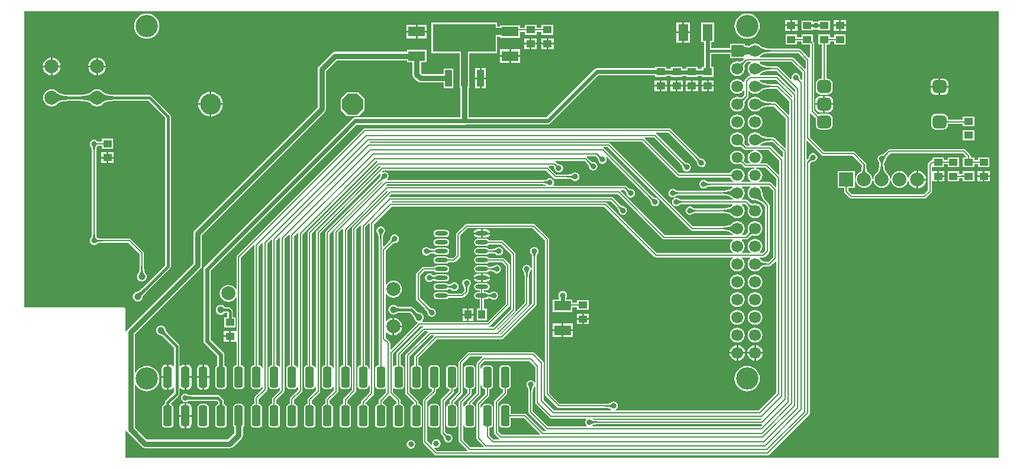
<source format=gbl>
G04*
G04 #@! TF.GenerationSoftware,Altium Limited,Altium Designer,21.0.8 (223)*
G04*
G04 Layer_Physical_Order=2*
G04 Layer_Color=1930808*
%FSLAX44Y44*%
%MOMM*%
G71*
G04*
G04 #@! TF.SameCoordinates,CF40DC4F-38BD-4AEA-854D-D5A68E69FAB1*
G04*
G04*
G04 #@! TF.FilePolarity,Positive*
G04*
G01*
G75*
%ADD11C,0.2000*%
%ADD28R,1.2500X1.0000*%
%ADD29R,1.0000X1.2500*%
%ADD31C,0.4000*%
%ADD32C,0.6000*%
%ADD33C,2.0000*%
%ADD34R,2.0000X2.0000*%
%ADD35P,3.2472X8X202.5*%
%ADD36C,3.0000*%
%ADD37C,1.7000*%
%ADD38O,1.7000X1.5000*%
%ADD39R,1.7000X1.7000*%
G04:AMPARAMS|DCode=40|XSize=1.8mm|YSize=2mm|CornerRadius=0.45mm|HoleSize=0mm|Usage=FLASHONLY|Rotation=270.000|XOffset=0mm|YOffset=0mm|HoleType=Round|Shape=RoundedRectangle|*
%AMROUNDEDRECTD40*
21,1,1.8000,1.1000,0,0,270.0*
21,1,0.9000,2.0000,0,0,270.0*
1,1,0.9000,-0.5500,-0.4500*
1,1,0.9000,-0.5500,0.4500*
1,1,0.9000,0.5500,0.4500*
1,1,0.9000,0.5500,-0.4500*
%
%ADD40ROUNDEDRECTD40*%
%ADD41C,10.0000*%
%ADD42C,5.0000*%
%ADD43C,0.8000*%
%ADD44C,1.0000*%
%ADD45C,3.2000*%
%ADD46C,15.0000*%
%ADD47O,1.8500X0.6000*%
%ADD48R,2.4000X1.4000*%
%ADD49R,1.4000X2.4000*%
G04:AMPARAMS|DCode=50|XSize=1.2mm|YSize=3mm|CornerRadius=0.3mm|HoleSize=0mm|Usage=FLASHONLY|Rotation=0.000|XOffset=0mm|YOffset=0mm|HoleType=Round|Shape=RoundedRectangle|*
%AMROUNDEDRECTD50*
21,1,1.2000,2.4000,0,0,0.0*
21,1,0.6000,3.0000,0,0,0.0*
1,1,0.6000,0.3000,-1.2000*
1,1,0.6000,-0.3000,-1.2000*
1,1,0.6000,-0.3000,1.2000*
1,1,0.6000,0.3000,1.2000*
%
%ADD50ROUNDEDRECTD50*%
%ADD51R,9.0000X4.0000*%
%ADD52R,1.0000X2.4000*%
%ADD53C,0.8000*%
%ADD54C,1.0000*%
G36*
X1396941Y3059D02*
X148059Y3059D01*
Y40961D01*
Y41555D01*
X149329Y41680D01*
X149348Y41582D01*
X150674Y39598D01*
X171565Y18707D01*
X173550Y17380D01*
X175891Y16915D01*
X297032D01*
X299373Y17380D01*
X301358Y18707D01*
X314076Y31424D01*
X315402Y33409D01*
X315868Y35750D01*
Y47170D01*
X316355Y47495D01*
X317460Y49149D01*
X317848Y51100D01*
Y75100D01*
X317460Y77051D01*
X316355Y78705D01*
X314701Y79810D01*
X312750Y80198D01*
X306750D01*
X304799Y79810D01*
X303145Y78705D01*
X302040Y77051D01*
X301652Y75100D01*
Y51100D01*
X302040Y49149D01*
X303145Y47495D01*
X303633Y47170D01*
Y38284D01*
X294499Y29150D01*
X178425D01*
X161117Y46458D01*
Y106844D01*
Y107332D01*
X162388Y107650D01*
X162617Y107220D01*
X163002Y106500D01*
X163151Y106221D01*
X165401Y103481D01*
X168141Y101231D01*
X171268Y99560D01*
X174661Y98531D01*
X178190Y98183D01*
X181719Y98531D01*
X185112Y99560D01*
X188239Y101231D01*
X190979Y103481D01*
X193229Y106221D01*
X194900Y109348D01*
X195930Y112741D01*
X196277Y116270D01*
X195930Y119799D01*
X194900Y123192D01*
X193229Y126319D01*
X190979Y129059D01*
X188239Y131309D01*
X185112Y132980D01*
X181719Y134010D01*
X178190Y134357D01*
X174661Y134010D01*
X171268Y132980D01*
X168141Y131309D01*
X165401Y129059D01*
X163151Y126319D01*
X162617Y125320D01*
X162388Y124890D01*
X161117Y125208D01*
Y125696D01*
Y179716D01*
X255200Y273798D01*
X256526Y275783D01*
X256992Y278124D01*
Y321340D01*
X432826Y497174D01*
X434152Y499159D01*
X434618Y501500D01*
Y555966D01*
X450034Y571382D01*
X550458D01*
Y568500D01*
X558341D01*
Y551042D01*
X558806Y548701D01*
X560132Y546716D01*
X565424Y541424D01*
X567409Y540098D01*
X569750Y539632D01*
X602750D01*
Y531750D01*
X616750D01*
Y559750D01*
X602750D01*
Y551868D01*
X572284D01*
X570576Y553576D01*
Y568500D01*
X578458D01*
Y586500D01*
X550458D01*
Y583617D01*
X447500D01*
X445159Y583152D01*
X443174Y581825D01*
X424174Y562826D01*
X422848Y560841D01*
X422383Y558500D01*
Y504034D01*
X246548Y328200D01*
X245222Y326215D01*
X244757Y323874D01*
Y280658D01*
X150674Y186576D01*
X149559Y184906D01*
D01*
X149348Y184591D01*
X149329Y184494D01*
X148059Y184619D01*
Y185212D01*
Y215500D01*
X147826Y216670D01*
X147163Y217663D01*
X146171Y218326D01*
X145000Y218559D01*
X3059D01*
X3059Y641941D01*
X1396941D01*
X1396941Y3059D01*
D02*
G37*
%LPC*%
G36*
X1155750Y628250D02*
X1139250D01*
Y627057D01*
X1138130Y626459D01*
X1137841Y626652D01*
X1137750Y626670D01*
X1135500Y627118D01*
X1133159Y626652D01*
X1132823Y626427D01*
X1132620Y626292D01*
X1131500Y626890D01*
Y627135D01*
Y628250D01*
X1115000D01*
Y614250D01*
X1131500D01*
Y614865D01*
Y615109D01*
X1132620Y615708D01*
X1132823Y615573D01*
D01*
X1133159Y615348D01*
X1135500Y614883D01*
X1137750Y615330D01*
D01*
X1137841Y615348D01*
X1138130Y615541D01*
X1139250Y614943D01*
Y614250D01*
X1155750D01*
Y628250D01*
D02*
G37*
G36*
X1109290Y628790D02*
X1101770D01*
Y622520D01*
X1109290D01*
Y628790D01*
D02*
G37*
G36*
X1099230D02*
X1091710D01*
Y622520D01*
X1099230D01*
Y628790D01*
D02*
G37*
G36*
X1178790Y628790D02*
X1171270D01*
Y622520D01*
X1178790D01*
Y628790D01*
D02*
G37*
G36*
X1168730D02*
X1161210D01*
Y622520D01*
X1168730D01*
Y628790D01*
D02*
G37*
G36*
X578998Y622040D02*
X565728D01*
Y613770D01*
X578998D01*
Y622040D01*
D02*
G37*
G36*
X563188D02*
X549918D01*
Y613770D01*
X563188D01*
Y622040D01*
D02*
G37*
G36*
X1109290Y619980D02*
X1101770D01*
Y613710D01*
X1109290D01*
Y619980D01*
D02*
G37*
G36*
X1099230D02*
X1091710D01*
Y613710D01*
X1099230D01*
Y619980D01*
D02*
G37*
G36*
X1178790Y619980D02*
X1171270D01*
Y613710D01*
X1178790D01*
Y619980D01*
D02*
G37*
G36*
X1168730D02*
X1161210D01*
Y613710D01*
X1168730D01*
Y619980D01*
D02*
G37*
G36*
X955368Y625790D02*
X947099D01*
Y612520D01*
X955368D01*
Y625790D01*
D02*
G37*
G36*
X944559D02*
X936289D01*
Y612520D01*
X944559D01*
Y625790D01*
D02*
G37*
G36*
X578998Y611230D02*
X565728D01*
Y602960D01*
X578998D01*
Y611230D01*
D02*
G37*
G36*
X563188D02*
X549918D01*
Y602960D01*
X563188D01*
Y611230D01*
D02*
G37*
G36*
X1037190Y638547D02*
X1033661Y638200D01*
X1030268Y637170D01*
X1027141Y635499D01*
X1024400Y633250D01*
X1022151Y630509D01*
X1020480Y627382D01*
X1019450Y623989D01*
X1019103Y620460D01*
X1019450Y616931D01*
X1020480Y613538D01*
X1022151Y610411D01*
X1024400Y607671D01*
X1027141Y605421D01*
X1030268Y603750D01*
X1033661Y602720D01*
X1037190Y602373D01*
X1040719Y602720D01*
X1044112Y603750D01*
X1047239Y605421D01*
X1049979Y607671D01*
X1052229Y610411D01*
X1053900Y613538D01*
X1054930Y616931D01*
X1055277Y620460D01*
X1054930Y623989D01*
X1053900Y627382D01*
X1052229Y630509D01*
X1049979Y633250D01*
X1047239Y635499D01*
X1044112Y637170D01*
X1040719Y638200D01*
X1037190Y638547D01*
D02*
G37*
G36*
X178190D02*
X174661Y638200D01*
X171268Y637170D01*
X168141Y635499D01*
X165401Y633250D01*
X163151Y630509D01*
X161480Y627382D01*
X160450Y623989D01*
X160103Y620460D01*
X160450Y616931D01*
X161480Y613538D01*
X163151Y610411D01*
X165401Y607671D01*
X168141Y605421D01*
X171268Y603750D01*
X174661Y602720D01*
X178190Y602373D01*
X181719Y602720D01*
X185112Y603750D01*
X188239Y605421D01*
X190979Y607671D01*
X193229Y610411D01*
X194900Y613538D01*
X195930Y616931D01*
X196277Y620460D01*
X195930Y623989D01*
X194900Y627382D01*
X193229Y630509D01*
X190979Y633250D01*
X188239Y635499D01*
X185112Y637170D01*
X181719Y638200D01*
X178190Y638547D01*
D02*
G37*
G36*
X955368Y609980D02*
X947099D01*
Y596710D01*
X955368D01*
Y609980D01*
D02*
G37*
G36*
X944559D02*
X936289D01*
Y596710D01*
X944559D01*
Y609980D01*
D02*
G37*
G36*
X760290Y602540D02*
X752770D01*
Y596270D01*
X760290D01*
Y602540D01*
D02*
G37*
G36*
X750230D02*
X742710D01*
Y596270D01*
X750230D01*
Y602540D01*
D02*
G37*
G36*
X736290Y602540D02*
X728770D01*
Y596270D01*
X736290D01*
Y602540D01*
D02*
G37*
G36*
X726230D02*
X718710D01*
Y596270D01*
X726230D01*
Y602540D01*
D02*
G37*
G36*
X1155750Y608250D02*
X1139250D01*
Y594250D01*
X1144447D01*
Y544690D01*
X1142005D01*
X1140309Y544467D01*
X1138727Y543812D01*
X1137370Y542770D01*
X1136328Y541412D01*
X1135673Y539831D01*
X1135449Y538134D01*
Y529134D01*
X1135673Y527437D01*
X1136328Y525856D01*
X1137370Y524498D01*
X1138727Y523456D01*
X1140309Y522801D01*
X1142005Y522578D01*
X1153005D01*
X1154702Y522801D01*
X1156283Y523456D01*
X1157641Y524498D01*
X1158683Y525856D01*
X1159338Y527437D01*
X1159561Y529134D01*
Y538134D01*
X1159338Y539831D01*
X1158683Y541412D01*
X1157641Y542770D01*
X1156283Y543812D01*
X1154702Y544467D01*
X1153005Y544690D01*
X1150564D01*
Y594250D01*
X1155750D01*
Y598191D01*
X1161750D01*
Y594250D01*
X1178250D01*
Y608250D01*
X1161750D01*
Y604309D01*
X1155750D01*
Y608250D01*
D02*
G37*
G36*
X736290Y593730D02*
X728770D01*
Y587460D01*
X736290D01*
Y593730D01*
D02*
G37*
G36*
X726230D02*
X718710D01*
Y587460D01*
X726230D01*
Y593730D01*
D02*
G37*
G36*
X760290Y593730D02*
X752770D01*
Y587460D01*
X760290D01*
Y593730D01*
D02*
G37*
G36*
X750230D02*
X742710D01*
Y587460D01*
X750230D01*
Y593730D01*
D02*
G37*
G36*
X712540Y587040D02*
X699270D01*
Y578770D01*
X712540D01*
Y587040D01*
D02*
G37*
G36*
X696730D02*
X683460D01*
Y578770D01*
X696730D01*
Y587040D01*
D02*
G37*
G36*
X679750Y625750D02*
X585750D01*
Y581750D01*
X625690D01*
Y545750D01*
X625750Y545291D01*
Y531750D01*
X626632D01*
Y489598D01*
X476250D01*
X474299Y489210D01*
X472645Y488105D01*
X260895Y276355D01*
X259790Y274701D01*
X259402Y272750D01*
Y170250D01*
X259790Y168299D01*
X260895Y166645D01*
X278902Y148638D01*
Y134878D01*
X277745Y134105D01*
X276640Y132451D01*
X276252Y130500D01*
Y106500D01*
X276640Y104549D01*
X277745Y102895D01*
X279399Y101790D01*
X281350Y101402D01*
X287350D01*
X289301Y101790D01*
X290955Y102895D01*
X292060Y104549D01*
X292448Y106500D01*
Y130500D01*
X292060Y132451D01*
X290955Y134105D01*
X289301Y135210D01*
X289098Y135250D01*
Y150750D01*
X288710Y152701D01*
X287605Y154355D01*
X269598Y172362D01*
Y270638D01*
X478362Y479402D01*
X633250D01*
X634216Y479594D01*
X634618Y479514D01*
X752112D01*
X754063Y479902D01*
X755717Y481007D01*
X824511Y549801D01*
X905345D01*
Y547899D01*
X921845D01*
Y549652D01*
X928066D01*
Y547899D01*
X944566D01*
Y549652D01*
X949909D01*
Y547899D01*
X966409D01*
Y549652D01*
X972589D01*
Y547899D01*
X989089D01*
Y561899D01*
X985927D01*
Y580822D01*
X1012750D01*
Y574400D01*
X1031676D01*
X1031720Y574391D01*
X1031722Y574392D01*
X1031822Y574322D01*
X1031831Y574309D01*
X1031853Y574240D01*
X1032515Y573491D01*
X1032538Y573130D01*
X1030457Y571292D01*
X1029548Y570590D01*
X1028736Y570037D01*
X1028054Y569649D01*
X1027530Y569420D01*
X1027200Y569330D01*
X1027099Y569325D01*
X1026864Y569377D01*
X1026841Y569378D01*
X1025991Y569730D01*
X1023250Y570091D01*
X1020509Y569730D01*
X1017955Y568672D01*
X1015761Y566989D01*
X1014078Y564795D01*
X1013020Y562241D01*
X1012659Y559500D01*
X1013020Y556759D01*
X1014078Y554205D01*
X1015761Y552011D01*
X1017955Y550328D01*
X1020509Y549270D01*
X1023250Y548909D01*
X1025991Y549270D01*
X1028545Y550328D01*
X1030739Y552011D01*
X1032422Y554205D01*
X1033480Y556759D01*
X1033841Y559500D01*
X1033480Y562241D01*
X1033128Y563091D01*
X1033127Y563114D01*
X1033074Y563349D01*
X1033080Y563450D01*
X1033170Y563780D01*
X1033399Y564304D01*
X1033788Y564986D01*
X1034313Y565758D01*
X1036988Y568908D01*
X1037128Y569053D01*
X1037267Y569191D01*
X1041945D01*
X1042377Y567921D01*
X1042077Y567691D01*
X1041161Y566989D01*
X1039478Y564795D01*
X1038420Y562241D01*
X1038059Y559500D01*
X1038420Y556759D01*
X1039478Y554205D01*
X1041161Y552011D01*
X1042077Y551309D01*
D01*
X1042377Y551079D01*
X1041945Y549809D01*
X1041500D01*
X1040330Y549576D01*
X1039337Y548913D01*
X1039337Y548913D01*
X1034087Y543663D01*
X1033424Y542671D01*
X1033191Y541500D01*
X1033191Y541500D01*
Y540479D01*
X1031921Y540047D01*
X1031590Y540479D01*
X1030739Y541589D01*
X1028545Y543272D01*
X1025991Y544330D01*
X1023250Y544691D01*
X1020509Y544330D01*
X1017955Y543272D01*
X1015761Y541589D01*
X1014078Y539395D01*
X1013020Y536841D01*
X1012659Y534100D01*
X1013020Y531359D01*
X1014078Y528805D01*
X1015761Y526611D01*
X1017955Y524928D01*
X1020509Y523870D01*
X1023250Y523509D01*
X1025991Y523870D01*
X1028545Y524928D01*
X1030739Y526611D01*
X1031691Y527853D01*
X1031921Y528153D01*
X1033191Y527721D01*
Y521517D01*
X1033054Y521380D01*
X1032986Y521313D01*
X1030982Y519545D01*
X1030165Y518918D01*
X1029450Y518438D01*
X1028873Y518118D01*
X1028468Y517952D01*
X1028392Y517935D01*
X1025991Y518930D01*
X1023250Y519291D01*
X1020509Y518930D01*
X1017955Y517872D01*
X1015761Y516189D01*
X1014078Y513995D01*
X1013020Y511441D01*
X1012659Y508700D01*
X1013020Y505959D01*
X1014078Y503405D01*
X1015761Y501211D01*
X1017955Y499528D01*
X1020509Y498470D01*
X1023250Y498109D01*
X1025991Y498470D01*
X1028545Y499528D01*
X1030739Y501211D01*
X1032422Y503405D01*
X1033480Y505959D01*
X1033841Y508700D01*
X1033480Y511441D01*
X1033399Y511636D01*
X1033408Y511703D01*
X1033518Y512037D01*
X1033767Y512551D01*
X1034167Y513210D01*
X1034693Y513954D01*
X1037284Y516958D01*
X1038413Y518087D01*
X1039076Y519080D01*
X1039309Y520250D01*
X1039309Y520250D01*
Y526562D01*
Y526939D01*
X1040579Y527370D01*
X1041161Y526611D01*
X1043355Y524928D01*
X1045909Y523870D01*
X1048650Y523509D01*
X1051391Y523870D01*
X1053945Y524928D01*
X1056139Y526611D01*
X1056306Y526830D01*
X1057033Y527470D01*
X1058081Y528170D01*
X1059338Y528812D01*
X1060810Y529387D01*
X1062497Y529886D01*
X1064398Y530303D01*
X1066487Y530628D01*
X1071382Y531013D01*
X1072999Y531041D01*
X1079633D01*
X1097691Y512983D01*
Y504486D01*
Y494044D01*
X1096518Y493558D01*
X1096305Y493770D01*
X1079213Y510863D01*
X1078221Y511526D01*
X1077050Y511759D01*
X1077050Y511759D01*
X1073592D01*
X1068811Y511933D01*
X1066510Y512169D01*
X1064398Y512497D01*
X1062497Y512914D01*
X1060810Y513413D01*
X1059338Y513988D01*
X1058081Y514630D01*
X1057033Y515330D01*
X1056306Y515970D01*
X1056139Y516189D01*
X1053945Y517872D01*
X1051391Y518930D01*
X1048650Y519291D01*
X1045909Y518930D01*
X1043355Y517872D01*
X1041161Y516189D01*
X1039478Y513995D01*
X1038420Y511441D01*
X1038059Y508700D01*
X1038420Y505959D01*
X1039478Y503405D01*
X1041161Y501211D01*
X1043355Y499528D01*
X1045909Y498470D01*
X1048650Y498109D01*
X1051391Y498470D01*
X1053945Y499528D01*
X1056139Y501211D01*
X1056306Y501430D01*
X1057033Y502070D01*
X1058081Y502770D01*
X1059338Y503412D01*
X1060810Y503987D01*
X1062497Y504486D01*
X1064398Y504903D01*
X1066487Y505228D01*
X1071382Y505613D01*
X1072999Y505641D01*
X1075783D01*
X1092941Y488483D01*
Y446044D01*
X1091768Y445558D01*
X1091555Y445770D01*
D01*
X1077263Y460063D01*
X1076271Y460726D01*
X1075100Y460959D01*
X1075100Y460959D01*
X1073592D01*
X1068811Y461133D01*
X1066510Y461369D01*
X1064398Y461697D01*
X1062497Y462114D01*
X1060810Y462613D01*
X1059338Y463188D01*
X1058081Y463830D01*
X1057033Y464529D01*
X1056306Y465170D01*
X1056139Y465389D01*
X1053945Y467072D01*
X1051391Y468130D01*
X1048650Y468491D01*
X1045909Y468130D01*
X1043355Y467072D01*
X1041161Y465389D01*
X1039478Y463195D01*
X1038420Y460641D01*
X1038059Y457900D01*
X1038420Y455159D01*
X1039478Y452605D01*
X1041033Y450579D01*
X1040724Y449309D01*
X1036167D01*
X1036027Y449449D01*
X1034422Y451245D01*
X1033835Y451988D01*
X1033379Y452640D01*
X1033065Y453168D01*
X1032895Y453539D01*
X1032864Y453646D01*
X1032871Y453669D01*
X1032872Y453692D01*
X1033480Y455159D01*
X1033841Y457900D01*
X1033480Y460641D01*
X1032422Y463195D01*
X1030739Y465389D01*
X1028545Y467072D01*
X1025991Y468130D01*
X1023250Y468491D01*
X1020509Y468130D01*
X1017955Y467072D01*
X1015761Y465389D01*
X1014078Y463195D01*
X1013020Y460641D01*
X1012659Y457900D01*
X1013020Y455159D01*
X1014078Y452605D01*
X1015761Y450411D01*
X1017955Y448728D01*
X1020509Y447670D01*
X1023250Y447309D01*
X1025991Y447670D01*
X1027458Y448278D01*
X1027481Y448279D01*
X1027504Y448286D01*
X1027611Y448255D01*
X1027982Y448084D01*
X1028510Y447771D01*
X1029125Y447340D01*
X1031719Y445105D01*
X1032737Y444087D01*
X1032737Y444087D01*
X1033729Y443424D01*
X1034900Y443191D01*
X1034900Y443191D01*
X1046346D01*
X1046429Y441921D01*
X1045170Y441755D01*
X1045170D01*
X1042859Y440798D01*
X1040874Y439275D01*
X1039352Y437291D01*
X1038394Y434980D01*
X1038068Y432500D01*
X1038394Y430020D01*
X1039352Y427709D01*
X1040874Y425724D01*
X1041091Y425559D01*
D01*
X1041390Y425329D01*
X1040959Y424059D01*
X1036017D01*
X1032469Y427606D01*
X1032548Y427709D01*
X1033505Y430020D01*
X1033832Y432500D01*
X1033505Y434980D01*
X1032548Y437291D01*
X1031025Y439275D01*
X1029041Y440798D01*
X1026730Y441755D01*
X1024250Y442082D01*
X1022250D01*
X1019770Y441755D01*
X1017459Y440798D01*
X1015474Y439275D01*
X1013952Y437291D01*
X1012995Y434980D01*
X1012668Y432500D01*
X1012995Y430020D01*
X1013952Y427709D01*
X1015474Y425724D01*
X1017459Y424202D01*
X1019770Y423245D01*
X1022250Y422918D01*
X1024250D01*
X1026730Y423245D01*
X1027747Y423666D01*
X1027821Y423603D01*
X1032587Y418837D01*
X1032587Y418837D01*
X1033579Y418174D01*
X1034750Y417941D01*
X1034750Y417941D01*
X1047624D01*
X1047650Y416682D01*
X1045170Y416356D01*
X1042859Y415398D01*
X1040874Y413875D01*
X1039352Y411891D01*
X1038394Y409580D01*
X1038068Y407100D01*
X1038394Y404620D01*
X1039352Y402309D01*
X1040874Y400325D01*
X1042859Y398802D01*
X1043397Y398579D01*
X1043145Y397309D01*
X1028755D01*
X1028503Y398579D01*
X1029041Y398802D01*
X1029891Y399454D01*
X1031025Y400325D01*
X1032548Y402309D01*
X1033505Y404620D01*
X1033832Y407100D01*
X1033505Y409580D01*
X1032548Y411891D01*
X1031025Y413875D01*
X1029041Y415398D01*
X1026730Y416356D01*
X1024250Y416682D01*
X1022250D01*
X1019770Y416356D01*
X1017459Y415398D01*
X1015474Y413875D01*
X1013952Y411891D01*
X1013234Y410159D01*
X940417D01*
X891134Y459441D01*
X890904Y459671D01*
X891431Y460941D01*
X904233D01*
X941264Y423910D01*
X942050Y423054D01*
X943390Y421418D01*
X943863Y420745D01*
X944234Y420137D01*
X944491Y419625D01*
X944641Y419226D01*
X944702Y418959D01*
X944706Y418872D01*
X944632Y418500D01*
X945098Y416159D01*
X946424Y414174D01*
X948409Y412848D01*
X950750Y412383D01*
X953091Y412848D01*
X955076Y414174D01*
X956402Y416159D01*
X956868Y418500D01*
X956402Y420841D01*
X955076Y422826D01*
X953091Y424152D01*
X950750Y424618D01*
X950609Y424590D01*
X950407Y424647D01*
X949990Y424823D01*
X949464Y425107D01*
X948846Y425502D01*
X948179Y425986D01*
X945644Y428182D01*
X907663Y466163D01*
X907246Y466441D01*
X906902Y466671D01*
X907059Y467804D01*
X907113Y467941D01*
X924483D01*
X962175Y430249D01*
X962954Y429402D01*
X964305Y427763D01*
X964788Y427083D01*
X965172Y426465D01*
X965444Y425939D01*
X965611Y425519D01*
X965682Y425246D01*
X965632Y425000D01*
X966098Y422659D01*
X967424Y420674D01*
X969409Y419348D01*
X971750Y418882D01*
X973901Y419310D01*
X974500Y419191D01*
X975670Y419424D01*
X976663Y420087D01*
X977326Y421079D01*
X977559Y422250D01*
X977440Y422849D01*
X977868Y425000D01*
X977402Y427341D01*
X976076Y429326D01*
X974091Y430652D01*
X971750Y431118D01*
X971504Y431068D01*
X971231Y431138D01*
X970811Y431306D01*
X970285Y431578D01*
X969667Y431962D01*
X969004Y432433D01*
X966464Y434612D01*
X927913Y473163D01*
X926920Y473826D01*
X925750Y474059D01*
X925750Y474059D01*
X490250D01*
X489079Y473826D01*
X488087Y473163D01*
X488087Y473163D01*
X307587Y292663D01*
X306924Y291670D01*
X306691Y290500D01*
X306691Y290500D01*
Y244098D01*
X305421Y243845D01*
X305232Y244302D01*
X303309Y246808D01*
X300802Y248732D01*
X297883Y249941D01*
X294750Y250354D01*
X291617Y249941D01*
X288698Y248732D01*
X286192Y246808D01*
X284268Y244302D01*
X283059Y241383D01*
X282647Y238250D01*
X283059Y235117D01*
X284268Y232198D01*
X286192Y229692D01*
X288698Y227768D01*
X291617Y226559D01*
X294750Y226147D01*
X297883Y226559D01*
X300802Y227768D01*
X303309Y229692D01*
X304894Y231758D01*
X305232Y232198D01*
X305421Y232655D01*
X306691Y232402D01*
Y185300D01*
X305935Y184343D01*
X305935D01*
D01*
X305895D01*
X305421Y184343D01*
X298415D01*
Y176803D01*
Y169263D01*
X305421D01*
X305877Y169263D01*
X305935D01*
D01*
X305935D01*
X306691Y168306D01*
Y135586D01*
X304799Y135210D01*
X303145Y134105D01*
X302040Y132451D01*
X301652Y130500D01*
Y106500D01*
X302040Y104549D01*
X303145Y102895D01*
X304799Y101790D01*
X306750Y101402D01*
X312750D01*
X314701Y101790D01*
X316355Y102895D01*
X317460Y104549D01*
X317848Y106500D01*
Y130500D01*
X317460Y132451D01*
X316355Y134105D01*
X314701Y135210D01*
X312809Y135586D01*
Y289233D01*
X330645Y307069D01*
D01*
X330876Y307300D01*
X331663Y307041D01*
X332091Y306719D01*
Y135586D01*
X330199Y135210D01*
X328545Y134105D01*
X327440Y132451D01*
X327052Y130500D01*
Y106500D01*
X327440Y104549D01*
X328545Y102895D01*
X330199Y101790D01*
X332150Y101402D01*
X338150D01*
X340101Y101790D01*
X341755Y102895D01*
X342860Y104549D01*
X342941Y104958D01*
X343171Y106114D01*
X344441Y105989D01*
Y102017D01*
X332987Y90563D01*
X332324Y89571D01*
X332091Y88400D01*
X332091Y88400D01*
Y80186D01*
X330199Y79810D01*
X328545Y78705D01*
X327440Y77051D01*
X327052Y75100D01*
Y51100D01*
X327440Y49149D01*
X328545Y47495D01*
X330199Y46390D01*
X332150Y46002D01*
X338150D01*
X340101Y46390D01*
X341755Y47495D01*
X342860Y49149D01*
X343248Y51100D01*
Y75100D01*
X342860Y77051D01*
X341755Y78705D01*
X340101Y79810D01*
X338209Y80186D01*
Y87133D01*
X349663Y98587D01*
X350326Y99579D01*
X350559Y100750D01*
X350559Y100750D01*
Y309483D01*
X356221Y315145D01*
X357491Y314619D01*
Y135586D01*
X355599Y135210D01*
X353945Y134105D01*
X352840Y132451D01*
X352452Y130500D01*
Y106500D01*
X352840Y104549D01*
X353945Y102895D01*
X355599Y101790D01*
X357550Y101402D01*
X363550D01*
X365501Y101790D01*
X367155Y102895D01*
X367172Y102921D01*
X367671Y103668D01*
X368941Y103283D01*
Y99767D01*
X358387Y89213D01*
X357724Y88221D01*
X357491Y87050D01*
X357491Y87050D01*
Y80186D01*
X355599Y79810D01*
X353945Y78705D01*
X352840Y77051D01*
X352452Y75100D01*
Y51100D01*
X352840Y49149D01*
X353945Y47495D01*
X355599Y46390D01*
X357550Y46002D01*
X363550D01*
X365501Y46390D01*
X367155Y47495D01*
X368260Y49149D01*
X368648Y51100D01*
Y75100D01*
X368260Y77051D01*
X367155Y78705D01*
X365501Y79810D01*
X363609Y80186D01*
Y85783D01*
X374163Y96337D01*
X374826Y97329D01*
X375059Y98500D01*
Y315983D01*
X381632Y322556D01*
X381786Y322473D01*
X381848Y322464D01*
X381883Y322421D01*
X383014Y321817D01*
X382891Y321200D01*
X382891Y321200D01*
Y135586D01*
X380999Y135210D01*
X379345Y134105D01*
X378240Y132451D01*
X377852Y130500D01*
Y106500D01*
X378240Y104549D01*
X379345Y102895D01*
X380999Y101790D01*
X382950Y101402D01*
X388950D01*
X390901Y101790D01*
X392555Y102895D01*
X393441Y104222D01*
X393660Y104549D01*
X393671Y104606D01*
X394941Y104481D01*
Y100267D01*
X383787Y89113D01*
X383124Y88121D01*
X382891Y86950D01*
X382891Y86950D01*
Y80186D01*
X380999Y79810D01*
X379345Y78705D01*
X378240Y77051D01*
X377852Y75100D01*
Y51100D01*
X378240Y49149D01*
X379345Y47495D01*
X380999Y46390D01*
X382950Y46002D01*
X388950D01*
X390901Y46390D01*
X392555Y47495D01*
X393660Y49149D01*
X394048Y51100D01*
Y75100D01*
X393660Y77051D01*
X392555Y78705D01*
X390901Y79810D01*
X389009Y80186D01*
Y85683D01*
X400163Y96837D01*
X400163Y96837D01*
X400826Y97830D01*
X401059Y99000D01*
X401059Y99000D01*
Y322733D01*
X505767Y427441D01*
X508433D01*
X508559Y426171D01*
X508079Y426076D01*
X507087Y425413D01*
X507087Y425413D01*
X409087Y327413D01*
X408424Y326421D01*
X408191Y325250D01*
X408191Y325250D01*
Y135566D01*
X406399Y135210D01*
X404745Y134105D01*
X403640Y132451D01*
X403252Y130500D01*
Y106500D01*
X403640Y104549D01*
X404745Y102895D01*
X406399Y101790D01*
X408350Y101402D01*
X414350D01*
X416301Y101790D01*
X417955Y102895D01*
X418691Y103997D01*
X418921Y104342D01*
X419858Y104254D01*
X420191Y104130D01*
Y99517D01*
X409187Y88513D01*
X408524Y87521D01*
X408291Y86350D01*
X408291Y86350D01*
Y80186D01*
X406399Y79810D01*
X404745Y78705D01*
X403640Y77051D01*
X403252Y75100D01*
Y51100D01*
X403640Y49149D01*
X404745Y47495D01*
X406399Y46390D01*
X408350Y46002D01*
X414350D01*
X416301Y46390D01*
X417955Y47495D01*
X419060Y49149D01*
X419448Y51100D01*
Y75100D01*
X419060Y77051D01*
X417955Y78705D01*
X416301Y79810D01*
X414409Y80186D01*
Y85083D01*
X425413Y96087D01*
X425413Y96087D01*
X426076Y97079D01*
X426309Y98250D01*
X426309Y98250D01*
Y323983D01*
X511314Y408988D01*
X511884Y409558D01*
X512870Y408749D01*
X512598Y408341D01*
X512132Y406000D01*
X512182Y405754D01*
X512112Y405481D01*
X511944Y405061D01*
X511672Y404535D01*
X511288Y403917D01*
X510817Y403254D01*
X508638Y400714D01*
X434587Y326663D01*
X433924Y325671D01*
X433691Y324500D01*
X433691Y324500D01*
Y135586D01*
X431799Y135210D01*
X430145Y134105D01*
X429040Y132451D01*
X428652Y130500D01*
Y106500D01*
X429040Y104549D01*
X430145Y102895D01*
X431799Y101790D01*
X433750Y101402D01*
X439750D01*
X441701Y101790D01*
X443355Y102895D01*
X444321Y104342D01*
X444460Y104549D01*
X444671Y105611D01*
X445941Y105486D01*
Y99517D01*
X434587Y88163D01*
X433924Y87170D01*
X433691Y86000D01*
X433691Y86000D01*
Y80186D01*
X431799Y79810D01*
X430145Y78705D01*
X429040Y77051D01*
X428652Y75100D01*
Y51100D01*
X429040Y49149D01*
X430145Y47495D01*
X431799Y46390D01*
X433750Y46002D01*
X439750D01*
X441701Y46390D01*
X443355Y47495D01*
X444460Y49149D01*
X444848Y51100D01*
Y75100D01*
X444460Y77051D01*
X443355Y78705D01*
X441701Y79810D01*
X439809Y80186D01*
Y84733D01*
X451163Y96087D01*
X451826Y97079D01*
X452059Y98250D01*
Y324733D01*
X457871Y330545D01*
X458025Y330462D01*
X458087Y330453D01*
X458122Y330410D01*
X459253Y329806D01*
X459130Y329189D01*
Y329189D01*
D01*
X459130Y329189D01*
Y135586D01*
X457238Y135210D01*
X455584Y134105D01*
X454479Y132451D01*
X454091Y130500D01*
Y106500D01*
X454479Y104549D01*
X455584Y102895D01*
X457238Y101790D01*
X459189Y101402D01*
X465189D01*
X467140Y101790D01*
X468794Y102895D01*
X469899Y104549D01*
X470191Y106018D01*
X470287Y106500D01*
Y130500D01*
X469899Y132451D01*
X468794Y134105D01*
X467140Y135210D01*
X465248Y135586D01*
Y327922D01*
X522566Y385241D01*
X522819Y385191D01*
X523237Y383812D01*
X472587Y333163D01*
X471924Y332170D01*
X471691Y331000D01*
X471691Y331000D01*
Y100267D01*
X460026Y88602D01*
X459363Y87610D01*
X459130Y86439D01*
X459130Y86439D01*
Y80186D01*
X457238Y79810D01*
X455584Y78705D01*
X454479Y77051D01*
X454091Y75100D01*
Y51100D01*
X454479Y49149D01*
X455584Y47495D01*
X457238Y46390D01*
X459189Y46002D01*
X465189D01*
X467140Y46390D01*
X468794Y47495D01*
X469899Y49149D01*
X470287Y51100D01*
Y75100D01*
X469899Y77051D01*
X468794Y78705D01*
X467140Y79810D01*
X465248Y80186D01*
Y85172D01*
X476913Y96837D01*
X476913Y96837D01*
X477576Y97830D01*
X477809Y99000D01*
X477809Y99000D01*
Y329733D01*
X483146Y335071D01*
D01*
X483439Y335363D01*
X484610Y334738D01*
X484530Y334339D01*
X484530Y334339D01*
Y135586D01*
X482638Y135210D01*
X480984Y134105D01*
X479879Y132451D01*
X479491Y130500D01*
Y106500D01*
X479879Y104549D01*
X480984Y102895D01*
X482638Y101790D01*
X484589Y101402D01*
X490589D01*
X492540Y101790D01*
X494194Y102895D01*
X495299Y104549D01*
X495441Y105264D01*
X495687Y106500D01*
X496941Y106462D01*
Y96517D01*
X485426Y85002D01*
X484763Y84010D01*
X484530Y82839D01*
X484530Y82839D01*
Y80186D01*
X482638Y79810D01*
X480984Y78705D01*
X479879Y77051D01*
X479491Y75100D01*
Y51100D01*
X479879Y49149D01*
X480984Y47495D01*
X482638Y46390D01*
X484589Y46002D01*
X490589D01*
X492540Y46390D01*
X494194Y47495D01*
X495299Y49149D01*
X495687Y51100D01*
Y75100D01*
X495299Y77051D01*
X494194Y78705D01*
X492540Y79810D01*
X490834Y80149D01*
X490648Y80186D01*
Y81572D01*
X491226Y82150D01*
X502163Y93087D01*
X502163Y93087D01*
X502826Y94080D01*
X503059Y95250D01*
Y336983D01*
X528267Y362191D01*
X832983D01*
X904587Y290587D01*
X904587Y290587D01*
X905579Y289924D01*
X906750Y289691D01*
X1016415D01*
X1016846Y288421D01*
X1015761Y287589D01*
X1014078Y285395D01*
X1013020Y282841D01*
X1012659Y280100D01*
X1013020Y277359D01*
X1014078Y274805D01*
X1015761Y272611D01*
X1017955Y270928D01*
X1020509Y269870D01*
X1023250Y269509D01*
X1025991Y269870D01*
X1028545Y270928D01*
X1030739Y272611D01*
X1032422Y274805D01*
X1033480Y277359D01*
X1033841Y280100D01*
X1033480Y282841D01*
X1032422Y285395D01*
X1030739Y287589D01*
X1029953Y288191D01*
X1029654Y288421D01*
X1030085Y289691D01*
X1041815D01*
X1042246Y288421D01*
X1041161Y287589D01*
X1039478Y285395D01*
X1038420Y282841D01*
X1038059Y280100D01*
X1038420Y277359D01*
X1039478Y274805D01*
X1041161Y272611D01*
X1043355Y270928D01*
X1045909Y269870D01*
X1048650Y269509D01*
X1051391Y269870D01*
X1053945Y270928D01*
X1056139Y272611D01*
X1057822Y274805D01*
X1057879Y274944D01*
X1057975Y275070D01*
X1058315Y275354D01*
X1058884Y275680D01*
X1059694Y276008D01*
X1060741Y276312D01*
X1062014Y276573D01*
X1063485Y276780D01*
X1067139Y277030D01*
X1067925Y277041D01*
X1069230D01*
X1069231Y277041D01*
X1070401Y277274D01*
X1071394Y277937D01*
X1074369Y280913D01*
X1078018Y284562D01*
X1079191Y284076D01*
Y283775D01*
X1079191Y102394D01*
Y96267D01*
X1053733Y70809D01*
X849446D01*
X849061Y72079D01*
X850326Y72924D01*
X851652Y74909D01*
X852117Y77250D01*
X851652Y79591D01*
X850326Y81576D01*
X848341Y82902D01*
X846000Y83368D01*
X843659Y82902D01*
X841674Y81576D01*
X841535Y81367D01*
X841292Y81223D01*
X840877Y81045D01*
X840312Y80865D01*
X839605Y80700D01*
X838802Y80564D01*
X835465Y80309D01*
X769267D01*
X754059Y95517D01*
Y315250D01*
X753826Y316421D01*
X753163Y317413D01*
X753163Y317413D01*
X733913Y336663D01*
X732921Y337326D01*
X731750Y337559D01*
X731750Y337559D01*
X636000D01*
X636000Y337559D01*
X634829Y337326D01*
X633837Y336663D01*
X633837Y336663D01*
X621587Y324413D01*
X620924Y323421D01*
X620691Y322250D01*
X620691Y322250D01*
Y293017D01*
X616553Y288879D01*
X609970D01*
X609605Y289425D01*
X607951Y290530D01*
X606000Y290918D01*
X593500D01*
X591549Y290530D01*
X589895Y289425D01*
X588790Y287771D01*
X588402Y285820D01*
X588790Y283869D01*
X589895Y282215D01*
X591549Y281110D01*
X593500Y280722D01*
X606000D01*
X607951Y281110D01*
X609605Y282215D01*
X609970Y282761D01*
X617820D01*
X617820Y282761D01*
X618991Y282994D01*
X619983Y283657D01*
X625913Y289587D01*
X625913Y289587D01*
X626576Y290579D01*
X626809Y291750D01*
X626809Y291750D01*
Y320983D01*
X637267Y331441D01*
X730483D01*
X747941Y313983D01*
Y94250D01*
X747941Y94250D01*
X748174Y93080D01*
X748837Y92087D01*
X765837Y75087D01*
X766830Y74424D01*
X768000Y74191D01*
X768000Y74191D01*
X835517D01*
X836668Y74143D01*
X838782Y73939D01*
X839605Y73800D01*
X840312Y73634D01*
X840877Y73455D01*
X841292Y73276D01*
X841535Y73133D01*
X841674Y72924D01*
X842940Y72079D01*
X842554Y70809D01*
X761017D01*
X746059Y85767D01*
Y138750D01*
X746059Y138750D01*
X745826Y139921D01*
X745163Y140913D01*
X745163Y140913D01*
X732913Y153163D01*
X731920Y153826D01*
X730750Y154059D01*
X730750Y154059D01*
X639000D01*
X637829Y153826D01*
X636837Y153163D01*
X636837Y153163D01*
X625087Y141413D01*
X624424Y140421D01*
X624191Y139250D01*
X624191Y139250D01*
Y97517D01*
X612426Y85752D01*
X611763Y84760D01*
X611530Y83589D01*
X611530Y83589D01*
Y80186D01*
X609638Y79810D01*
X607984Y78705D01*
X606879Y77051D01*
X606559Y75440D01*
D01*
X606491Y75100D01*
Y51100D01*
X606559Y50760D01*
X606716Y49968D01*
X606879Y49149D01*
X607984Y47495D01*
X609638Y46390D01*
X611589Y46002D01*
X617589D01*
X619540Y46390D01*
X621194Y47495D01*
X622299Y49149D01*
X622687Y51100D01*
Y75100D01*
X622299Y77051D01*
X621194Y78705D01*
X619540Y79810D01*
X617648Y80186D01*
Y82322D01*
X629413Y94087D01*
X629413Y94087D01*
X630076Y95079D01*
X630309Y96250D01*
Y137983D01*
X640267Y147941D01*
X658089D01*
X658474Y146671D01*
X658087Y146413D01*
X658087Y146413D01*
X650837Y139163D01*
X650174Y138170D01*
X649941Y137000D01*
X649941Y137000D01*
Y96267D01*
X637837Y84163D01*
X637174Y83170D01*
X636941Y82000D01*
X636941Y82000D01*
Y80189D01*
X635038Y79810D01*
X633384Y78705D01*
X632279Y77051D01*
X632079Y76043D01*
X630809Y76168D01*
Y77345D01*
Y81733D01*
X642152Y93076D01*
X642152Y93076D01*
X642815Y94068D01*
X643048Y95239D01*
Y101414D01*
X644940Y101790D01*
X646594Y102895D01*
X647699Y104549D01*
X648087Y106500D01*
Y130500D01*
X647699Y132451D01*
X646594Y134105D01*
X644940Y135210D01*
X642989Y135598D01*
X636989D01*
X635038Y135210D01*
X633384Y134105D01*
X632279Y132451D01*
X631891Y130500D01*
Y106500D01*
X632279Y104549D01*
X633384Y102895D01*
X635038Y101790D01*
X636930Y101414D01*
Y96506D01*
X625587Y85163D01*
X624924Y84171D01*
X624691Y83000D01*
X624691Y83000D01*
Y27500D01*
X624691Y27500D01*
X624924Y26330D01*
X625587Y25337D01*
X636846Y14079D01*
X636319Y12809D01*
X593767D01*
X589989Y16587D01*
X590614Y17758D01*
X591020Y17677D01*
D01*
X592500Y17383D01*
X594841Y17848D01*
X596826Y19174D01*
X598152Y21159D01*
X598618Y23500D01*
X598152Y25841D01*
X596826Y27826D01*
X594841Y29152D01*
X592500Y29618D01*
X590159Y29152D01*
X588174Y27826D01*
X586848Y25841D01*
X586382Y23500D01*
X586758Y21614D01*
X585587Y20989D01*
X584326Y22250D01*
X579309Y27267D01*
Y83733D01*
X591352Y95776D01*
X591352Y95776D01*
X592015Y96769D01*
X592248Y97939D01*
X592248Y97939D01*
Y101414D01*
X594140Y101790D01*
X595794Y102895D01*
X596899Y104549D01*
X597287Y106500D01*
Y130500D01*
X596899Y132451D01*
X595794Y134105D01*
X594140Y135210D01*
X592189Y135598D01*
X586189D01*
X584238Y135210D01*
X582584Y134105D01*
X581479Y132451D01*
X581091Y130500D01*
Y106500D01*
X581479Y104549D01*
X582584Y102895D01*
X584238Y101790D01*
X586130Y101414D01*
Y99206D01*
X574087Y87163D01*
X573424Y86171D01*
X573191Y85000D01*
X573191Y85000D01*
Y26000D01*
X573191Y26000D01*
X573424Y24829D01*
X574087Y23837D01*
X590337Y7587D01*
X590337Y7587D01*
X591329Y6924D01*
X592500Y6691D01*
X592500Y6691D01*
X1066250D01*
X1066250Y6691D01*
X1067421Y6924D01*
X1068413Y7587D01*
X1126163Y65337D01*
X1126163Y65337D01*
X1126826Y66329D01*
X1127059Y67500D01*
Y423968D01*
X1127794Y424669D01*
X1129180Y425832D01*
X1129726Y426230D01*
X1130195Y426527D01*
X1130550Y426712D01*
X1130757Y426790D01*
X1130771Y426793D01*
X1130890Y426788D01*
X1130890Y426788D01*
X1130890Y426788D01*
X1130890Y426788D01*
X1130935Y426795D01*
X1131750Y426632D01*
X1134091Y427098D01*
X1136076Y428424D01*
X1137402Y430409D01*
X1137868Y432750D01*
X1137402Y435091D01*
X1136076Y437076D01*
X1134091Y438402D01*
X1131750Y438868D01*
X1129409Y438402D01*
X1127424Y437076D01*
X1126098Y435091D01*
X1125632Y432750D01*
X1125730Y432262D01*
X1125729Y432244D01*
X1125712Y432176D01*
X1125607Y431927D01*
X1125395Y431542D01*
X1125071Y431050D01*
X1124660Y430498D01*
X1123809Y429529D01*
X1123579Y429268D01*
X1122309Y429747D01*
Y455956D01*
X1123482Y456442D01*
X1144087Y435837D01*
X1145079Y435174D01*
X1146250Y434941D01*
X1146250Y434941D01*
X1188233D01*
X1201541Y421633D01*
Y421570D01*
X1201530Y420811D01*
X1201285Y417187D01*
X1201083Y415747D01*
X1200829Y414514D01*
X1200536Y413521D01*
X1200226Y412779D01*
X1199934Y412296D01*
X1199709Y412051D01*
X1199333Y411807D01*
X1198548Y411482D01*
X1196041Y409558D01*
X1194118Y407052D01*
X1192909Y404133D01*
X1192496Y401000D01*
X1192700Y399454D01*
X1192813Y398597D01*
X1192909Y397867D01*
X1194118Y394948D01*
X1196041Y392441D01*
X1198548Y390518D01*
X1201467Y389309D01*
X1204600Y388896D01*
X1207733Y389309D01*
X1210652Y390518D01*
X1213158Y392441D01*
X1215082Y394948D01*
X1216291Y397867D01*
X1216544Y399785D01*
D01*
X1216584Y400096D01*
X1216660Y400666D01*
X1217940D01*
X1218016Y400096D01*
X1218056Y399785D01*
D01*
X1218309Y397867D01*
X1219518Y394948D01*
X1221441Y392441D01*
X1223948Y390518D01*
X1226867Y389309D01*
X1230000Y388896D01*
X1233133Y389309D01*
X1236052Y390518D01*
X1238559Y392441D01*
X1240482Y394948D01*
X1241691Y397867D01*
X1241944Y399785D01*
D01*
X1241984Y400096D01*
X1242060Y400666D01*
X1243340D01*
X1243416Y400096D01*
X1243456Y399785D01*
D01*
X1243709Y397867D01*
X1244918Y394948D01*
X1246842Y392441D01*
X1249348Y390518D01*
X1252267Y389309D01*
X1255400Y388896D01*
X1258533Y389309D01*
X1261452Y390518D01*
X1263959Y392441D01*
X1265882Y394948D01*
X1267091Y397867D01*
Y397867D01*
X1267187Y398597D01*
X1268468D01*
X1268583Y397726D01*
X1269846Y394676D01*
X1271856Y392056D01*
X1274476Y390046D01*
X1277526Y388783D01*
X1279530Y388519D01*
Y401000D01*
Y413481D01*
X1277526Y413217D01*
X1274476Y411954D01*
X1271856Y409944D01*
X1269846Y407324D01*
X1268668Y404480D01*
X1268583Y404274D01*
X1268468Y403403D01*
X1267187D01*
X1267091Y404133D01*
Y404133D01*
D01*
X1265882Y407052D01*
X1263959Y409558D01*
X1261452Y411482D01*
X1258533Y412691D01*
X1255400Y413104D01*
X1252267Y412691D01*
X1249348Y411482D01*
X1246842Y409558D01*
X1244918Y407052D01*
X1243709Y404133D01*
X1243456Y402216D01*
D01*
X1243416Y401904D01*
X1243340Y401335D01*
X1242060D01*
X1241984Y401904D01*
X1241944Y402216D01*
D01*
X1241691Y404133D01*
X1240482Y407052D01*
X1238559Y409558D01*
X1237854Y410099D01*
X1237829Y410136D01*
X1237824Y410140D01*
X1237820Y410145D01*
X1236910Y411043D01*
X1236171Y412047D01*
X1235483Y413302D01*
X1234862Y414816D01*
X1234320Y416590D01*
X1233866Y418622D01*
X1233512Y420883D01*
X1233320Y423335D01*
X1233450Y424104D01*
X1233616Y424813D01*
X1233795Y425378D01*
X1233974Y425792D01*
X1234117Y426035D01*
X1234326Y426174D01*
X1235652Y428159D01*
X1236117Y430500D01*
X1236068Y430746D01*
X1236138Y431019D01*
X1236306Y431439D01*
X1236578Y431965D01*
X1236962Y432583D01*
X1237433Y433246D01*
X1239612Y435786D01*
X1242267Y438441D01*
X1346233D01*
X1350654Y434020D01*
X1350131Y432750D01*
X1345833D01*
Y418750D01*
X1362333D01*
Y422691D01*
X1367500D01*
Y418750D01*
X1384000D01*
Y432750D01*
X1367500D01*
Y428809D01*
X1362333D01*
Y432750D01*
X1357142D01*
Y434917D01*
X1356909Y436087D01*
X1356246Y437080D01*
X1356246Y437080D01*
X1349663Y443663D01*
X1348671Y444326D01*
X1347500Y444559D01*
X1347500Y444559D01*
X1241000D01*
X1241000Y444559D01*
X1239829Y444326D01*
X1238837Y443663D01*
X1235249Y440075D01*
X1234402Y439296D01*
X1232762Y437945D01*
X1232083Y437462D01*
X1231465Y437078D01*
X1230939Y436806D01*
X1230519Y436638D01*
X1230246Y436568D01*
X1230000Y436618D01*
X1227659Y436152D01*
X1225674Y434826D01*
X1224348Y432841D01*
X1223882Y430500D01*
X1224348Y428159D01*
X1225674Y426174D01*
X1225883Y426035D01*
X1226026Y425792D01*
X1226205Y425378D01*
X1226384Y424812D01*
X1226550Y424105D01*
X1226686Y423302D01*
X1226708Y423017D01*
X1226492Y420907D01*
X1226134Y418622D01*
X1225680Y416590D01*
X1225138Y414816D01*
X1224517Y413302D01*
X1223829Y412047D01*
X1223090Y411043D01*
X1222180Y410145D01*
X1222176Y410140D01*
X1222171Y410136D01*
X1222146Y410099D01*
X1221441Y409558D01*
X1219518Y407052D01*
X1218309Y404133D01*
X1218056Y402216D01*
D01*
X1218016Y401904D01*
X1217940Y401335D01*
X1216660D01*
X1216584Y401904D01*
X1216544Y402216D01*
D01*
X1216291Y404133D01*
X1215082Y407052D01*
X1213158Y409558D01*
X1210652Y411482D01*
X1209867Y411807D01*
X1209491Y412051D01*
X1209266Y412296D01*
X1208974Y412779D01*
X1208664Y413520D01*
X1208371Y414514D01*
X1208117Y415747D01*
X1207915Y417187D01*
X1207670Y420811D01*
X1207659Y421570D01*
Y422900D01*
X1207659Y422900D01*
X1207426Y424071D01*
X1206763Y425063D01*
X1191663Y440163D01*
X1190670Y440826D01*
X1189500Y441059D01*
X1189500Y441059D01*
X1147517D01*
X1127059Y461517D01*
Y495244D01*
Y495613D01*
X1127382Y495841D01*
X1128329Y496095D01*
X1135273Y489152D01*
X1135372Y489037D01*
X1135523Y488842D01*
X1135539Y488817D01*
X1135449Y488134D01*
Y479134D01*
X1135673Y477437D01*
X1136328Y475856D01*
X1137370Y474498D01*
X1138727Y473456D01*
X1140309Y472801D01*
X1142005Y472578D01*
X1153005D01*
X1154702Y472801D01*
X1156283Y473456D01*
X1157641Y474498D01*
X1158683Y475856D01*
X1159338Y477437D01*
X1159561Y479134D01*
Y488134D01*
X1159338Y489831D01*
X1158683Y491412D01*
X1157641Y492770D01*
X1156283Y493812D01*
X1154702Y494467D01*
X1153005Y494690D01*
X1142005D01*
X1140309Y494467D01*
X1139107Y493969D01*
X1133309Y499767D01*
Y595500D01*
X1133076Y596670D01*
X1132413Y597663D01*
X1132413Y597663D01*
X1131500Y598576D01*
Y608250D01*
X1115000D01*
Y604309D01*
X1108750D01*
Y608250D01*
X1092250D01*
Y594250D01*
X1108750D01*
Y598192D01*
X1115000D01*
Y594250D01*
X1127174D01*
X1127191Y594233D01*
Y575387D01*
X1126868Y575159D01*
X1125921Y574905D01*
X1113763Y587063D01*
X1112770Y587726D01*
X1111600Y587959D01*
X1111600Y587959D01*
X1073592D01*
X1068811Y588133D01*
X1066510Y588369D01*
X1064398Y588697D01*
X1062497Y589114D01*
X1060810Y589613D01*
X1059338Y590188D01*
X1058081Y590830D01*
X1057033Y591530D01*
X1056306Y592170D01*
X1056139Y592389D01*
X1053945Y594072D01*
X1051391Y595130D01*
X1048650Y595491D01*
X1045909Y595130D01*
X1043355Y594072D01*
X1041161Y592389D01*
X1040833Y591960D01*
X1040578D01*
X1039900Y591973D01*
X1038299Y592071D01*
X1036924Y592230D01*
X1035786Y592442D01*
X1034899Y592694D01*
X1034277Y592958D01*
X1033925Y593185D01*
X1033800Y593315D01*
X1033786Y593341D01*
X1033750Y593581D01*
Y595400D01*
X1031763D01*
X1031720Y595409D01*
X1031676Y595400D01*
X1012750D01*
Y588978D01*
X985927D01*
Y597250D01*
X989829D01*
Y625250D01*
X971829D01*
Y597250D01*
X975731D01*
Y585000D01*
Y561899D01*
X972589D01*
Y559848D01*
X966409D01*
Y561899D01*
X949909D01*
Y559848D01*
X944566D01*
Y561899D01*
X928066D01*
Y559848D01*
X921845D01*
Y561899D01*
X905345D01*
Y559997D01*
X822399D01*
X820448Y559609D01*
X818794Y558504D01*
X750001Y489710D01*
X638867D01*
Y531750D01*
X639750D01*
Y545291D01*
X639810Y545750D01*
Y581750D01*
X679750D01*
Y605440D01*
X684000D01*
Y603500D01*
X712000D01*
Y611941D01*
X719250D01*
Y608000D01*
X735750D01*
Y611941D01*
X743250D01*
Y608000D01*
X759750D01*
Y622000D01*
X743250D01*
Y618059D01*
X735750D01*
Y622000D01*
X719250D01*
Y618059D01*
X712000D01*
Y621500D01*
X684000D01*
Y619560D01*
X679750D01*
Y625750D01*
D02*
G37*
G36*
X712540Y576230D02*
X699270D01*
Y567960D01*
X712540D01*
Y576230D01*
D02*
G37*
G36*
X696730D02*
X683460D01*
Y567960D01*
X696730D01*
Y576230D01*
D02*
G37*
G36*
X108270Y575231D02*
Y564020D01*
X119481D01*
X119217Y566024D01*
X117954Y569074D01*
X115944Y571694D01*
X113324Y573704D01*
X110274Y574967D01*
X108270Y575231D01*
D02*
G37*
G36*
X43270Y575231D02*
Y564020D01*
X54481D01*
X54217Y566024D01*
X52954Y569074D01*
X50944Y571694D01*
X48324Y573704D01*
X45274Y574967D01*
X43270Y575231D01*
D02*
G37*
G36*
X40730Y575231D02*
X39998Y575135D01*
X38726Y574967D01*
X35676Y573704D01*
X33056Y571694D01*
X31046Y569074D01*
X29783Y566024D01*
X29519Y564020D01*
X40730D01*
Y568672D01*
Y575231D01*
D02*
G37*
G36*
X105730D02*
X103726Y574967D01*
X100676Y573704D01*
X98056Y571694D01*
X96046Y569074D01*
X94783Y566024D01*
X94519Y564020D01*
X105730D01*
Y575231D01*
D02*
G37*
G36*
X40730Y561480D02*
X29519D01*
X29783Y559476D01*
X31046Y556426D01*
X33056Y553806D01*
X35676Y551796D01*
X38726Y550533D01*
X40730Y550269D01*
Y561480D01*
D02*
G37*
G36*
X119481D02*
X108270D01*
Y550269D01*
X110274Y550533D01*
X113324Y551796D01*
X115944Y553806D01*
X117954Y556426D01*
X119217Y559476D01*
X119481Y561480D01*
D02*
G37*
G36*
X105730D02*
X94519D01*
X94783Y559476D01*
X96046Y556426D01*
X98056Y553806D01*
X100676Y551796D01*
X103726Y550533D01*
X105730Y550269D01*
Y561480D01*
D02*
G37*
G36*
X54481D02*
X43270D01*
Y550269D01*
X45274Y550533D01*
X48324Y551796D01*
X50944Y553806D01*
X52954Y556426D01*
X54217Y559476D01*
X54481Y561480D01*
D02*
G37*
G36*
X663290Y560290D02*
X657020D01*
Y547020D01*
X663290D01*
Y560290D01*
D02*
G37*
G36*
X654480D02*
X648210D01*
Y547020D01*
X654480D01*
Y560290D01*
D02*
G37*
G36*
X922385Y542439D02*
X914865D01*
Y536169D01*
X922385D01*
Y542439D01*
D02*
G37*
G36*
X945106D02*
X937586D01*
Y536169D01*
X945106D01*
Y542439D01*
D02*
G37*
G36*
X989629D02*
X982109D01*
Y536169D01*
X989629D01*
Y542439D01*
D02*
G37*
G36*
X966949D02*
X959429D01*
Y536169D01*
X966949D01*
Y542439D01*
D02*
G37*
G36*
X935046D02*
X927526D01*
Y536169D01*
X935046D01*
Y542439D01*
D02*
G37*
G36*
X979569D02*
X972049D01*
Y536169D01*
X979569D01*
Y542439D01*
D02*
G37*
G36*
X956889D02*
X949369D01*
Y536169D01*
X956889D01*
Y542439D01*
D02*
G37*
G36*
X912325D02*
X904805D01*
Y536169D01*
X912325D01*
Y542439D01*
D02*
G37*
G36*
X1318005Y545235D02*
X1313775D01*
Y534904D01*
X1325106D01*
Y538134D01*
X1324864Y539972D01*
X1324155Y541684D01*
X1323026Y543155D01*
X1321556Y544283D01*
X1319843Y544993D01*
X1318005Y545235D01*
D02*
G37*
G36*
X1311235D02*
X1307005D01*
X1305167Y544993D01*
X1303455Y544283D01*
X1301984Y543155D01*
X1300856Y541684D01*
X1300146Y539972D01*
X1299904Y538134D01*
Y534904D01*
X1311235D01*
Y545235D01*
D02*
G37*
G36*
X663290Y544480D02*
X657020D01*
Y531210D01*
X663290D01*
Y544480D01*
D02*
G37*
G36*
X654480D02*
X648210D01*
Y531210D01*
X654480D01*
Y544480D01*
D02*
G37*
G36*
X989629Y533629D02*
X982109D01*
Y527359D01*
X989629D01*
Y533629D01*
D02*
G37*
G36*
X979569D02*
X972049D01*
Y527359D01*
X979569D01*
Y533629D01*
D02*
G37*
G36*
X966949D02*
X959429D01*
Y527359D01*
X966949D01*
Y533629D01*
D02*
G37*
G36*
X956889D02*
X949369D01*
Y527359D01*
X956889D01*
Y533629D01*
D02*
G37*
G36*
X945106D02*
X937586D01*
Y527359D01*
X945106D01*
Y533629D01*
D02*
G37*
G36*
X935046D02*
X927526D01*
Y527359D01*
X935046D01*
Y533629D01*
D02*
G37*
G36*
X922385D02*
X914865D01*
Y527359D01*
X922385D01*
Y533629D01*
D02*
G37*
G36*
X912325D02*
X904805D01*
Y527359D01*
X912325D01*
Y533629D01*
D02*
G37*
G36*
X1325106Y532364D02*
X1313775D01*
Y522033D01*
X1318005D01*
X1319843Y522275D01*
X1321556Y522985D01*
X1323026Y524113D01*
X1324155Y525584D01*
X1324864Y527296D01*
X1325106Y529134D01*
Y532364D01*
D02*
G37*
G36*
X1311235D02*
X1299904D01*
Y529134D01*
X1300146Y527296D01*
X1300856Y525584D01*
X1301984Y524113D01*
X1303455Y522985D01*
X1305167Y522275D01*
X1307005Y522033D01*
X1311235D01*
Y532364D01*
D02*
G37*
G36*
X107000Y529854D02*
X103867Y529441D01*
X100948Y528232D01*
X98441Y526308D01*
X98246Y526054D01*
X97541Y525449D01*
X96414Y524748D01*
X94998Y524094D01*
X93293Y523504D01*
X91301Y522991D01*
X89073Y522573D01*
X80522Y521838D01*
X79868Y521828D01*
X69132D01*
X68457Y521838D01*
X62502Y522230D01*
X59972Y522564D01*
X57699Y522992D01*
X55707Y523504D01*
X54001Y524094D01*
X52586Y524748D01*
X51459Y525449D01*
X50754Y526054D01*
X50559Y526308D01*
X48052Y528232D01*
X45133Y529441D01*
X42000Y529854D01*
X38867Y529441D01*
X35948Y528232D01*
X33442Y526308D01*
X31518Y523802D01*
X30309Y520883D01*
X29896Y517750D01*
X30309Y514617D01*
X31518Y511698D01*
X33442Y509191D01*
X35948Y507268D01*
X38867Y506059D01*
X42000Y505646D01*
X45133Y506059D01*
X48052Y507268D01*
X50559Y509191D01*
X50754Y509446D01*
X51459Y510051D01*
X52586Y510752D01*
X54002Y511406D01*
X55707Y511996D01*
X57699Y512508D01*
X59927Y512927D01*
X68478Y513662D01*
X69132Y513672D01*
X79868D01*
X80543Y513662D01*
X86498Y513270D01*
X89028Y512935D01*
X91301Y512508D01*
X93293Y511996D01*
X94998Y511406D01*
X96414Y510752D01*
X97541Y510051D01*
X98246Y509446D01*
X98441Y509191D01*
X100948Y507268D01*
X103867Y506059D01*
X107000Y505646D01*
X110133Y506059D01*
X113052Y507268D01*
X115559Y509191D01*
X115754Y509446D01*
X116459Y510051D01*
X117586Y510752D01*
X119002Y511406D01*
X120707Y511996D01*
X122699Y512508D01*
X124927Y512927D01*
X133478Y513662D01*
X134132Y513672D01*
X180311D01*
X204422Y489561D01*
Y278689D01*
X170961Y245228D01*
X169174Y243571D01*
X167315Y242035D01*
X166583Y241507D01*
X165968Y241120D01*
X165516Y240888D01*
X165284Y240806D01*
X165250Y240810D01*
X163423Y240570D01*
X161720Y239865D01*
X160258Y238742D01*
X159136Y237280D01*
X158430Y235577D01*
X158190Y233750D01*
X158430Y231923D01*
X159136Y230220D01*
X160258Y228758D01*
X161720Y227635D01*
X163423Y226930D01*
X165250Y226690D01*
X167077Y226930D01*
X168780Y227635D01*
X170243Y228758D01*
X171364Y230220D01*
X172070Y231923D01*
X172310Y233750D01*
X172306Y233784D01*
X172388Y234016D01*
X172620Y234468D01*
X173007Y235082D01*
X173516Y235788D01*
X176928Y239660D01*
X211384Y274116D01*
X211384Y274116D01*
X212268Y275439D01*
X212578Y277000D01*
X212578Y277000D01*
Y491250D01*
X212578Y491250D01*
X212268Y492811D01*
X211384Y494134D01*
X184884Y520634D01*
X183561Y521518D01*
X182000Y521828D01*
X182000Y521828D01*
X134132D01*
X133457Y521838D01*
X127502Y522230D01*
X124972Y522564D01*
X122699Y522992D01*
X120707Y523504D01*
X119002Y524094D01*
X117586Y524748D01*
X116459Y525449D01*
X115754Y526054D01*
X115559Y526308D01*
X113052Y528232D01*
X110133Y529441D01*
X107000Y529854D01*
D02*
G37*
G36*
X270755Y526249D02*
Y510019D01*
X286985D01*
X286771Y512188D01*
X285768Y515494D01*
X284139Y518541D01*
X281948Y521212D01*
X279277Y523404D01*
X276230Y525032D01*
X272923Y526035D01*
X270755Y526249D01*
D02*
G37*
G36*
X268215Y526249D02*
X266047Y526035D01*
X262740Y525032D01*
X259693Y523404D01*
X257022Y521212D01*
X254830Y518541D01*
X253202Y515494D01*
X252199Y512188D01*
X251985Y510019D01*
X268215D01*
Y526249D01*
D02*
G37*
G36*
X1153005Y520235D02*
X1148775D01*
Y509904D01*
X1160106D01*
Y513134D01*
X1159864Y514972D01*
X1159155Y516684D01*
X1158026Y518155D01*
X1156556Y519283D01*
X1154843Y519993D01*
X1153005Y520235D01*
D02*
G37*
G36*
X1146235D02*
X1142005D01*
X1140167Y519993D01*
X1138455Y519283D01*
X1136984Y518155D01*
X1135856Y516684D01*
X1135147Y514972D01*
X1134905Y513134D01*
Y509904D01*
X1146235D01*
Y520235D01*
D02*
G37*
G36*
X1160106Y507364D02*
X1148775D01*
Y497033D01*
X1153005D01*
X1154843Y497275D01*
X1156556Y497985D01*
X1158026Y499113D01*
X1159155Y500584D01*
X1159864Y502296D01*
X1160106Y504134D01*
Y507364D01*
D02*
G37*
G36*
X1146235D02*
X1134905D01*
Y504134D01*
X1135147Y502296D01*
X1135856Y500584D01*
X1136984Y499113D01*
X1138455Y497985D01*
X1140167Y497275D01*
X1142005Y497033D01*
X1146235D01*
Y507364D01*
D02*
G37*
G36*
X481015Y525749D02*
X464015D01*
X455515Y517249D01*
Y500249D01*
X464015Y491749D01*
X481015D01*
X489515Y500249D01*
Y517249D01*
X481015Y525749D01*
D02*
G37*
G36*
X286985Y507479D02*
X270755D01*
Y491249D01*
X272923Y491463D01*
X276230Y492466D01*
X279277Y494095D01*
X281948Y496286D01*
X284139Y498957D01*
X285768Y502004D01*
X286771Y505311D01*
X286985Y507479D01*
D02*
G37*
G36*
X268215D02*
X251985D01*
X252199Y505311D01*
X253202Y502004D01*
X254830Y498957D01*
X257022Y496286D01*
X259693Y494095D01*
X262740Y492466D01*
X266047Y491463D01*
X268215Y491249D01*
Y507479D01*
D02*
G37*
G36*
X1318005Y494690D02*
X1307005D01*
X1305308Y494467D01*
X1303727Y493812D01*
X1302369Y492770D01*
X1301328Y491412D01*
X1300672Y489831D01*
X1300449Y488134D01*
Y479134D01*
X1300672Y477437D01*
X1301328Y475856D01*
X1302369Y474498D01*
X1303727Y473456D01*
X1305308Y472801D01*
X1307005Y472578D01*
X1318005D01*
X1319702Y472801D01*
X1321283Y473456D01*
X1322641Y474498D01*
X1323683Y475856D01*
X1324338Y477437D01*
X1324561Y479134D01*
Y480575D01*
X1345833D01*
Y477250D01*
X1362333D01*
Y491250D01*
X1345833D01*
Y486693D01*
X1324561D01*
Y488134D01*
X1324338Y489831D01*
X1323683Y491412D01*
X1322641Y492770D01*
X1321283Y493812D01*
X1319702Y494467D01*
X1318005Y494690D01*
D02*
G37*
G36*
X1048650Y493891D02*
X1045909Y493530D01*
X1043355Y492472D01*
X1041161Y490789D01*
X1039478Y488595D01*
X1038420Y486041D01*
X1038059Y483300D01*
X1038420Y480559D01*
X1039478Y478005D01*
X1041161Y475811D01*
X1043355Y474128D01*
X1045909Y473070D01*
X1048650Y472709D01*
X1051391Y473070D01*
X1053945Y474128D01*
X1056139Y475811D01*
X1057822Y478005D01*
X1058880Y480559D01*
X1059241Y483300D01*
X1058880Y486041D01*
X1057822Y488595D01*
X1056139Y490789D01*
X1053945Y492472D01*
X1051391Y493530D01*
X1048650Y493891D01*
D02*
G37*
G36*
X1023250D02*
X1020509Y493530D01*
X1017955Y492472D01*
X1015761Y490789D01*
X1014078Y488595D01*
X1013020Y486041D01*
X1012659Y483300D01*
X1013020Y480559D01*
X1014078Y478005D01*
X1015761Y475811D01*
X1017955Y474128D01*
X1020509Y473070D01*
X1023250Y472709D01*
X1025991Y473070D01*
X1028545Y474128D01*
X1030739Y475811D01*
X1032422Y478005D01*
X1033480Y480559D01*
X1033841Y483300D01*
X1033480Y486041D01*
X1032422Y488595D01*
X1030739Y490789D01*
X1028545Y492472D01*
X1025991Y493530D01*
X1023250Y493891D01*
D02*
G37*
G36*
X1362333Y471250D02*
X1345833D01*
Y457250D01*
X1362333D01*
Y471250D01*
D02*
G37*
G36*
X130266Y459138D02*
X113766D01*
Y455059D01*
X107922D01*
X107076Y456326D01*
X105091Y457652D01*
X102750Y458117D01*
X100409Y457652D01*
X98424Y456326D01*
X97098Y454341D01*
X96632Y452000D01*
X97098Y449659D01*
X98424Y447674D01*
X98633Y447535D01*
X98777Y447292D01*
X98955Y446877D01*
X99134Y446312D01*
X99300Y445605D01*
X99436Y444802D01*
X99691Y441465D01*
Y323983D01*
X99643Y322832D01*
X99439Y320718D01*
X99300Y319895D01*
X99134Y319188D01*
X98955Y318623D01*
X98776Y318208D01*
X98633Y317965D01*
X98424Y317826D01*
X97098Y315841D01*
X96632Y313500D01*
X97098Y311159D01*
X98424Y309174D01*
X100409Y307848D01*
X102750Y307383D01*
X105091Y307848D01*
X107076Y309174D01*
X107215Y309383D01*
X107458Y309527D01*
X107872Y309705D01*
X108438Y309884D01*
X109145Y310050D01*
X109948Y310186D01*
X113285Y310441D01*
X151983D01*
X167941Y294483D01*
Y275822D01*
X167937Y275520D01*
X167745Y272602D01*
X167586Y271398D01*
X167383Y270321D01*
X167146Y269398D01*
X166881Y268632D01*
X166602Y268028D01*
X166326Y267584D01*
X166081Y267299D01*
X166008Y267242D01*
X164886Y265780D01*
X164180Y264077D01*
X163940Y262250D01*
X164180Y260423D01*
X164886Y258720D01*
X166008Y257257D01*
X167470Y256136D01*
X169173Y255430D01*
X171000Y255190D01*
X172827Y255430D01*
X174530Y256136D01*
X175993Y257257D01*
X177115Y258720D01*
X177820Y260423D01*
X178060Y262250D01*
X177820Y264077D01*
X177115Y265780D01*
X175993Y267242D01*
X175919Y267299D01*
X175674Y267584D01*
X175398Y268028D01*
X175119Y268632D01*
X174854Y269398D01*
X174617Y270321D01*
X174423Y271352D01*
X174063Y275540D01*
X174059Y275822D01*
Y295750D01*
X174059Y295750D01*
X173826Y296921D01*
X173163Y297913D01*
X173163Y297913D01*
X155413Y315663D01*
X154420Y316326D01*
X153250Y316559D01*
X153250Y316559D01*
X113233D01*
X112082Y316607D01*
X109968Y316811D01*
X109145Y316950D01*
X108438Y317116D01*
X107873Y317295D01*
X107458Y317474D01*
X107215Y317617D01*
X107076Y317826D01*
X106867Y317965D01*
X106723Y318208D01*
X106545Y318623D01*
X106365Y319188D01*
X106200Y319895D01*
X106064Y320698D01*
X105809Y324035D01*
Y441517D01*
X105857Y442668D01*
X106061Y444782D01*
X106200Y445605D01*
X106365Y446312D01*
X106545Y446877D01*
X106724Y447292D01*
X106867Y447535D01*
X107076Y447674D01*
X107922Y448941D01*
X113766D01*
Y445138D01*
X130266D01*
Y459138D01*
D02*
G37*
G36*
X130806Y439678D02*
X123286D01*
Y433408D01*
X130806D01*
Y439678D01*
D02*
G37*
G36*
X120746D02*
X113226D01*
Y433408D01*
X120746D01*
Y439678D01*
D02*
G37*
G36*
X1340667Y432750D02*
X1324167D01*
Y428809D01*
X1319000D01*
Y432750D01*
X1302500D01*
Y430053D01*
X1302250Y428809D01*
X1301079Y428576D01*
X1300087Y427913D01*
X1296587Y424413D01*
X1295924Y423420D01*
X1295691Y422250D01*
X1295691Y422250D01*
Y385767D01*
X1289733Y379809D01*
X1187767D01*
X1182259Y385317D01*
Y389000D01*
X1191200D01*
Y399356D01*
Y402645D01*
Y413000D01*
X1167200D01*
Y389000D01*
X1176141D01*
Y384050D01*
X1176141Y384050D01*
X1176374Y382879D01*
X1177037Y381887D01*
X1184337Y374587D01*
X1184337Y374587D01*
X1185329Y373924D01*
X1186500Y373691D01*
X1291000D01*
X1291000Y373691D01*
X1292171Y373924D01*
X1293163Y374587D01*
X1300913Y382337D01*
X1301576Y383330D01*
X1301809Y384500D01*
X1301809Y384500D01*
Y396772D01*
Y397002D01*
X1301960Y398210D01*
D01*
D01*
X1302015D01*
X1303079Y398210D01*
X1309480D01*
Y405750D01*
X1310750D01*
D01*
X1309480D01*
Y413290D01*
X1301960Y413290D01*
D01*
D01*
X1301809Y414497D01*
Y414727D01*
Y417536D01*
Y417766D01*
X1302500Y418750D01*
X1319000D01*
Y422691D01*
X1324167D01*
Y418750D01*
X1340667D01*
Y432750D01*
D02*
G37*
G36*
X130806Y430868D02*
X123286D01*
Y424598D01*
X130806D01*
Y430868D01*
D02*
G37*
G36*
X120746D02*
X113226D01*
Y424598D01*
X120746D01*
Y430868D01*
D02*
G37*
G36*
X1362333Y412750D02*
X1345833D01*
Y408904D01*
X1344386Y408809D01*
X1340667D01*
Y412750D01*
X1324167D01*
Y398750D01*
X1340667D01*
Y402691D01*
X1343852D01*
X1345833Y402564D01*
Y398750D01*
X1362333D01*
Y412750D01*
D02*
G37*
G36*
X1384540Y413290D02*
X1377020D01*
Y407020D01*
X1384540D01*
Y413290D01*
D02*
G37*
G36*
X1312020D02*
Y407020D01*
X1319540D01*
Y413290D01*
X1312020D01*
D02*
G37*
G36*
X1374480D02*
X1366960D01*
Y407020D01*
X1374480D01*
Y413290D01*
D02*
G37*
G36*
X1282070Y413481D02*
Y402270D01*
X1293281D01*
X1293017Y404274D01*
X1291754Y407324D01*
X1289744Y409944D01*
X1287124Y411954D01*
X1284074Y413217D01*
X1282070Y413481D01*
D02*
G37*
G36*
X1384540Y404480D02*
X1377020D01*
Y398210D01*
X1384540D01*
Y404480D01*
D02*
G37*
G36*
X1374480D02*
X1366960D01*
Y398210D01*
X1374480D01*
Y404480D01*
D02*
G37*
G36*
X1319540D02*
X1312020D01*
Y398210D01*
X1319540D01*
Y404480D01*
D02*
G37*
G36*
X1293281Y399730D02*
X1282070D01*
Y388519D01*
X1284074Y388783D01*
X1287124Y390046D01*
X1289744Y392056D01*
X1291754Y394676D01*
X1293017Y397726D01*
X1293281Y399730D01*
D02*
G37*
G36*
X664000Y329568D02*
X659020D01*
Y325190D01*
X669396D01*
X669219Y326082D01*
X667994Y327914D01*
X666162Y329138D01*
X664000Y329568D01*
D02*
G37*
G36*
X656480D02*
X651500D01*
X649338Y329138D01*
X647506Y327914D01*
X646281Y326082D01*
X646104Y325190D01*
X656480D01*
Y329568D01*
D02*
G37*
G36*
X606000Y329018D02*
X593500D01*
X591549Y328630D01*
X589895Y327525D01*
X588790Y325871D01*
X588402Y323920D01*
X588790Y321969D01*
X589895Y320315D01*
X591549Y319210D01*
X593500Y318822D01*
X606000D01*
X607951Y319210D01*
X609605Y320315D01*
X610710Y321969D01*
X611098Y323920D01*
X610710Y325871D01*
X609605Y327525D01*
X607951Y328630D01*
X606000Y329018D01*
D02*
G37*
G36*
X669396Y322650D02*
X659020D01*
Y318271D01*
X664000D01*
X666162Y318701D01*
X667994Y319926D01*
X669219Y321758D01*
X669396Y322650D01*
D02*
G37*
G36*
X656480D02*
X646104D01*
X646281Y321758D01*
X647506Y319926D01*
X649338Y318701D01*
X651500Y318271D01*
X656480D01*
Y322650D01*
D02*
G37*
G36*
X606000Y316318D02*
X593500D01*
X591549Y315930D01*
X589895Y314825D01*
X588790Y313171D01*
X588402Y311220D01*
X588790Y309269D01*
X589895Y307615D01*
X591549Y306510D01*
X593500Y306122D01*
X606000D01*
X607951Y306510D01*
X609605Y307615D01*
X610710Y309269D01*
X611098Y311220D01*
X610710Y313171D01*
X609605Y314825D01*
X607951Y315930D01*
X606000Y316318D01*
D02*
G37*
G36*
X681750Y304618D02*
X679409Y304152D01*
X677424Y302826D01*
X677295Y302632D01*
X677057Y302492D01*
X676639Y302313D01*
X676072Y302134D01*
X675362Y301969D01*
X674558Y301833D01*
X671221Y301579D01*
X667970D01*
X667605Y302125D01*
X665951Y303230D01*
X664000Y303618D01*
X651500D01*
X649549Y303230D01*
X647895Y302125D01*
X646790Y300471D01*
X646402Y298520D01*
X646790Y296569D01*
X647895Y294915D01*
X649549Y293810D01*
X651500Y293422D01*
X664000D01*
X665951Y293810D01*
X667605Y294915D01*
X667970Y295461D01*
X671261D01*
X672413Y295413D01*
X674526Y295208D01*
X675347Y295069D01*
X676053Y294903D01*
X676616Y294723D01*
X677028Y294545D01*
X677275Y294398D01*
X677424Y294174D01*
X679409Y292848D01*
X681750Y292382D01*
X684091Y292848D01*
X686076Y294174D01*
X687402Y296159D01*
X687868Y298500D01*
X687402Y300841D01*
X686076Y302826D01*
X684091Y304152D01*
X681750Y304618D01*
D02*
G37*
G36*
X578250Y304368D02*
X575909Y303902D01*
X573924Y302576D01*
X572598Y300591D01*
X572132Y298250D01*
X572598Y295909D01*
X573924Y293924D01*
X575909Y292598D01*
X578250Y292132D01*
X580591Y292598D01*
X582576Y293924D01*
X582820Y294290D01*
X582930Y294394D01*
X583145Y294533D01*
X583520Y294707D01*
X584053Y294887D01*
X584737Y295056D01*
X585520Y295196D01*
X588851Y295461D01*
X589530D01*
X589895Y294915D01*
X591549Y293810D01*
X593500Y293422D01*
X606000D01*
X607951Y293810D01*
X609605Y294915D01*
X610710Y296569D01*
X611098Y298520D01*
X610710Y300471D01*
X609605Y302125D01*
X607951Y303230D01*
X606000Y303618D01*
X593500D01*
X591549Y303230D01*
X589895Y302125D01*
X589530Y301579D01*
X589251D01*
X587448Y301622D01*
X585321Y301806D01*
X584485Y301933D01*
X583766Y302085D01*
X583194Y302249D01*
X582779Y302412D01*
X582632Y302491D01*
X582576Y302576D01*
X580591Y303902D01*
X578250Y304368D01*
D02*
G37*
G36*
X679000Y279118D02*
X676659Y278652D01*
X674674Y277326D01*
X674580Y277185D01*
X674374Y277068D01*
X673952Y276893D01*
X673380Y276718D01*
X672665Y276557D01*
X671855Y276425D01*
X668513Y276179D01*
X667970D01*
X667605Y276725D01*
X665951Y277830D01*
X664000Y278218D01*
X651500D01*
X649549Y277830D01*
X647895Y276725D01*
X646790Y275071D01*
X646402Y273120D01*
X646790Y271169D01*
X647895Y269515D01*
X649549Y268410D01*
X651500Y268022D01*
X664000D01*
X665951Y268410D01*
X667605Y269515D01*
X667970Y270061D01*
X668482D01*
X669640Y270012D01*
X671748Y269805D01*
X672562Y269664D01*
X673259Y269496D01*
X673810Y269316D01*
X674207Y269139D01*
X674448Y268991D01*
X674484Y268959D01*
X674674Y268674D01*
X676659Y267348D01*
X679000Y266882D01*
X681341Y267348D01*
X683326Y268674D01*
X684652Y270659D01*
X685117Y273000D01*
X684652Y275341D01*
X683326Y277326D01*
X681341Y278652D01*
X679000Y279118D01*
D02*
G37*
G36*
X606000Y278218D02*
X593500D01*
X591549Y277830D01*
X589895Y276725D01*
X589530Y276179D01*
X574370D01*
X573199Y275946D01*
X572207Y275283D01*
X572207Y275283D01*
X564337Y267413D01*
X563674Y266420D01*
X563441Y265250D01*
X563441Y265250D01*
Y230250D01*
X563441Y230250D01*
X563674Y229079D01*
X564337Y228087D01*
X576425Y215999D01*
X577204Y215152D01*
X578555Y213512D01*
X579038Y212833D01*
X579422Y212215D01*
X579694Y211689D01*
X579861Y211269D01*
X579931Y210996D01*
X579883Y210750D01*
X580348Y208409D01*
X581674Y206424D01*
X583659Y205098D01*
X586000Y204632D01*
X588341Y205098D01*
X590326Y206424D01*
X591652Y208409D01*
X592118Y210750D01*
X591652Y213091D01*
X590326Y215076D01*
X588341Y216402D01*
X586000Y216868D01*
X585754Y216819D01*
X585481Y216889D01*
X585061Y217056D01*
X584535Y217328D01*
X583917Y217712D01*
X583254Y218183D01*
X580714Y220362D01*
X569559Y231517D01*
Y263983D01*
X575637Y270061D01*
X589530D01*
X589895Y269515D01*
X591549Y268410D01*
X593500Y268022D01*
X606000D01*
X607951Y268410D01*
X609605Y269515D01*
X610710Y271169D01*
X611098Y273120D01*
X610710Y275071D01*
X609605Y276725D01*
X607951Y277830D01*
X606000Y278218D01*
D02*
G37*
G36*
X664000Y266068D02*
X659020D01*
Y261690D01*
X669396D01*
X669219Y262582D01*
X667994Y264414D01*
X666162Y265639D01*
X664000Y266068D01*
D02*
G37*
G36*
X656480D02*
X651500D01*
X649338Y265639D01*
X647506Y264414D01*
X646281Y262582D01*
X646104Y261690D01*
X656480D01*
Y266068D01*
D02*
G37*
G36*
X582500Y266618D02*
X580159Y266152D01*
X578174Y264826D01*
X576848Y262841D01*
X576382Y260500D01*
X576848Y258159D01*
X578174Y256174D01*
X580159Y254848D01*
X582500Y254382D01*
X584841Y254848D01*
X586826Y256174D01*
X586887Y256266D01*
X587042Y256351D01*
X587458Y256515D01*
X588030Y256681D01*
X588748Y256834D01*
X589566Y256959D01*
X589789Y256975D01*
X589895Y256815D01*
X591549Y255710D01*
X593500Y255322D01*
X606000D01*
X607951Y255710D01*
X609605Y256815D01*
X610710Y258469D01*
X611098Y260420D01*
X610710Y262371D01*
X609605Y264025D01*
X607951Y265130D01*
X606000Y265518D01*
X593500D01*
X591549Y265130D01*
X589895Y264025D01*
X589612Y263601D01*
X588980Y263713D01*
X588295Y263881D01*
X587760Y264062D01*
X587382Y264236D01*
X587163Y264377D01*
X587063Y264471D01*
X586826Y264826D01*
X584841Y266152D01*
X582500Y266618D01*
D02*
G37*
G36*
X669396Y259150D02*
X659020D01*
Y254771D01*
X664000D01*
X666162Y255201D01*
X667994Y256426D01*
X669219Y258258D01*
X669396Y259150D01*
D02*
G37*
G36*
X656480D02*
X646104D01*
X646281Y258258D01*
X647506Y256426D01*
X649338Y255201D01*
X651500Y254771D01*
X656480D01*
Y259150D01*
D02*
G37*
G36*
X618250Y253867D02*
X615909Y253402D01*
X613924Y252076D01*
X613785Y251867D01*
X613542Y251723D01*
X613128Y251545D01*
X612562Y251366D01*
X611855Y251200D01*
X611052Y251064D01*
X609841Y250972D01*
X609605Y251325D01*
X607951Y252430D01*
X606000Y252818D01*
X593500D01*
X591549Y252430D01*
X589895Y251325D01*
X588790Y249671D01*
X588402Y247720D01*
X588790Y245769D01*
X589895Y244115D01*
X591549Y243010D01*
X593500Y242622D01*
X606000D01*
X607951Y243010D01*
X609605Y244115D01*
X609894Y244549D01*
X611032Y244439D01*
X611855Y244300D01*
X612562Y244134D01*
X613127Y243955D01*
X613542Y243776D01*
X613785Y243633D01*
X613924Y243424D01*
X615909Y242098D01*
X618250Y241632D01*
X620591Y242098D01*
X622576Y243424D01*
X623902Y245409D01*
X624367Y247750D01*
X623902Y250091D01*
X622576Y252076D01*
X620591Y253402D01*
X618250Y253867D01*
D02*
G37*
G36*
X1048650Y265291D02*
X1045909Y264930D01*
X1043355Y263872D01*
X1041161Y262189D01*
X1039478Y259995D01*
X1038420Y257441D01*
X1038059Y254700D01*
X1038420Y251959D01*
X1039478Y249405D01*
X1041161Y247211D01*
X1043355Y245528D01*
X1045909Y244470D01*
X1048650Y244109D01*
X1051391Y244470D01*
X1053945Y245528D01*
X1056139Y247211D01*
X1057822Y249405D01*
X1058880Y251959D01*
X1059241Y254700D01*
X1058880Y257441D01*
X1057822Y259995D01*
X1056139Y262189D01*
X1053945Y263872D01*
X1051391Y264930D01*
X1048650Y265291D01*
D02*
G37*
G36*
X1023250D02*
X1020509Y264930D01*
X1017955Y263872D01*
X1015761Y262189D01*
X1014078Y259995D01*
X1013020Y257441D01*
X1012659Y254700D01*
X1013020Y251959D01*
X1014078Y249405D01*
X1015761Y247211D01*
X1017955Y245528D01*
X1020509Y244470D01*
X1023250Y244109D01*
X1025991Y244470D01*
X1028545Y245528D01*
X1030739Y247211D01*
X1032422Y249405D01*
X1033480Y251959D01*
X1033841Y254700D01*
X1033480Y257441D01*
X1032422Y259995D01*
X1030739Y262189D01*
X1028545Y263872D01*
X1025991Y264930D01*
X1023250Y265291D01*
D02*
G37*
G36*
X635750Y258867D02*
X633409Y258402D01*
X631424Y257076D01*
X630098Y255091D01*
X629632Y252750D01*
X630098Y250409D01*
X631424Y248424D01*
X631703Y248238D01*
X631707Y248233D01*
X631834Y248022D01*
X631996Y247645D01*
X632163Y247110D01*
X632320Y246425D01*
X632449Y245639D01*
X632691Y242348D01*
Y242267D01*
X628503Y238079D01*
X609970D01*
X609605Y238625D01*
X607951Y239730D01*
X606000Y240118D01*
X593500D01*
X591549Y239730D01*
X589895Y238625D01*
X588790Y236971D01*
X588402Y235020D01*
X588790Y233069D01*
X589895Y231415D01*
X591549Y230310D01*
X593500Y229922D01*
X606000D01*
X607951Y230310D01*
X609605Y231415D01*
X609970Y231961D01*
X629770D01*
X629770Y231961D01*
X630941Y232194D01*
X631933Y232857D01*
X637913Y238837D01*
X638576Y239830D01*
X638809Y241000D01*
X638809Y241000D01*
Y241735D01*
X638855Y243546D01*
X639048Y245620D01*
X639180Y246425D01*
X639337Y247110D01*
X639504Y247645D01*
X639666Y248022D01*
X639793Y248233D01*
X639796Y248238D01*
X640076Y248424D01*
X641402Y250409D01*
X641868Y252750D01*
X641402Y255091D01*
X640076Y257076D01*
X638091Y258402D01*
X635750Y258867D01*
D02*
G37*
G36*
X664000Y252818D02*
X651500D01*
X649549Y252430D01*
X647895Y251325D01*
X646790Y249671D01*
X646402Y247720D01*
X646790Y245769D01*
X647895Y244115D01*
X649549Y243010D01*
X651500Y242622D01*
X654691D01*
Y240118D01*
X651500D01*
X649549Y239730D01*
X647895Y238625D01*
X646790Y236971D01*
X646402Y235020D01*
X646790Y233069D01*
X647895Y231415D01*
X649549Y230310D01*
X651500Y229922D01*
X654691D01*
Y216166D01*
X650749D01*
Y199666D01*
X664749D01*
Y216166D01*
X660809D01*
Y229922D01*
X664000D01*
X665951Y230310D01*
X667605Y231415D01*
X667762Y231650D01*
X668355Y231550D01*
X669062Y231384D01*
X669627Y231205D01*
X670042Y231026D01*
X670285Y230883D01*
X670424Y230674D01*
X672409Y229348D01*
X674750Y228883D01*
X677091Y229348D01*
X679076Y230674D01*
X680402Y232659D01*
X680867Y235000D01*
X680402Y237341D01*
X679076Y239326D01*
X677091Y240652D01*
X674750Y241118D01*
X672409Y240652D01*
X670424Y239326D01*
X670285Y239117D01*
X670042Y238974D01*
X669628Y238795D01*
X669062Y238616D01*
X668355Y238450D01*
X667786Y238354D01*
X667605Y238625D01*
X665951Y239730D01*
X664000Y240118D01*
X660809D01*
Y242622D01*
X664000D01*
X665951Y243010D01*
X667605Y244115D01*
X668710Y245769D01*
X669098Y247720D01*
X668710Y249671D01*
X667605Y251325D01*
X665951Y252430D01*
X664000Y252818D01*
D02*
G37*
G36*
X1048650Y239891D02*
X1045909Y239530D01*
X1043355Y238472D01*
X1041161Y236789D01*
X1039478Y234595D01*
X1038420Y232041D01*
X1038059Y229300D01*
X1038420Y226559D01*
X1039478Y224005D01*
X1041161Y221811D01*
X1043355Y220128D01*
X1045909Y219070D01*
X1048650Y218709D01*
X1051391Y219070D01*
X1053945Y220128D01*
X1056139Y221811D01*
X1057822Y224005D01*
X1058880Y226559D01*
X1059241Y229300D01*
X1058880Y232041D01*
X1057822Y234595D01*
X1056139Y236789D01*
X1053945Y238472D01*
X1051391Y239530D01*
X1048650Y239891D01*
D02*
G37*
G36*
X1023250D02*
X1020509Y239530D01*
X1017955Y238472D01*
X1015761Y236789D01*
X1014078Y234595D01*
X1013020Y232041D01*
X1012659Y229300D01*
X1013020Y226559D01*
X1014078Y224005D01*
X1015761Y221811D01*
X1017955Y220128D01*
X1020509Y219070D01*
X1023250Y218709D01*
X1025991Y219070D01*
X1028545Y220128D01*
X1030739Y221811D01*
X1032422Y224005D01*
X1033480Y226559D01*
X1033841Y229300D01*
X1033480Y232041D01*
X1032422Y234595D01*
X1030739Y236789D01*
X1028545Y238472D01*
X1025991Y239530D01*
X1023250Y239891D01*
D02*
G37*
G36*
X773437Y241645D02*
X771096Y241179D01*
X769111Y239853D01*
X767785Y237868D01*
X767319Y235527D01*
X767785Y233186D01*
X768117Y232690D01*
Y229573D01*
X759214D01*
Y211573D01*
X787215D01*
Y218634D01*
X793912D01*
Y214692D01*
X810412D01*
Y228692D01*
X793912D01*
Y224751D01*
X787215D01*
Y229573D01*
X778312D01*
Y232024D01*
X779089Y233186D01*
X779554Y235527D01*
X779089Y237868D01*
X777763Y239853D01*
X775778Y241179D01*
X773437Y241645D01*
D02*
G37*
G36*
X645289Y216706D02*
X639019D01*
Y209186D01*
X645289D01*
Y216706D01*
D02*
G37*
G36*
X636479D02*
X630209D01*
Y209186D01*
X636479D01*
Y216706D01*
D02*
G37*
G36*
X810952Y209232D02*
X803432D01*
Y202962D01*
X810952D01*
Y209232D01*
D02*
G37*
G36*
X800892D02*
X793372D01*
Y202962D01*
X800892D01*
Y209232D01*
D02*
G37*
G36*
X645289Y206646D02*
X639019D01*
Y199126D01*
X645289D01*
Y206646D01*
D02*
G37*
G36*
X636479D02*
X630209D01*
Y199126D01*
X636479D01*
Y206646D01*
D02*
G37*
G36*
X810952Y200422D02*
X803432D01*
Y194152D01*
X810952D01*
Y200422D01*
D02*
G37*
G36*
X800892D02*
X793372D01*
Y194152D01*
X800892D01*
Y200422D01*
D02*
G37*
G36*
X1048650Y214491D02*
X1045909Y214130D01*
X1043355Y213072D01*
X1041161Y211389D01*
X1039478Y209195D01*
X1038420Y206641D01*
X1038059Y203900D01*
X1038420Y201159D01*
X1039478Y198605D01*
X1041161Y196411D01*
X1043355Y194728D01*
X1045909Y193670D01*
X1048650Y193309D01*
X1051391Y193670D01*
X1053945Y194728D01*
X1056139Y196411D01*
X1057822Y198605D01*
X1058880Y201159D01*
X1059241Y203900D01*
X1058880Y206641D01*
X1057822Y209195D01*
X1056139Y211389D01*
X1053945Y213072D01*
X1051391Y214130D01*
X1048650Y214491D01*
D02*
G37*
G36*
X1023250D02*
X1020509Y214130D01*
X1017955Y213072D01*
X1015761Y211389D01*
X1014078Y209195D01*
X1013020Y206641D01*
X1012659Y203900D01*
X1013020Y201159D01*
X1014078Y198605D01*
X1015761Y196411D01*
X1017955Y194728D01*
X1020509Y193670D01*
X1023250Y193309D01*
X1025991Y193670D01*
X1028545Y194728D01*
X1030739Y196411D01*
X1032422Y198605D01*
X1033480Y201159D01*
X1033841Y203900D01*
X1033480Y206641D01*
X1032422Y209195D01*
X1030739Y211389D01*
X1028545Y213072D01*
X1025991Y214130D01*
X1023250Y214491D01*
D02*
G37*
G36*
X532270Y203231D02*
Y192020D01*
X543481D01*
X543217Y194024D01*
X541954Y197074D01*
X539944Y199694D01*
X537324Y201704D01*
X534274Y202967D01*
X532270Y203231D01*
D02*
G37*
G36*
X284250Y221560D02*
X282423Y221320D01*
X280720Y220614D01*
X279258Y219492D01*
X278136Y218030D01*
X277430Y216327D01*
X277190Y214500D01*
X277430Y212673D01*
X278136Y210970D01*
X279258Y209508D01*
X280720Y208386D01*
X282423Y207680D01*
X284250Y207440D01*
X286077Y207680D01*
X287780Y208386D01*
X289242Y209508D01*
X289944Y210422D01*
X293067D01*
Y203803D01*
X288895D01*
Y189803D01*
X305395D01*
Y203803D01*
X301224D01*
Y212157D01*
X300913Y213718D01*
X300029Y215041D01*
X300029Y215041D01*
X297686Y217384D01*
X296363Y218268D01*
X294802Y218578D01*
X294802Y218578D01*
X289944D01*
X289242Y219492D01*
X287780Y220614D01*
X286077Y221320D01*
X284250Y221560D01*
D02*
G37*
G36*
X787755Y195113D02*
X774484D01*
Y186843D01*
X787755D01*
Y195113D01*
D02*
G37*
G36*
X771944D02*
X758674D01*
Y186843D01*
X771944D01*
Y195113D01*
D02*
G37*
G36*
X543481Y189480D02*
X532270D01*
Y178269D01*
X534274Y178533D01*
X537324Y179796D01*
X539944Y181806D01*
X541954Y184426D01*
X543217Y187476D01*
X543481Y189480D01*
D02*
G37*
G36*
X295875Y184343D02*
X288355D01*
Y178073D01*
X295875D01*
Y184343D01*
D02*
G37*
G36*
X787755Y184303D02*
X774484D01*
Y176033D01*
X787755D01*
Y184303D01*
D02*
G37*
G36*
X771944D02*
X758674D01*
Y176033D01*
X771944D01*
Y184303D01*
D02*
G37*
G36*
X513000Y333867D02*
X510659Y333402D01*
X508674Y332076D01*
X507348Y330091D01*
X506883Y327750D01*
X507348Y325409D01*
X508674Y323424D01*
X508875Y323290D01*
X509016Y323050D01*
X509195Y322634D01*
X509374Y322067D01*
X509540Y321358D01*
X509675Y320555D01*
X509930Y317218D01*
Y135586D01*
X508038Y135210D01*
X506384Y134105D01*
X505279Y132451D01*
X504891Y130500D01*
Y106500D01*
X505279Y104549D01*
X506384Y102895D01*
X508038Y101790D01*
X509989Y101402D01*
X515989D01*
X517940Y101790D01*
X518331Y102051D01*
X519171Y102613D01*
X520441Y102051D01*
Y96517D01*
X510826Y86902D01*
X510163Y85910D01*
X509930Y84739D01*
X509930Y84739D01*
Y80186D01*
X508038Y79810D01*
X506384Y78705D01*
X505279Y77051D01*
X504891Y75100D01*
Y51100D01*
X505279Y49149D01*
X506384Y47495D01*
X508038Y46390D01*
X509989Y46002D01*
X515989D01*
X517940Y46390D01*
X519594Y47495D01*
X520699Y49149D01*
X521087Y51100D01*
Y75100D01*
X520699Y77051D01*
X519594Y78705D01*
X517940Y79810D01*
X516048Y80186D01*
Y83472D01*
X517576Y85000D01*
X524977Y92401D01*
X526685Y92489D01*
X535330Y83844D01*
Y80186D01*
X533438Y79810D01*
X531784Y78705D01*
X530679Y77051D01*
X530291Y75100D01*
Y51100D01*
X530679Y49149D01*
X531784Y47495D01*
X533438Y46390D01*
X535389Y46002D01*
X541389D01*
X543340Y46390D01*
X544994Y47495D01*
X546099Y49149D01*
X546487Y51100D01*
Y75100D01*
X546099Y77051D01*
X544994Y78705D01*
X543340Y79810D01*
X541448Y80186D01*
Y85111D01*
X541215Y86281D01*
X540552Y87274D01*
X540552Y87274D01*
X530559Y97267D01*
Y102047D01*
Y102443D01*
X531563Y102814D01*
X531829Y102865D01*
X533438Y101790D01*
X535389Y101402D01*
X541389D01*
X543340Y101790D01*
X544994Y102895D01*
X546099Y104549D01*
X546487Y106500D01*
Y130500D01*
X546099Y132451D01*
X544994Y134105D01*
X543340Y135210D01*
X541448Y135586D01*
Y150122D01*
X575267Y183941D01*
X579819D01*
X580345Y182671D01*
X549087Y151413D01*
X548424Y150421D01*
X548191Y149250D01*
X548191Y149250D01*
Y95500D01*
X548191Y95500D01*
X548424Y94330D01*
X549087Y93337D01*
X560730Y81694D01*
Y80186D01*
X558838Y79810D01*
X557184Y78705D01*
X556079Y77051D01*
X555691Y75100D01*
Y51100D01*
X556079Y49149D01*
X557184Y47495D01*
X558838Y46390D01*
X560789Y46002D01*
X566789D01*
X568740Y46390D01*
X570394Y47495D01*
X571499Y49149D01*
X571691Y50116D01*
X571887Y51100D01*
Y75100D01*
X571691Y76084D01*
D01*
X571499Y77051D01*
X570394Y78705D01*
X568740Y79810D01*
X566848Y80186D01*
Y82961D01*
X566848Y82961D01*
X566615Y84131D01*
X565952Y85124D01*
X565952Y85124D01*
X554309Y96767D01*
Y105761D01*
Y147983D01*
X584517Y178191D01*
X588569D01*
X589095Y176921D01*
X561626Y149452D01*
X560963Y148460D01*
X560730Y147289D01*
X560730Y147289D01*
Y135586D01*
X558838Y135210D01*
X557184Y134105D01*
X556079Y132451D01*
X555691Y130500D01*
Y106500D01*
X555809Y105909D01*
X556079Y104549D01*
X557184Y102895D01*
X558838Y101790D01*
X560789Y101402D01*
X566789D01*
X568740Y101790D01*
X570394Y102895D01*
X571499Y104549D01*
X571887Y106500D01*
Y130500D01*
X571499Y132451D01*
X570394Y134105D01*
X568740Y135210D01*
X566848Y135586D01*
Y146022D01*
X593517Y172691D01*
X686000D01*
X686000Y172691D01*
X687170Y172924D01*
X688163Y173587D01*
X734913Y220337D01*
X734913Y220337D01*
X735576Y221329D01*
X735809Y222500D01*
X735809Y222500D01*
Y288017D01*
X735857Y289168D01*
X736061Y291282D01*
X736200Y292105D01*
X736366Y292812D01*
X736545Y293377D01*
X736724Y293792D01*
X736867Y294035D01*
X737076Y294174D01*
X738402Y296159D01*
X738867Y298500D01*
X738402Y300841D01*
X737076Y302826D01*
X735091Y304152D01*
X732750Y304618D01*
X730409Y304152D01*
X728424Y302826D01*
X727098Y300841D01*
X726633Y298500D01*
X727098Y296159D01*
X728424Y294174D01*
X728633Y294035D01*
X728776Y293792D01*
X728955Y293377D01*
X729134Y292812D01*
X729300Y292105D01*
X729436Y291302D01*
X729691Y287965D01*
Y223767D01*
X685640Y179716D01*
X685367Y179443D01*
X684854Y178930D01*
X683743Y179053D01*
X683286Y180210D01*
X724163Y221087D01*
X724826Y222080D01*
X725059Y223250D01*
X725059Y223250D01*
Y262517D01*
X725107Y263668D01*
X725311Y265782D01*
X725450Y266605D01*
X725616Y267312D01*
X725795Y267877D01*
X725974Y268292D01*
X726117Y268535D01*
X726326Y268674D01*
X727652Y270659D01*
X728118Y273000D01*
X727652Y275341D01*
X726326Y277326D01*
X724341Y278652D01*
X722000Y279118D01*
X719659Y278652D01*
X717674Y277326D01*
X716348Y275341D01*
X715882Y273000D01*
X716348Y270659D01*
X717674Y268674D01*
X717883Y268535D01*
X718027Y268292D01*
X718205Y267877D01*
X718384Y267312D01*
X718550Y266605D01*
X718686Y265802D01*
X718941Y262465D01*
Y224517D01*
X679668Y185244D01*
X679624Y185252D01*
X679206Y186630D01*
X704913Y212337D01*
X704913Y212337D01*
X705462Y213159D01*
X705462D01*
X705576Y213329D01*
X705809Y214500D01*
Y294750D01*
X705809Y294750D01*
X705576Y295921D01*
X704913Y296913D01*
X688443Y313383D01*
X687451Y314046D01*
X686280Y314279D01*
X686280Y314279D01*
X667970D01*
X667605Y314825D01*
X665951Y315930D01*
X664000Y316318D01*
X651500D01*
X649549Y315930D01*
X647895Y314825D01*
X646790Y313171D01*
X646402Y311220D01*
X646790Y309269D01*
X647895Y307615D01*
X649549Y306510D01*
X651500Y306122D01*
X664000D01*
X665951Y306510D01*
X667605Y307615D01*
X667970Y308161D01*
X685013D01*
X699691Y293483D01*
Y215767D01*
X673983Y190059D01*
X667567D01*
X667441Y191329D01*
X667921Y191424D01*
X668913Y192087D01*
X696913Y220087D01*
X696913Y220087D01*
X697576Y221080D01*
X697809Y222250D01*
Y278750D01*
X697809Y278750D01*
X697576Y279921D01*
X696913Y280913D01*
X696913Y280913D01*
X689843Y287983D01*
X688850Y288646D01*
X687680Y288879D01*
X687680Y288879D01*
X667970D01*
X667605Y289425D01*
X665951Y290530D01*
X664000Y290918D01*
X651500D01*
X649549Y290530D01*
X647895Y289425D01*
X646790Y287771D01*
X646402Y285820D01*
X646790Y283869D01*
X647895Y282215D01*
X649549Y281110D01*
X651500Y280722D01*
X664000D01*
X665951Y281110D01*
X667605Y282215D01*
X667970Y282761D01*
X686413D01*
X691691Y277483D01*
Y223517D01*
X665483Y197309D01*
X572691D01*
X572259Y198579D01*
X572492Y198757D01*
X573615Y200220D01*
X574320Y201923D01*
X574560Y203750D01*
X574320Y205577D01*
X573615Y207280D01*
X572492Y208742D01*
X571030Y209865D01*
X569327Y210570D01*
X567500Y210810D01*
X567466Y210806D01*
X567234Y210888D01*
X566782Y211120D01*
X566167Y211507D01*
X565462Y212016D01*
X561590Y215428D01*
X559384Y217634D01*
X558061Y218518D01*
X556500Y218828D01*
X556500Y218828D01*
X543156D01*
X540719Y218920D01*
X538318Y219149D01*
X537427Y219293D01*
X536719Y219454D01*
X536236Y219609D01*
X536013Y219715D01*
X535993Y219742D01*
X534530Y220865D01*
X532827Y221570D01*
X531000Y221810D01*
X529173Y221570D01*
X527470Y220865D01*
X526008Y219742D01*
X524885Y218280D01*
X524180Y216577D01*
X523940Y214750D01*
X524180Y212923D01*
X524885Y211220D01*
X526008Y209757D01*
X527470Y208636D01*
X529173Y207930D01*
X531000Y207690D01*
X532827Y207930D01*
X534530Y208636D01*
X535993Y209757D01*
X536013Y209785D01*
X536236Y209891D01*
X536719Y210047D01*
X537427Y210207D01*
X538287Y210346D01*
X543437Y210672D01*
X554811D01*
X556022Y209461D01*
X557678Y207673D01*
X559215Y205815D01*
X559743Y205082D01*
X560130Y204468D01*
X560362Y204016D01*
X560444Y203784D01*
X560440Y203750D01*
X560680Y201923D01*
X561385Y200220D01*
X562508Y198757D01*
X563970Y197635D01*
X565258Y197102D01*
X565627Y196003D01*
X565610Y195658D01*
X538259Y168306D01*
X528218Y158266D01*
X527732Y157780D01*
X526559Y158266D01*
Y158566D01*
Y167250D01*
X526326Y168421D01*
X525663Y169413D01*
X525663Y169413D01*
X520059Y175017D01*
Y182076D01*
Y182434D01*
X521261Y182842D01*
X522056Y181806D01*
X524676Y179796D01*
X527726Y178533D01*
X529730Y178269D01*
Y190750D01*
Y203231D01*
X527726Y202967D01*
X524676Y201704D01*
X522056Y199694D01*
X521261Y198658D01*
X520059Y199066D01*
Y199424D01*
Y236333D01*
Y236710D01*
X521329Y237142D01*
X522441Y235692D01*
X524948Y233768D01*
X527867Y232559D01*
X531000Y232146D01*
X534133Y232559D01*
X537052Y233768D01*
X539558Y235692D01*
X541482Y238198D01*
X542691Y241117D01*
X543104Y244250D01*
X542691Y247383D01*
X541482Y250302D01*
X539558Y252808D01*
X537052Y254732D01*
X534133Y255941D01*
X531000Y256354D01*
X527867Y255941D01*
X524948Y254732D01*
X522441Y252808D01*
X521559Y251658D01*
X521329Y251358D01*
X520059Y251789D01*
Y252167D01*
Y299233D01*
X527751Y306925D01*
X528598Y307704D01*
X530238Y309055D01*
X530917Y309538D01*
X531535Y309922D01*
X532061Y310194D01*
X532481Y310361D01*
X532754Y310431D01*
X533000Y310382D01*
X535341Y310848D01*
X537326Y312174D01*
X538652Y314159D01*
X539118Y316500D01*
X538652Y318841D01*
X537326Y320826D01*
X535341Y322152D01*
X533000Y322617D01*
X530659Y322152D01*
X528674Y320826D01*
X527348Y318841D01*
X526883Y316500D01*
X526931Y316254D01*
X526861Y315981D01*
X526694Y315561D01*
X526422Y315035D01*
X526038Y314417D01*
X525567Y313754D01*
X523388Y311214D01*
X517434Y305259D01*
D01*
X517221Y305047D01*
X516048Y305533D01*
Y305833D01*
Y317264D01*
X516096Y318415D01*
X516300Y320529D01*
X516440Y321350D01*
X516605Y322057D01*
X516785Y322621D01*
X516963Y323034D01*
X517109Y323279D01*
X517326Y323424D01*
X518652Y325409D01*
X519118Y327750D01*
X518652Y330091D01*
X517326Y332076D01*
X515341Y333402D01*
X513000Y333867D01*
D02*
G37*
G36*
X295875Y175533D02*
X288355D01*
Y169263D01*
X295875D01*
Y169328D01*
Y175533D01*
D02*
G37*
G36*
X1048650Y189091D02*
X1045909Y188730D01*
X1043355Y187672D01*
X1041161Y185989D01*
X1039478Y183795D01*
X1038420Y181241D01*
X1038059Y178500D01*
X1038420Y175759D01*
X1039478Y173205D01*
X1041161Y171011D01*
X1043355Y169328D01*
X1045909Y168270D01*
X1048650Y167909D01*
X1051391Y168270D01*
X1053945Y169328D01*
X1056139Y171011D01*
X1057822Y173205D01*
X1058880Y175759D01*
X1059241Y178500D01*
X1058880Y181241D01*
X1057822Y183795D01*
X1056139Y185989D01*
X1053945Y187672D01*
X1051391Y188730D01*
X1048650Y189091D01*
D02*
G37*
G36*
X1023250D02*
X1020509Y188730D01*
X1017955Y187672D01*
X1015761Y185989D01*
X1014078Y183795D01*
X1013020Y181241D01*
X1012659Y178500D01*
X1013020Y175759D01*
X1014078Y173205D01*
X1015761Y171011D01*
X1017955Y169328D01*
X1020509Y168270D01*
X1023250Y167909D01*
X1025991Y168270D01*
X1028545Y169328D01*
X1030739Y171011D01*
X1032422Y173205D01*
X1033480Y175759D01*
X1033841Y178500D01*
X1033480Y181241D01*
X1032422Y183795D01*
X1030739Y185989D01*
X1028545Y187672D01*
X1025991Y188730D01*
X1023250Y189091D01*
D02*
G37*
G36*
X1049920Y164068D02*
Y154370D01*
X1059618D01*
X1059406Y155982D01*
X1058293Y158668D01*
X1056524Y160974D01*
X1054218Y162743D01*
X1051532Y163856D01*
X1049920Y164068D01*
D02*
G37*
G36*
X1047380D02*
X1045768Y163856D01*
X1043082Y162743D01*
X1040776Y160974D01*
X1039007Y158668D01*
X1037894Y155982D01*
X1037682Y154370D01*
X1047380D01*
Y164068D01*
D02*
G37*
G36*
X1024520D02*
Y154370D01*
X1034218D01*
X1034006Y155982D01*
X1032893Y158668D01*
X1031124Y160974D01*
X1028818Y162743D01*
X1026132Y163856D01*
X1024520Y164068D01*
D02*
G37*
G36*
X1021980D02*
X1020368Y163856D01*
X1017682Y162743D01*
X1015376Y160974D01*
X1013607Y158668D01*
X1012494Y155982D01*
X1012282Y154370D01*
X1021980D01*
Y164068D01*
D02*
G37*
G36*
X1059618Y151830D02*
X1049920D01*
Y142132D01*
X1051532Y142344D01*
X1054218Y143457D01*
X1056524Y145226D01*
X1058293Y147532D01*
X1059406Y150218D01*
X1059618Y151830D01*
D02*
G37*
G36*
X1047380D02*
X1037682D01*
X1037894Y150218D01*
X1039007Y147532D01*
X1040776Y145226D01*
X1043082Y143457D01*
X1045768Y142344D01*
X1047380Y142132D01*
Y151830D01*
D02*
G37*
G36*
X1034218D02*
X1024520D01*
Y142132D01*
X1026132Y142344D01*
X1028818Y143457D01*
X1031124Y145226D01*
X1032893Y147532D01*
X1034006Y150218D01*
X1034218Y151830D01*
D02*
G37*
G36*
X1021980D02*
X1012282D01*
X1012494Y150218D01*
X1013607Y147532D01*
X1015376Y145226D01*
X1017682Y143457D01*
X1020368Y142344D01*
X1021980Y142132D01*
Y151830D01*
D02*
G37*
G36*
X198500Y192310D02*
X196673Y192070D01*
X194970Y191364D01*
X193508Y190242D01*
X192386Y188780D01*
X191680Y187077D01*
X191440Y185250D01*
X191680Y183423D01*
X192386Y181720D01*
X193508Y180258D01*
X194970Y179135D01*
X196673Y178430D01*
X198500Y178190D01*
X198534Y178194D01*
X198766Y178112D01*
X199218Y177880D01*
X199832Y177493D01*
X200538Y176984D01*
X204410Y173572D01*
X216922Y161061D01*
Y134120D01*
X215652Y133735D01*
X215422Y134079D01*
D01*
X215144Y134494D01*
X213312Y135718D01*
X211150Y136149D01*
X209420D01*
Y118500D01*
Y100851D01*
X211150D01*
X213312Y101281D01*
X215144Y102506D01*
X215282Y102712D01*
X215652Y103265D01*
X216922Y102880D01*
Y96689D01*
X205266Y85034D01*
X204382Y83711D01*
X204072Y82150D01*
X204072Y82150D01*
Y79984D01*
X203199Y79810D01*
X201545Y78705D01*
X200440Y77051D01*
X200052Y75100D01*
Y51100D01*
X200440Y49149D01*
X201545Y47495D01*
X203199Y46390D01*
X205150Y46002D01*
X211150D01*
X213101Y46390D01*
X214755Y47495D01*
X215860Y49149D01*
X216248Y51100D01*
Y75100D01*
X215860Y77051D01*
X214755Y78705D01*
X213459Y79570D01*
X213264Y79701D01*
X213030Y80306D01*
X212910Y81143D01*
X223884Y92116D01*
X223884Y92116D01*
X224768Y93439D01*
X225078Y95000D01*
X225078Y95000D01*
Y102017D01*
Y102431D01*
X226348Y102816D01*
X226556Y102506D01*
X228388Y101281D01*
X230550Y100851D01*
X232280D01*
Y118500D01*
Y136149D01*
X230550D01*
X228388Y135718D01*
X226556Y134494D01*
D01*
X226556D01*
X226348Y134184D01*
X225078Y134569D01*
Y134983D01*
Y162750D01*
X225078Y162750D01*
X224768Y164311D01*
X223884Y165634D01*
X223884Y165634D01*
X209978Y179539D01*
X208322Y181327D01*
X206785Y183185D01*
X206257Y183918D01*
X205870Y184532D01*
X205639Y184984D01*
X205556Y185216D01*
X205560Y185250D01*
X205320Y187077D01*
X204615Y188780D01*
X203493Y190242D01*
X202030Y191364D01*
X200327Y192070D01*
X198500Y192310D01*
D02*
G37*
G36*
X261950Y136149D02*
X260220D01*
Y119770D01*
X267598D01*
Y130500D01*
X267169Y132662D01*
X265944Y134494D01*
X264112Y135718D01*
X261950Y136149D01*
D02*
G37*
G36*
X257680D02*
X255950D01*
X253788Y135718D01*
X251956Y134494D01*
X250732Y132662D01*
X250301Y130500D01*
Y119770D01*
X257680D01*
Y136149D01*
D02*
G37*
G36*
X236550D02*
X234820D01*
Y119770D01*
X242199D01*
Y130500D01*
X241769Y132662D01*
X240544Y134494D01*
X238712Y135718D01*
X236550Y136149D01*
D02*
G37*
G36*
X206880D02*
X205150D01*
X202988Y135718D01*
X201156Y134494D01*
X199932Y132662D01*
X199501Y130500D01*
Y119770D01*
X206880D01*
Y136149D01*
D02*
G37*
G36*
X267598Y117230D02*
X260220D01*
Y100851D01*
X261950D01*
X264112Y101281D01*
X265944Y102506D01*
X267169Y104338D01*
X267598Y106500D01*
Y117230D01*
D02*
G37*
G36*
X257680D02*
X250301D01*
Y106500D01*
X250732Y104338D01*
X251956Y102506D01*
X253788Y101281D01*
X255950Y100851D01*
X257680D01*
Y117230D01*
D02*
G37*
G36*
X242199D02*
X234820D01*
Y100851D01*
X236550D01*
X238712Y101281D01*
X240544Y102506D01*
X241769Y104338D01*
X242199Y106500D01*
Y117230D01*
D02*
G37*
G36*
X206880D02*
X199501D01*
Y106500D01*
X199932Y104338D01*
X201156Y102506D01*
X202988Y101281D01*
X205150Y100851D01*
X206880D01*
Y117230D01*
D02*
G37*
G36*
X1037190Y134357D02*
X1033661Y134010D01*
X1030268Y132980D01*
X1027141Y131309D01*
X1024400Y129059D01*
X1022151Y126319D01*
X1020480Y123192D01*
X1019450Y119799D01*
X1019103Y116270D01*
X1019450Y112741D01*
X1020480Y109348D01*
X1022151Y106221D01*
X1024400Y103481D01*
X1027141Y101231D01*
X1030268Y99560D01*
X1033661Y98531D01*
X1037190Y98183D01*
X1040719Y98531D01*
X1044112Y99560D01*
X1047239Y101231D01*
X1049979Y103481D01*
X1052229Y106221D01*
X1053900Y109348D01*
X1054930Y112741D01*
X1055277Y116270D01*
X1054930Y119799D01*
X1053900Y123192D01*
X1052229Y126319D01*
X1049979Y129059D01*
X1047239Y131309D01*
X1044112Y132980D01*
X1040719Y134010D01*
X1037190Y134357D01*
D02*
G37*
G36*
X236550Y80749D02*
X234820D01*
Y64370D01*
X242199D01*
Y75100D01*
X241769Y77262D01*
X240544Y79094D01*
X238712Y80319D01*
X236550Y80749D01*
D02*
G37*
G36*
X232280D02*
X230550D01*
X228388Y80319D01*
X226556Y79094D01*
X225331Y77262D01*
X224902Y75100D01*
Y64370D01*
X232280D01*
Y80749D01*
D02*
G37*
G36*
X592189Y80198D02*
X586189D01*
X584238Y79810D01*
X582584Y78705D01*
X581479Y77051D01*
X581091Y75100D01*
Y51100D01*
X581479Y49149D01*
X582584Y47495D01*
X584238Y46390D01*
X586189Y46002D01*
X592189D01*
X594140Y46390D01*
X595794Y47495D01*
X596899Y49149D01*
X597287Y51100D01*
Y75100D01*
X596899Y77051D01*
X595794Y78705D01*
X594140Y79810D01*
X592189Y80198D01*
D02*
G37*
G36*
X233500Y94867D02*
X231159Y94402D01*
X229174Y93076D01*
X227848Y91091D01*
X227383Y88750D01*
X227848Y86409D01*
X229174Y84424D01*
X231159Y83098D01*
X233500Y82632D01*
X235841Y83098D01*
X237652Y84308D01*
X237762Y84334D01*
X243047Y84672D01*
X278311D01*
X280272Y82711D01*
Y79984D01*
X279399Y79810D01*
X277745Y78705D01*
X276640Y77051D01*
X276252Y75100D01*
Y51100D01*
X276640Y49149D01*
X277745Y47495D01*
X279399Y46390D01*
X281350Y46002D01*
X287350D01*
X289301Y46390D01*
X290955Y47495D01*
X292060Y49149D01*
X292448Y51100D01*
Y75100D01*
X292060Y77051D01*
X290955Y78705D01*
X289301Y79810D01*
X288428Y79984D01*
Y84400D01*
X288118Y85961D01*
X287234Y87284D01*
X287234Y87284D01*
X282884Y91634D01*
X281561Y92518D01*
X280000Y92828D01*
X280000Y92828D01*
X242558D01*
X239960Y92914D01*
X238366Y93062D01*
X237856Y93144D01*
X237652Y93192D01*
X235841Y94402D01*
X233500Y94867D01*
D02*
G37*
G36*
X261950Y80198D02*
X255950D01*
X253999Y79810D01*
X252345Y78705D01*
X251240Y77051D01*
X250852Y75100D01*
Y51100D01*
X251240Y49149D01*
X252345Y47495D01*
X253999Y46390D01*
X255950Y46002D01*
X261950D01*
X263901Y46390D01*
X265555Y47495D01*
X266660Y49149D01*
X267048Y51100D01*
Y75100D01*
X266660Y77051D01*
X265555Y78705D01*
X263901Y79810D01*
X261950Y80198D01*
D02*
G37*
G36*
X242199Y61830D02*
X234820D01*
Y45451D01*
X236550D01*
X238712Y45882D01*
X240544Y47106D01*
X241769Y48938D01*
X242199Y51100D01*
Y61830D01*
D02*
G37*
G36*
X232280D02*
X224902D01*
Y51100D01*
X225331Y48938D01*
X226556Y47106D01*
X228388Y45882D01*
X230550Y45451D01*
X232280D01*
Y61830D01*
D02*
G37*
G36*
X617589Y135598D02*
X611589D01*
X609638Y135210D01*
X607984Y134105D01*
X606879Y132451D01*
X606491Y130500D01*
Y106500D01*
X606879Y104549D01*
X607984Y102895D01*
X609638Y101790D01*
X611530Y101414D01*
Y99106D01*
X599837Y87413D01*
X599174Y86420D01*
X598941Y85250D01*
X598941Y85250D01*
Y38750D01*
X598941Y38750D01*
X599174Y37580D01*
X599837Y36587D01*
X600440Y35984D01*
X601399Y34982D01*
X602552Y33620D01*
X602950Y33083D01*
X603249Y32622D01*
X603437Y32274D01*
X603518Y32071D01*
X603520Y32063D01*
X603518Y31958D01*
X603521Y31945D01*
X603382Y31250D01*
X603848Y28909D01*
X605174Y26924D01*
X607159Y25598D01*
X609500Y25133D01*
X611841Y25598D01*
X613826Y26924D01*
X615152Y28909D01*
X615617Y31250D01*
X615152Y33591D01*
X613826Y35576D01*
X611841Y36902D01*
X609500Y37367D01*
X608805Y37229D01*
X608792Y37232D01*
X608687Y37230D01*
X608679Y37232D01*
X608476Y37313D01*
X608128Y37501D01*
X607667Y37800D01*
X607144Y38187D01*
X605059Y40017D01*
Y50612D01*
Y75588D01*
Y83983D01*
X616752Y95676D01*
X616752Y95676D01*
X617415Y96669D01*
X617648Y97839D01*
Y101414D01*
X619540Y101790D01*
X621194Y102895D01*
X622299Y104549D01*
X622687Y106500D01*
Y130500D01*
X622299Y132451D01*
X621194Y134105D01*
X619540Y135210D01*
X617589Y135598D01*
D02*
G37*
G36*
X556250Y28368D02*
X553909Y27902D01*
X551924Y26576D01*
X550598Y24591D01*
X550132Y22250D01*
X550598Y19909D01*
X551924Y17924D01*
X553909Y16598D01*
X556250Y16133D01*
X558591Y16598D01*
X560576Y17924D01*
X561902Y19909D01*
X562368Y22250D01*
X561902Y24591D01*
X560576Y26576D01*
X558591Y27902D01*
X556250Y28368D01*
D02*
G37*
%LPD*%
G36*
X1138665Y623578D02*
X1139175Y623299D01*
X1139798Y623053D01*
X1140533Y622840D01*
X1141380Y622660D01*
X1142340Y622513D01*
X1144595Y622316D01*
X1147299Y622250D01*
X1147429Y620250D01*
X1146028Y620232D01*
X1142505Y619952D01*
X1141558Y619784D01*
X1140725Y619579D01*
X1140005Y619336D01*
X1139398Y619056D01*
X1138905Y618739D01*
X1138526Y618384D01*
X1135500Y621260D01*
X1132474Y618384D01*
X1132094Y618739D01*
X1131601Y619056D01*
X1130995Y619336D01*
X1130275Y619579D01*
X1129442Y619784D01*
X1128494Y619952D01*
X1124972Y620232D01*
X1123571Y620250D01*
X1123700Y622250D01*
X1126405Y622316D01*
X1128660Y622513D01*
X1129619Y622660D01*
X1130467Y622840D01*
X1131202Y623053D01*
X1131824Y623299D01*
X1132335Y623578D01*
X1132734Y623889D01*
X1135500Y621260D01*
X1138266Y623889D01*
X1138665Y623578D01*
D02*
G37*
G36*
X1148515Y544256D02*
X1148545Y543911D01*
X1148595Y543606D01*
X1148665Y543343D01*
X1148755Y543119D01*
X1148865Y542937D01*
X1148995Y542794D01*
X1149145Y542693D01*
X1149315Y542632D01*
X1149505Y542612D01*
X1145505D01*
X1145695Y542632D01*
X1145865Y542693D01*
X1146015Y542794D01*
X1146145Y542937D01*
X1146255Y543119D01*
X1146345Y543343D01*
X1146415Y543606D01*
X1146465Y543911D01*
X1146495Y544256D01*
X1146505Y544642D01*
X1148505D01*
X1148515Y544256D01*
D02*
G37*
G36*
X1055787Y589910D02*
X1057048Y589068D01*
X1058501Y588326D01*
X1060148Y587682D01*
X1061989Y587137D01*
X1064023Y586692D01*
X1066250Y586345D01*
X1068670Y586098D01*
X1074091Y585900D01*
Y583900D01*
X1071284Y583851D01*
X1066250Y583455D01*
X1064023Y583108D01*
X1061989Y582663D01*
X1060148Y582118D01*
X1058501Y581474D01*
X1057048Y580732D01*
X1055787Y579891D01*
X1054720Y578950D01*
Y590850D01*
X1055787Y589910D01*
D02*
G37*
G36*
X1031820Y592710D02*
X1032120Y592121D01*
X1032619Y591600D01*
X1033319Y591149D01*
X1034220Y590767D01*
X1035320Y590455D01*
X1036619Y590212D01*
X1038120Y590039D01*
X1039819Y589935D01*
X1041720Y589900D01*
Y579900D01*
X1039819Y579865D01*
X1036619Y579588D01*
X1035320Y579345D01*
X1034220Y579033D01*
X1033319Y578651D01*
X1032619Y578200D01*
X1032120Y577679D01*
X1031820Y577090D01*
X1031720Y576431D01*
Y593369D01*
X1031820Y592710D01*
D02*
G37*
G36*
X1036707Y571543D02*
X1035478Y570281D01*
X1032688Y566995D01*
X1032056Y566066D01*
X1031574Y565220D01*
X1031241Y564458D01*
X1031057Y563778D01*
X1031022Y563182D01*
X1031137Y562669D01*
X1026419Y567387D01*
X1026932Y567272D01*
X1027528Y567307D01*
X1028208Y567491D01*
X1028970Y567824D01*
X1029816Y568306D01*
X1030745Y568938D01*
X1031757Y569719D01*
X1034031Y571728D01*
X1035293Y572957D01*
X1036707Y571543D01*
D02*
G37*
G36*
X1120941Y571233D02*
Y559544D01*
X1119768Y559058D01*
X1104413Y574413D01*
X1103420Y575076D01*
X1102250Y575309D01*
X1102250Y575309D01*
X1055485D01*
X1055054Y576579D01*
X1056139Y577411D01*
X1056306Y577630D01*
X1057033Y578270D01*
X1058081Y578970D01*
X1059338Y579612D01*
X1060810Y580187D01*
X1062497Y580686D01*
X1064398Y581103D01*
X1066487Y581428D01*
X1071382Y581813D01*
X1072999Y581841D01*
X1110333D01*
X1120941Y571233D01*
D02*
G37*
G36*
X1055787Y564510D02*
X1057048Y563668D01*
X1058501Y562925D01*
X1060148Y562282D01*
X1061989Y561738D01*
X1064023Y561292D01*
X1066250Y560946D01*
X1068670Y560698D01*
X1074091Y560500D01*
Y558500D01*
X1071284Y558451D01*
X1066250Y558055D01*
X1064023Y557708D01*
X1061989Y557262D01*
X1060148Y556718D01*
X1058501Y556074D01*
X1057048Y555332D01*
X1055787Y554491D01*
X1054720Y553550D01*
Y565450D01*
X1055787Y564510D01*
D02*
G37*
G36*
X1116191Y553983D02*
Y543920D01*
X1114921Y543503D01*
X1114013Y544578D01*
X1113604Y545135D01*
X1113294Y545616D01*
X1113095Y545987D01*
X1113004Y546216D01*
X1112994Y546259D01*
X1112995Y546383D01*
X1113118Y547000D01*
X1112652Y549341D01*
X1111326Y551326D01*
X1109341Y552652D01*
X1107000Y553117D01*
X1104659Y552652D01*
X1102674Y551326D01*
X1101348Y549341D01*
X1100882Y547000D01*
X1101084Y545985D01*
X1100075Y544552D01*
X1099814Y544512D01*
X1082663Y561663D01*
X1081671Y562326D01*
X1080500Y562559D01*
X1080500Y562559D01*
X1073592D01*
X1068811Y562733D01*
X1066510Y562969D01*
X1064398Y563297D01*
X1062497Y563714D01*
X1060810Y564213D01*
X1059338Y564788D01*
X1058081Y565430D01*
X1057033Y566129D01*
X1056306Y566770D01*
X1056139Y566989D01*
X1054923Y567921D01*
X1055354Y569191D01*
X1100983D01*
X1116191Y553983D01*
D02*
G37*
G36*
X1110954Y546038D02*
X1111049Y545611D01*
X1111243Y545125D01*
X1111535Y544580D01*
X1111924Y543977D01*
X1112411Y543315D01*
X1113679Y541813D01*
X1115338Y540076D01*
X1113923Y538662D01*
X1113026Y539541D01*
X1110685Y541589D01*
X1110023Y542076D01*
X1109419Y542465D01*
X1108875Y542757D01*
X1108389Y542951D01*
X1107962Y543046D01*
X1107594Y543044D01*
X1110956Y546406D01*
X1110954Y546038D01*
D02*
G37*
G36*
X1055787Y539109D02*
X1057048Y538268D01*
X1058501Y537525D01*
X1060148Y536882D01*
X1061989Y536338D01*
X1064023Y535892D01*
X1066250Y535546D01*
X1068670Y535298D01*
X1074091Y535100D01*
Y533100D01*
X1071284Y533050D01*
X1066250Y532654D01*
X1064023Y532308D01*
X1061989Y531862D01*
X1060148Y531318D01*
X1058501Y530675D01*
X1057048Y529932D01*
X1055787Y529090D01*
X1054720Y528150D01*
Y540050D01*
X1055787Y539109D01*
D02*
G37*
G36*
X1106191Y529483D02*
Y526544D01*
X1105018Y526058D01*
X1082163Y548913D01*
X1081171Y549576D01*
X1080000Y549809D01*
X1080000Y549809D01*
X1055355D01*
X1054923Y551079D01*
X1056139Y552011D01*
X1056306Y552230D01*
X1057033Y552870D01*
X1058081Y553570D01*
X1059338Y554212D01*
X1060810Y554787D01*
X1062497Y555286D01*
X1064398Y555703D01*
X1066487Y556028D01*
X1071382Y556413D01*
X1072999Y556441D01*
X1079233D01*
X1106191Y529483D01*
D02*
G37*
G36*
X1101941Y520483D02*
Y519044D01*
X1100768Y518558D01*
X1083063Y536263D01*
X1082070Y536926D01*
X1080900Y537159D01*
X1080900Y537159D01*
X1073592D01*
X1068811Y537333D01*
X1066510Y537569D01*
X1064398Y537897D01*
X1062497Y538314D01*
X1060810Y538813D01*
X1059338Y539388D01*
X1058081Y540030D01*
X1057033Y540729D01*
X1056306Y541370D01*
X1056139Y541589D01*
X1055054Y542421D01*
X1055485Y543691D01*
X1078733D01*
X1101941Y520483D01*
D02*
G37*
G36*
X1036957Y519543D02*
X1035783Y518340D01*
X1033085Y515212D01*
X1032461Y514329D01*
X1031973Y513527D01*
X1031624Y512804D01*
X1031412Y512162D01*
X1031337Y511599D01*
X1031399Y511117D01*
X1027548Y516033D01*
X1027977Y515878D01*
X1028487Y515867D01*
X1029081Y516000D01*
X1029757Y516276D01*
X1030515Y516697D01*
X1031356Y517261D01*
X1032279Y517969D01*
X1034372Y519817D01*
X1035543Y520957D01*
X1036957Y519543D01*
D02*
G37*
G36*
X1055787Y513709D02*
X1057048Y512868D01*
X1058501Y512126D01*
X1060148Y511482D01*
X1061989Y510938D01*
X1064023Y510492D01*
X1066250Y510145D01*
X1068670Y509898D01*
X1074091Y509700D01*
Y507700D01*
X1071284Y507650D01*
X1066250Y507254D01*
X1064023Y506908D01*
X1061989Y506463D01*
X1060148Y505918D01*
X1058501Y505275D01*
X1057048Y504532D01*
X1055787Y503690D01*
X1054720Y502750D01*
Y514650D01*
X1055787Y513709D01*
D02*
G37*
G36*
X1137748Y492431D02*
X1138337Y491954D01*
X1138596Y491794D01*
X1138831Y491686D01*
X1139042Y491629D01*
X1139230Y491625D01*
X1139394Y491672D01*
X1139534Y491771D01*
X1139650Y491922D01*
X1137561Y488386D01*
X1137642Y488570D01*
X1137678Y488770D01*
X1137669Y488987D01*
X1137615Y489221D01*
X1137516Y489473D01*
X1137372Y489741D01*
X1137184Y490027D01*
X1136951Y490330D01*
X1136672Y490650D01*
X1136349Y490987D01*
X1137418Y492747D01*
X1137748Y492431D01*
D02*
G37*
G36*
X1055787Y462910D02*
X1057048Y462068D01*
X1058501Y461325D01*
X1060148Y460682D01*
X1061989Y460137D01*
X1064023Y459692D01*
X1066250Y459346D01*
X1068670Y459098D01*
X1074091Y458900D01*
Y456900D01*
X1071284Y456851D01*
X1066250Y456455D01*
X1064023Y456108D01*
X1061989Y455662D01*
X1060148Y455118D01*
X1058501Y454474D01*
X1057048Y453732D01*
X1055787Y452891D01*
X1054720Y451950D01*
Y463850D01*
X1055787Y462910D01*
D02*
G37*
G36*
X1030799Y453817D02*
X1030825Y453361D01*
X1030977Y452828D01*
X1031257Y452219D01*
X1031664Y451533D01*
X1032198Y450771D01*
X1032860Y449932D01*
X1034564Y448025D01*
X1035607Y446957D01*
X1034193Y445543D01*
X1033125Y446586D01*
X1030379Y448951D01*
X1029617Y449486D01*
X1028931Y449893D01*
X1028322Y450173D01*
X1027789Y450325D01*
X1027333Y450351D01*
X1026953Y450249D01*
X1030901Y454197D01*
X1030799Y453817D01*
D02*
G37*
G36*
X1088191Y440483D02*
Y433544D01*
X1087018Y433058D01*
X1071663Y448413D01*
X1070670Y449076D01*
X1069500Y449309D01*
X1069500Y449309D01*
X1056576D01*
X1056267Y450579D01*
X1056306Y450630D01*
X1057033Y451270D01*
X1058081Y451970D01*
X1059338Y452612D01*
X1060810Y453187D01*
X1062497Y453686D01*
X1064398Y454103D01*
X1066487Y454428D01*
X1071382Y454813D01*
X1072999Y454841D01*
X1073833D01*
X1088191Y440483D01*
D02*
G37*
G36*
X1239102Y438188D02*
X1238128Y437189D01*
X1235825Y434503D01*
X1235263Y433712D01*
X1234804Y432974D01*
X1234448Y432287D01*
X1234196Y431652D01*
X1234046Y431070D01*
X1234000Y430540D01*
X1230040Y434500D01*
X1230570Y434546D01*
X1231152Y434696D01*
X1231787Y434949D01*
X1232474Y435304D01*
X1233212Y435763D01*
X1234003Y436325D01*
X1235741Y437757D01*
X1236689Y438629D01*
X1237688Y439603D01*
X1239102Y438188D01*
D02*
G37*
G36*
X824123Y437061D02*
X826520Y434970D01*
X827201Y434471D01*
X827824Y434071D01*
X828388Y433771D01*
X828894Y433570D01*
X829341Y433468D01*
X829729Y433466D01*
X826284Y430021D01*
X826282Y430409D01*
X826180Y430856D01*
X825979Y431362D01*
X825679Y431926D01*
X825279Y432549D01*
X824780Y433231D01*
X823485Y434769D01*
X821793Y436543D01*
X823207Y437957D01*
X824123Y437061D01*
D02*
G37*
G36*
X1130980Y428825D02*
X1130618Y428841D01*
X1130196Y428758D01*
X1129716Y428577D01*
X1129177Y428297D01*
X1128580Y427918D01*
X1127923Y427440D01*
X1126433Y426189D01*
X1124707Y424543D01*
X1123293Y425957D01*
X1124176Y426860D01*
X1126246Y429214D01*
X1126743Y429880D01*
X1127142Y430488D01*
X1127445Y431037D01*
X1127651Y431527D01*
X1127760Y431958D01*
X1127772Y432329D01*
X1130980Y428825D01*
D02*
G37*
G36*
X965061Y433129D02*
X967747Y430825D01*
X968538Y430263D01*
X969277Y429804D01*
X969963Y429449D01*
X970598Y429196D01*
X971180Y429046D01*
X971710Y429000D01*
X967750Y425040D01*
X967704Y425570D01*
X967554Y426152D01*
X967301Y426787D01*
X966946Y427473D01*
X966487Y428212D01*
X965925Y429003D01*
X964492Y430742D01*
X963622Y431689D01*
X962647Y432688D01*
X964062Y434103D01*
X965061Y433129D01*
D02*
G37*
G36*
X1030227Y428080D02*
X1030142Y427924D01*
X1030105Y427750D01*
X1030114Y427558D01*
X1030171Y427346D01*
X1030274Y427116D01*
X1030425Y426866D01*
X1030622Y426598D01*
X1030867Y426311D01*
X1031158Y426006D01*
X1029610Y424725D01*
X1029302Y425019D01*
X1029011Y425269D01*
X1028735Y425475D01*
X1028476Y425636D01*
X1028233Y425753D01*
X1028006Y425826D01*
X1027795Y425854D01*
X1027600Y425838D01*
X1027422Y425778D01*
X1027260Y425674D01*
X1030358Y428216D01*
X1030227Y428080D01*
D02*
G37*
G36*
X810015Y427926D02*
X812704Y425638D01*
X813491Y425092D01*
X814223Y424653D01*
X814901Y424323D01*
X815524Y424101D01*
X816093Y423987D01*
X816607Y423981D01*
X813002Y419878D01*
X812937Y420362D01*
X812768Y420905D01*
X812498Y421507D01*
X812124Y422168D01*
X811648Y422887D01*
X811069Y423664D01*
X809602Y425396D01*
X807724Y427361D01*
X809009Y428905D01*
X810015Y427926D01*
D02*
G37*
G36*
X944226Y426712D02*
X946911Y424387D01*
X947697Y423817D01*
X948429Y423349D01*
X949106Y422983D01*
X949729Y422719D01*
X950298Y422558D01*
X950812Y422500D01*
X946756Y418717D01*
X946730Y419239D01*
X946598Y419815D01*
X946361Y420444D01*
X946018Y421127D01*
X945570Y421863D01*
X945016Y422652D01*
X943591Y424390D01*
X942720Y425340D01*
X941743Y426343D01*
X943222Y427692D01*
X944226Y426712D01*
D02*
G37*
G36*
X762871Y423303D02*
X765371Y421146D01*
X765707Y420938D01*
X765988Y420804D01*
X766214Y420745D01*
X766385Y420760D01*
X763990Y418365D01*
X764005Y418536D01*
X763946Y418762D01*
X763812Y419043D01*
X763604Y419379D01*
X763321Y419769D01*
X762533Y420714D01*
X761447Y421879D01*
X760793Y422543D01*
X762207Y423957D01*
X762871Y423303D01*
D02*
G37*
G36*
X1205632Y420727D02*
X1205885Y416977D01*
X1206106Y415398D01*
X1206391Y414019D01*
X1206739Y412837D01*
X1207151Y411853D01*
X1207626Y411068D01*
X1208164Y410480D01*
X1208765Y410091D01*
X1200435D01*
X1201036Y410480D01*
X1201574Y411068D01*
X1202049Y411853D01*
X1202461Y412837D01*
X1202809Y414019D01*
X1203094Y415398D01*
X1203315Y416977D01*
X1203568Y420727D01*
X1203600Y422900D01*
X1205600D01*
X1205632Y420727D01*
D02*
G37*
G36*
X1231028Y427643D02*
X1232800Y427644D01*
X1232458Y427236D01*
X1232152Y426718D01*
X1231882Y426091D01*
X1231648Y425354D01*
X1231450Y424507D01*
X1231288Y423551D01*
X1231271Y423375D01*
X1231485Y420645D01*
X1231862Y418241D01*
X1232347Y416069D01*
X1232940Y414130D01*
X1233640Y412423D01*
X1234448Y410948D01*
X1235364Y409705D01*
X1236387Y408694D01*
X1223613D01*
X1224636Y409705D01*
X1225552Y410948D01*
X1226360Y412423D01*
X1227060Y414130D01*
X1227653Y416069D01*
X1228138Y418241D01*
X1228515Y420645D01*
X1228755Y422991D01*
X1228712Y423551D01*
X1228550Y424507D01*
X1228352Y425354D01*
X1228118Y426091D01*
X1227848Y426718D01*
X1227542Y427236D01*
X1227200Y427643D01*
X1228942Y427643D01*
X1229000Y429250D01*
X1231000D01*
X1231028Y427643D01*
D02*
G37*
G36*
X1083441Y427983D02*
Y408294D01*
X1082268Y407808D01*
X1066913Y423163D01*
X1065920Y423826D01*
X1064750Y424059D01*
X1064750Y424059D01*
X1056341D01*
X1055910Y425329D01*
X1056425Y425724D01*
X1057948Y427709D01*
X1058905Y430020D01*
X1059232Y432500D01*
X1058905Y434980D01*
X1057948Y437291D01*
X1056425Y439275D01*
X1054441Y440798D01*
X1052130Y441755D01*
X1050871Y441921D01*
X1050954Y443191D01*
X1068233D01*
X1083441Y427983D01*
D02*
G37*
G36*
X1015080Y405109D02*
X1015058Y405297D01*
X1014991Y405466D01*
X1014879Y405614D01*
X1014722Y405743D01*
X1014521Y405852D01*
X1014275Y405941D01*
X1013984Y406011D01*
X1013648Y406060D01*
X1013268Y406090D01*
X1012843Y406100D01*
Y408100D01*
X1013268Y408110D01*
X1013648Y408140D01*
X1013984Y408189D01*
X1014275Y408259D01*
X1014521Y408348D01*
X1014722Y408457D01*
X1014879Y408586D01*
X1014991Y408734D01*
X1015058Y408903D01*
X1015080Y409091D01*
Y405109D01*
D02*
G37*
G36*
X788393Y402200D02*
X787986Y402542D01*
X787468Y402848D01*
X786841Y403118D01*
X786104Y403352D01*
X785257Y403550D01*
X784301Y403712D01*
X782058Y403928D01*
X780772Y403982D01*
X779377Y404000D01*
Y406000D01*
X780772Y406018D01*
X784301Y406288D01*
X785257Y406450D01*
X786104Y406648D01*
X786841Y406882D01*
X787468Y407152D01*
X787986Y407458D01*
X788393Y407800D01*
Y402200D01*
D02*
G37*
G36*
X936987Y404937D02*
X937980Y404274D01*
X939150Y404041D01*
X939150Y404041D01*
X1013234D01*
X1013952Y402309D01*
X1015474Y400325D01*
X1017459Y398802D01*
X1017997Y398579D01*
X1017745Y397309D01*
X985483D01*
X984332Y397357D01*
X982218Y397561D01*
X981395Y397700D01*
X980688Y397866D01*
X980123Y398045D01*
X979708Y398223D01*
X979465Y398367D01*
X979326Y398576D01*
X977341Y399902D01*
X975000Y400368D01*
X972659Y399902D01*
X970674Y398576D01*
X969348Y396591D01*
X968883Y394250D01*
X969348Y391909D01*
X970674Y389924D01*
X972659Y388598D01*
X975000Y388132D01*
X977341Y388598D01*
X979326Y389924D01*
X979465Y390133D01*
X979708Y390276D01*
X980122Y390455D01*
X980688Y390634D01*
X981396Y390800D01*
X982198Y390936D01*
X985535Y391191D01*
X1016285D01*
X1016716Y389921D01*
X1015761Y389189D01*
X1015594Y388970D01*
X1014867Y388330D01*
X1013819Y387630D01*
X1012562Y386988D01*
X1011090Y386413D01*
X1009403Y385914D01*
X1007502Y385497D01*
X1005413Y385172D01*
X1000518Y384787D01*
X998901Y384759D01*
X941803D01*
X939984Y384804D01*
X937865Y384993D01*
X937032Y385125D01*
X936315Y385280D01*
X935743Y385450D01*
X935324Y385618D01*
X935150Y385715D01*
X935076Y385826D01*
X933091Y387152D01*
X930750Y387617D01*
X928409Y387152D01*
X926424Y385826D01*
X925098Y383841D01*
X924632Y381500D01*
X925098Y379159D01*
X926424Y377174D01*
X928409Y375848D01*
X930750Y375382D01*
X933091Y375848D01*
X935076Y377174D01*
X935295Y377502D01*
X935371Y377572D01*
X935598Y377716D01*
X935983Y377891D01*
X936525Y378071D01*
X937215Y378240D01*
X938003Y378378D01*
X941336Y378641D01*
X998308D01*
X1003089Y378467D01*
X1005390Y378231D01*
X1007502Y377903D01*
X1009403Y377486D01*
X1011090Y376987D01*
X1012562Y376412D01*
X1013819Y375770D01*
X1014867Y375070D01*
X1015594Y374430D01*
X1015761Y374211D01*
X1016911Y373329D01*
X1016480Y372059D01*
X946483D01*
X945332Y372107D01*
X943218Y372311D01*
X942395Y372450D01*
X941688Y372616D01*
X941123Y372795D01*
X940708Y372974D01*
X940465Y373117D01*
X940326Y373326D01*
X938341Y374652D01*
X936000Y375117D01*
X933659Y374652D01*
X931674Y373326D01*
X930348Y371341D01*
X929883Y369000D01*
X930348Y366659D01*
X931674Y364674D01*
X933659Y363348D01*
X936000Y362882D01*
X938341Y363348D01*
X940326Y364674D01*
X940465Y364883D01*
X940708Y365027D01*
X941123Y365205D01*
X941688Y365384D01*
X942395Y365550D01*
X943198Y365686D01*
X946535Y365941D01*
X1016480D01*
X1016911Y364671D01*
X1015761Y363789D01*
X1015594Y363570D01*
X1014867Y362930D01*
X1013819Y362230D01*
X1012562Y361588D01*
X1011090Y361013D01*
X1009403Y360514D01*
X1007502Y360097D01*
X1005413Y359772D01*
X1000518Y359387D01*
X998901Y359359D01*
X966063D01*
X963742Y359499D01*
X962796Y359614D01*
X961965Y359760D01*
X961275Y359929D01*
X960733Y360109D01*
X960348Y360284D01*
X960121Y360428D01*
X960045Y360498D01*
X959826Y360826D01*
X957841Y362152D01*
X955500Y362617D01*
X953159Y362152D01*
X951174Y360826D01*
X949848Y358841D01*
X949382Y356500D01*
X949848Y354159D01*
X951174Y352174D01*
X953159Y350848D01*
X955500Y350382D01*
X957841Y350848D01*
X959826Y352174D01*
X959900Y352285D01*
X960074Y352382D01*
X960493Y352550D01*
X961065Y352719D01*
X961782Y352876D01*
X962597Y353004D01*
X965944Y353241D01*
X998308D01*
X1003089Y353067D01*
X1005390Y352831D01*
X1007502Y352503D01*
X1009403Y352086D01*
X1011090Y351587D01*
X1012562Y351012D01*
X1013819Y350370D01*
X1014867Y349670D01*
X1015594Y349030D01*
X1015761Y348811D01*
X1017955Y347128D01*
X1020509Y346070D01*
X1023250Y345709D01*
X1025991Y346070D01*
X1028545Y347128D01*
X1030739Y348811D01*
X1032422Y351005D01*
X1033480Y353559D01*
X1033841Y356300D01*
X1033480Y359041D01*
X1032422Y361595D01*
X1030739Y363789D01*
X1029588Y364671D01*
X1030020Y365941D01*
X1034683D01*
X1034825Y365799D01*
X1034968Y365652D01*
X1036887Y363482D01*
X1037583Y362580D01*
X1038131Y361775D01*
X1038516Y361101D01*
X1038743Y360584D01*
X1038830Y360262D01*
X1038835Y360170D01*
X1038784Y359944D01*
X1038783Y359917D01*
X1038420Y359041D01*
X1038059Y356300D01*
X1038420Y353559D01*
X1039478Y351005D01*
X1041161Y348811D01*
X1043355Y347128D01*
X1045909Y346070D01*
X1048650Y345709D01*
X1051391Y346070D01*
X1053945Y347128D01*
X1056139Y348811D01*
X1057822Y351005D01*
X1058880Y353559D01*
X1059241Y356300D01*
X1058880Y359041D01*
X1057822Y361595D01*
X1056139Y363789D01*
X1053945Y365472D01*
X1051391Y366530D01*
X1048650Y366891D01*
X1045909Y366530D01*
X1045033Y366167D01*
X1045006Y366166D01*
X1044780Y366115D01*
X1044688Y366120D01*
X1044366Y366207D01*
X1043849Y366434D01*
X1043175Y366819D01*
X1042409Y367340D01*
X1039284Y369996D01*
X1039151Y370125D01*
X1038113Y371163D01*
X1037121Y371826D01*
X1035950Y372059D01*
X1035950Y372059D01*
X1030020D01*
X1029588Y373329D01*
X1030739Y374211D01*
X1032422Y376405D01*
X1033480Y378959D01*
X1033841Y381700D01*
X1033480Y384441D01*
X1032422Y386995D01*
X1030739Y389189D01*
X1029784Y389921D01*
X1030215Y391191D01*
X1041685D01*
X1042116Y389921D01*
X1041161Y389189D01*
X1039478Y386995D01*
X1038420Y384441D01*
X1038059Y381700D01*
X1038420Y378959D01*
X1039478Y376405D01*
X1041161Y374211D01*
X1043355Y372528D01*
X1045909Y371470D01*
X1048650Y371109D01*
X1049081Y371166D01*
X1050128Y371129D01*
X1051250Y370924D01*
X1052494Y370532D01*
X1053854Y369941D01*
X1055324Y369142D01*
X1056896Y368131D01*
X1058545Y366921D01*
X1062187Y363800D01*
X1063191Y362830D01*
Y299767D01*
X1059233Y295809D01*
X1055355D01*
X1054923Y297079D01*
X1056139Y298011D01*
X1057822Y300205D01*
X1058880Y302759D01*
X1059241Y305500D01*
X1058880Y308241D01*
X1057822Y310795D01*
X1056139Y312989D01*
X1053945Y314672D01*
X1051391Y315730D01*
X1048650Y316091D01*
X1045909Y315730D01*
X1043355Y314672D01*
X1041161Y312989D01*
X1039478Y310795D01*
X1038420Y308241D01*
X1038059Y305500D01*
X1038420Y302759D01*
X1039478Y300205D01*
X1041161Y298011D01*
X1042377Y297079D01*
X1041945Y295809D01*
X1029955D01*
X1029523Y297079D01*
X1030739Y298011D01*
X1032422Y300205D01*
X1033480Y302759D01*
X1033841Y305500D01*
X1033480Y308241D01*
X1032422Y310795D01*
X1030739Y312989D01*
X1029523Y313921D01*
X1029954Y315191D01*
X1036000D01*
X1036000Y315191D01*
X1037170Y315424D01*
X1038163Y316087D01*
X1039205Y317130D01*
X1039340Y317260D01*
X1041493Y319165D01*
X1042388Y319857D01*
X1043185Y320400D01*
X1043852Y320781D01*
X1044362Y321005D01*
X1044676Y321090D01*
X1044759Y321095D01*
X1044977Y321045D01*
X1045006Y321044D01*
X1045909Y320670D01*
X1048650Y320309D01*
X1051391Y320670D01*
X1053945Y321728D01*
X1056139Y323411D01*
X1057822Y325605D01*
X1058880Y328159D01*
X1059241Y330900D01*
X1058880Y333641D01*
X1057822Y336195D01*
X1056139Y338389D01*
X1053945Y340072D01*
X1051391Y341130D01*
X1048650Y341491D01*
X1045909Y341130D01*
X1043355Y340072D01*
X1041161Y338389D01*
X1039478Y336195D01*
X1038420Y333641D01*
X1038059Y330900D01*
X1038420Y328159D01*
X1038794Y327256D01*
X1038795Y327228D01*
X1038845Y327009D01*
X1038840Y326926D01*
X1038755Y326612D01*
X1038531Y326102D01*
X1038150Y325435D01*
X1037634Y324677D01*
X1034996Y321575D01*
X1034879Y321455D01*
X1034733Y321309D01*
X1030085D01*
X1029654Y322579D01*
X1030739Y323411D01*
X1032422Y325605D01*
X1033480Y328159D01*
X1033841Y330900D01*
X1033480Y333641D01*
X1032422Y336195D01*
X1030739Y338389D01*
X1028545Y340072D01*
X1025991Y341130D01*
X1023250Y341491D01*
X1020509Y341130D01*
X1017955Y340072D01*
X1015761Y338389D01*
X1015594Y338170D01*
X1014867Y337530D01*
X1013819Y336830D01*
X1012562Y336188D01*
X1011090Y335613D01*
X1009403Y335114D01*
X1007502Y334697D01*
X1005413Y334372D01*
X1000518Y333987D01*
X998901Y333959D01*
X959867D01*
X841163Y452663D01*
X840171Y453326D01*
X839000Y453559D01*
X839000Y453559D01*
X497836D01*
X497158Y454829D01*
X497233Y454941D01*
X886983D01*
X936987Y404937D01*
D02*
G37*
G36*
X518210Y402000D02*
X517680Y401954D01*
X517098Y401804D01*
X516463Y401552D01*
X515776Y401196D01*
X515038Y400737D01*
X514247Y400175D01*
X512509Y398742D01*
X511561Y397872D01*
X510562Y396897D01*
X509147Y398312D01*
X510121Y399311D01*
X512425Y401997D01*
X512987Y402788D01*
X513446Y403526D01*
X513801Y404213D01*
X514054Y404848D01*
X514204Y405430D01*
X514250Y405960D01*
X518210Y402000D01*
D02*
G37*
G36*
X751936Y394178D02*
X751564Y394535D01*
X751077Y394855D01*
X750475Y395137D01*
X749759Y395381D01*
X748928Y395588D01*
X747984Y395757D01*
X746924Y395888D01*
X744463Y396039D01*
X743060Y396058D01*
X743220Y398058D01*
X744632Y398074D01*
X748190Y398313D01*
X749150Y398456D01*
X749996Y398632D01*
X750729Y398839D01*
X751348Y399078D01*
X751855Y399350D01*
X752248Y399653D01*
X751936Y394178D01*
D02*
G37*
G36*
X746736Y393857D02*
X747678Y393740D01*
X748502Y393592D01*
X749182Y393423D01*
X749290Y393386D01*
X749079Y392116D01*
X522058D01*
X520928Y393049D01*
X521780Y393999D01*
X744413D01*
X746736Y393857D01*
D02*
G37*
G36*
X978264Y396708D02*
X978782Y396402D01*
X979409Y396132D01*
X980146Y395898D01*
X980993Y395700D01*
X981949Y395538D01*
X984192Y395322D01*
X985478Y395268D01*
X986873Y395250D01*
Y393250D01*
X985478Y393232D01*
X981949Y392962D01*
X980993Y392800D01*
X980146Y392602D01*
X979409Y392368D01*
X978782Y392098D01*
X978264Y391792D01*
X977857Y391450D01*
X977857Y397050D01*
X978264Y396708D01*
D02*
G37*
G36*
X1079191Y402233D02*
Y390794D01*
X1078018Y390308D01*
X1071913Y396413D01*
X1070920Y397076D01*
X1069750Y397309D01*
X1069750Y397309D01*
X1054155D01*
X1053903Y398579D01*
X1054441Y398802D01*
X1056425Y400325D01*
X1057948Y402309D01*
X1058905Y404620D01*
X1059232Y407100D01*
X1058905Y409580D01*
X1057948Y411891D01*
X1056425Y413875D01*
X1054441Y415398D01*
X1052130Y416356D01*
X1049650Y416682D01*
X1049676Y417941D01*
X1063483D01*
X1079191Y402233D01*
D02*
G37*
G36*
X864338Y388848D02*
X866806Y386712D01*
X867512Y386205D01*
X868160Y385801D01*
X868750Y385499D01*
X869281Y385299D01*
X869755Y385202D01*
X870170Y385208D01*
X866757Y381478D01*
X866729Y381905D01*
X866602Y382389D01*
X866375Y382932D01*
X866048Y383532D01*
X865620Y384190D01*
X865093Y384906D01*
X863739Y386512D01*
X861985Y388350D01*
X863400Y389765D01*
X864338Y388848D01*
D02*
G37*
G36*
X933932Y384059D02*
X934446Y383773D01*
X935071Y383522D01*
X935808Y383304D01*
X936656Y383119D01*
X937616Y382968D01*
X939868Y382767D01*
X942566Y382700D01*
X942669Y380700D01*
X941269Y380681D01*
X937745Y380403D01*
X936796Y380237D01*
X935960Y380033D01*
X935237Y379792D01*
X934626Y379514D01*
X934128Y379198D01*
X933743Y378846D01*
X933529Y384377D01*
X933932Y384059D01*
D02*
G37*
G36*
X1017180Y375750D02*
X1016113Y376690D01*
X1014852Y377532D01*
X1013399Y378274D01*
X1011751Y378918D01*
X1009911Y379463D01*
X1007877Y379908D01*
X1005650Y380255D01*
X1003230Y380502D01*
X997809Y380700D01*
Y382700D01*
X1000616Y382749D01*
X1005650Y383145D01*
X1007877Y383492D01*
X1009911Y383937D01*
X1011751Y384482D01*
X1013399Y385126D01*
X1014852Y385868D01*
X1016113Y386710D01*
X1017180Y387650D01*
Y375750D01*
D02*
G37*
G36*
X898660Y377030D02*
X901348Y374734D01*
X902137Y374180D01*
X902873Y373732D01*
X903556Y373389D01*
X904185Y373152D01*
X904761Y373020D01*
X905283Y372994D01*
X901500Y368938D01*
X901442Y369452D01*
X901281Y370021D01*
X901017Y370644D01*
X900651Y371321D01*
X900183Y372053D01*
X899613Y372839D01*
X898165Y374575D01*
X896308Y376528D01*
X897657Y378007D01*
X898660Y377030D01*
D02*
G37*
G36*
X939264Y371458D02*
X939782Y371152D01*
X940409Y370882D01*
X941146Y370648D01*
X941993Y370450D01*
X942949Y370288D01*
X945192Y370072D01*
X946478Y370018D01*
X947873Y370000D01*
Y368000D01*
X946478Y367982D01*
X942949Y367712D01*
X941993Y367550D01*
X941146Y367352D01*
X940409Y367118D01*
X939782Y366848D01*
X939264Y366542D01*
X938857Y366200D01*
Y371800D01*
X939264Y371458D01*
D02*
G37*
G36*
X1057188Y380002D02*
X1057443Y378609D01*
X1057905Y377142D01*
X1058575Y375601D01*
X1059452Y373986D01*
X1060538Y372298D01*
X1061831Y370536D01*
X1065041Y366791D01*
X1066957Y364807D01*
X1065543Y363393D01*
X1063559Y365309D01*
X1059814Y368519D01*
X1058052Y369812D01*
X1056364Y370898D01*
X1054749Y371775D01*
X1053208Y372445D01*
X1051741Y372907D01*
X1050348Y373162D01*
X1049029Y373208D01*
X1057141Y381321D01*
X1057188Y380002D01*
D02*
G37*
G36*
X956437Y328737D02*
X956437Y328737D01*
X957430Y328074D01*
X958600Y327841D01*
X998308D01*
X1003089Y327667D01*
X1005390Y327431D01*
X1007502Y327103D01*
X1009403Y326686D01*
X1011090Y326187D01*
X1012562Y325612D01*
X1013819Y324970D01*
X1014867Y324271D01*
X1015594Y323630D01*
X1015761Y323411D01*
X1016846Y322579D01*
X1016415Y321309D01*
X919767D01*
X856347Y384729D01*
X856873Y385999D01*
X861411D01*
X862221Y385150D01*
X863491Y383643D01*
X863942Y383030D01*
X864295Y382487D01*
X864534Y382047D01*
X864666Y381733D01*
X864702Y381598D01*
X864632Y381250D01*
X865098Y378909D01*
X866424Y376924D01*
X868409Y375598D01*
X870750Y375132D01*
X873091Y375598D01*
X875076Y376924D01*
X876402Y378909D01*
X876868Y381250D01*
X876402Y383591D01*
X875076Y385576D01*
X873091Y386902D01*
X870750Y387368D01*
X870143Y387247D01*
X869949Y387244D01*
X869848Y387265D01*
X869576Y387367D01*
X869166Y387577D01*
X868648Y387900D01*
X868070Y388315D01*
X865770Y390306D01*
X864855Y391221D01*
X863863Y391884D01*
X862692Y392116D01*
X862692Y392116D01*
X760648D01*
X759969Y393386D01*
X760652Y394409D01*
X761117Y396750D01*
X760652Y399091D01*
X759326Y401076D01*
X757341Y402402D01*
X755000Y402868D01*
X752659Y402402D01*
X750674Y401076D01*
X750627Y401006D01*
X750496Y400935D01*
X750083Y400776D01*
X749510Y400614D01*
X748791Y400465D01*
X747971Y400342D01*
X744618Y400116D01*
X522530D01*
X522145Y401386D01*
X522576Y401674D01*
X523902Y403659D01*
X524367Y406000D01*
X523902Y408341D01*
X522576Y410326D01*
X520591Y411652D01*
X518250Y412118D01*
X515909Y411652D01*
X515501Y411380D01*
X514692Y412366D01*
X516267Y413941D01*
X749733D01*
X760837Y402837D01*
X760837Y402837D01*
X761829Y402174D01*
X763000Y401941D01*
X780767D01*
X781918Y401893D01*
X784032Y401689D01*
X784855Y401550D01*
X785562Y401384D01*
X786127Y401205D01*
X786542Y401026D01*
X786785Y400883D01*
X786924Y400674D01*
X788909Y399348D01*
X791250Y398882D01*
X793591Y399348D01*
X795576Y400674D01*
X796902Y402659D01*
X797367Y405000D01*
X796902Y407341D01*
X795576Y409326D01*
X793591Y410652D01*
X791250Y411118D01*
X788909Y410652D01*
X786924Y409326D01*
X786785Y409117D01*
X786542Y408974D01*
X786127Y408795D01*
X785562Y408616D01*
X784855Y408450D01*
X784052Y408314D01*
X780715Y408059D01*
X764267D01*
X753404Y418921D01*
X753659Y419868D01*
X753887Y420191D01*
X760233D01*
X761003Y419365D01*
X761710Y418517D01*
X761886Y418274D01*
X761633Y417000D01*
X762098Y414659D01*
X763424Y412674D01*
X765409Y411348D01*
X767750Y410882D01*
X770091Y411348D01*
X772076Y412674D01*
X773402Y414659D01*
X773867Y417000D01*
X773402Y419341D01*
X772076Y421326D01*
X770091Y422652D01*
X767750Y423117D01*
X766497Y422868D01*
X764390Y424685D01*
X763663Y425413D01*
X762671Y426076D01*
X762191Y426171D01*
X762317Y427441D01*
X804733D01*
X806855Y425319D01*
X808085Y424031D01*
X809471Y422395D01*
X809979Y421714D01*
X810385Y421101D01*
X810677Y420585D01*
X810857Y420183D01*
X810895Y420062D01*
X810882Y420000D01*
X811348Y417659D01*
X812674Y415674D01*
X814659Y414348D01*
X817000Y413882D01*
X819341Y414348D01*
X821326Y415674D01*
X822652Y417659D01*
X823118Y420000D01*
X822652Y422341D01*
X821326Y424326D01*
X819341Y425652D01*
X817000Y426118D01*
X816515Y426021D01*
X816307Y426023D01*
X816070Y426071D01*
X815692Y426206D01*
X815196Y426448D01*
X814597Y426806D01*
X813949Y427256D01*
X811405Y429421D01*
X808163Y432663D01*
X807776Y432921D01*
X808161Y434191D01*
X821218D01*
X821966Y433408D01*
X823176Y431970D01*
X823597Y431395D01*
X823917Y430895D01*
X824126Y430504D01*
X824227Y430249D01*
X824244Y430174D01*
X824245Y430064D01*
X824133Y429500D01*
X824598Y427159D01*
X825924Y425174D01*
X827909Y423848D01*
X830250Y423382D01*
X832591Y423848D01*
X834576Y425174D01*
X835902Y427159D01*
X836367Y429500D01*
X835902Y431841D01*
X835126Y433002D01*
X836113Y433812D01*
X895384Y374540D01*
X896642Y373218D01*
X898003Y371586D01*
X898498Y370904D01*
X898893Y370286D01*
X899177Y369760D01*
X899353Y369343D01*
X899410Y369141D01*
X899382Y369000D01*
X899848Y366659D01*
X901174Y364674D01*
X903159Y363348D01*
X905500Y362882D01*
X907841Y363348D01*
X909826Y364674D01*
X911152Y366659D01*
X911618Y369000D01*
X911152Y371341D01*
X909826Y373326D01*
X907841Y374652D01*
X905500Y375117D01*
X905128Y375043D01*
X905041Y375048D01*
X904775Y375109D01*
X904376Y375259D01*
X903863Y375516D01*
X903255Y375887D01*
X902599Y376348D01*
X900056Y378520D01*
X833163Y445413D01*
X832171Y446076D01*
X831692Y446171D01*
X831817Y447441D01*
X837733D01*
X956437Y328737D01*
D02*
G37*
G36*
X1037910Y368487D02*
X1041172Y365715D01*
X1042093Y365088D01*
X1042932Y364609D01*
X1043687Y364279D01*
X1044360Y364096D01*
X1044949Y364062D01*
X1045456Y364177D01*
X1040773Y359494D01*
X1040888Y360001D01*
X1040854Y360590D01*
X1040671Y361263D01*
X1040341Y362018D01*
X1039862Y362857D01*
X1039235Y363778D01*
X1038459Y364782D01*
X1036463Y367040D01*
X1035243Y368293D01*
X1036657Y369707D01*
X1037910Y368487D01*
D02*
G37*
G36*
X853151Y364785D02*
X855836Y362431D01*
X856613Y361852D01*
X857333Y361376D01*
X857993Y361002D01*
X858595Y360732D01*
X859138Y360563D01*
X859622Y360498D01*
X855519Y356893D01*
X855513Y357407D01*
X855399Y357976D01*
X855177Y358599D01*
X854847Y359277D01*
X854408Y360009D01*
X853862Y360796D01*
X853207Y361638D01*
X851574Y363485D01*
X850595Y364491D01*
X852139Y365775D01*
X853151Y364785D01*
D02*
G37*
G36*
X958878Y358801D02*
X959376Y358486D01*
X959987Y358208D01*
X960710Y357967D01*
X961546Y357763D01*
X962495Y357597D01*
X963557Y357467D01*
X966019Y357318D01*
X967419Y357300D01*
X967316Y355300D01*
X965911Y355283D01*
X962366Y355032D01*
X961406Y354881D01*
X960558Y354696D01*
X959821Y354478D01*
X959196Y354226D01*
X958682Y353941D01*
X958279Y353623D01*
X958493Y359154D01*
X958878Y358801D01*
D02*
G37*
G36*
X916337Y316087D02*
X916337Y316087D01*
X917329Y315424D01*
X918500Y315191D01*
X1016545D01*
X1016977Y313921D01*
X1015761Y312989D01*
X1014078Y310795D01*
X1013020Y308241D01*
X1012659Y305500D01*
X1013020Y302759D01*
X1014078Y300205D01*
X1015761Y298011D01*
X1016977Y297079D01*
X1016545Y295809D01*
X908017D01*
X836413Y367413D01*
X835421Y368076D01*
X834841Y368191D01*
X834250Y368309D01*
X834250Y368309D01*
X529086D01*
X528407Y369579D01*
X528483Y369691D01*
X842483D01*
X850095Y362079D01*
X851637Y360335D01*
X852218Y359588D01*
X852694Y358903D01*
X853052Y358305D01*
X853295Y357807D01*
X853429Y357430D01*
X853477Y357193D01*
X853479Y356985D01*
X853382Y356500D01*
X853848Y354159D01*
X855174Y352174D01*
X857159Y350848D01*
X859500Y350382D01*
X861841Y350848D01*
X863826Y352174D01*
X865152Y354159D01*
X865618Y356500D01*
X865152Y358841D01*
X863826Y360826D01*
X861841Y362152D01*
X859500Y362617D01*
X859438Y362605D01*
X859317Y362643D01*
X858915Y362823D01*
X858399Y363116D01*
X857786Y363521D01*
X857119Y364018D01*
X854591Y366235D01*
X845913Y374913D01*
X844921Y375576D01*
X843750Y375809D01*
X843750Y375809D01*
X526000D01*
X525601Y375729D01*
X524976Y376900D01*
X528017Y379941D01*
X852483D01*
X916337Y316087D01*
D02*
G37*
G36*
X1017180Y350350D02*
X1016113Y351291D01*
X1014852Y352132D01*
X1013399Y352874D01*
X1011751Y353518D01*
X1009911Y354062D01*
X1007877Y354508D01*
X1005650Y354855D01*
X1003230Y355102D01*
X997809Y355300D01*
Y357300D01*
X1000616Y357350D01*
X1005650Y357746D01*
X1007877Y358092D01*
X1009911Y358537D01*
X1011751Y359082D01*
X1013399Y359725D01*
X1014852Y360468D01*
X1016113Y361310D01*
X1017180Y362250D01*
Y350350D01*
D02*
G37*
G36*
Y324950D02*
X1016113Y325891D01*
X1014852Y326732D01*
X1013399Y327475D01*
X1011751Y328118D01*
X1009911Y328662D01*
X1007877Y329108D01*
X1005650Y329454D01*
X1003230Y329702D01*
X997809Y329900D01*
Y331900D01*
X1000616Y331950D01*
X1005650Y332346D01*
X1007877Y332692D01*
X1009911Y333138D01*
X1011751Y333682D01*
X1013399Y334325D01*
X1014852Y335068D01*
X1016113Y335910D01*
X1017180Y336850D01*
Y324950D01*
D02*
G37*
G36*
X1045431Y323033D02*
X1044931Y323147D01*
X1044348Y323114D01*
X1043682Y322933D01*
X1042934Y322605D01*
X1042103Y322130D01*
X1041189Y321507D01*
X1040192Y320737D01*
X1037952Y318755D01*
X1036707Y317543D01*
X1035293Y318957D01*
X1036505Y320202D01*
X1039257Y323439D01*
X1039880Y324353D01*
X1040355Y325184D01*
X1040683Y325932D01*
X1040864Y326598D01*
X1040897Y327181D01*
X1040783Y327681D01*
X1045431Y323033D01*
D02*
G37*
G36*
X1074572Y385102D02*
Y289767D01*
X1067964Y283159D01*
X1067925D01*
X1067139Y283170D01*
X1063485Y283420D01*
X1062014Y283627D01*
X1060740Y283888D01*
X1059694Y284191D01*
X1058884Y284520D01*
X1058315Y284846D01*
X1057975Y285131D01*
X1057879Y285256D01*
X1057822Y285395D01*
X1056139Y287589D01*
X1055054Y288421D01*
X1055485Y289691D01*
X1060500D01*
X1060500Y289691D01*
X1061671Y289924D01*
X1062663Y290587D01*
X1068413Y296337D01*
X1068413Y296337D01*
X1069076Y297329D01*
X1069309Y298500D01*
Y364100D01*
X1069076Y365271D01*
X1068413Y366263D01*
X1068413Y366263D01*
X1067619Y367056D01*
X1066550Y368163D01*
X1063429Y371804D01*
X1062219Y373454D01*
X1061208Y375026D01*
X1060409Y376496D01*
X1059818Y377856D01*
X1059426Y379100D01*
X1059221Y380222D01*
X1059184Y381269D01*
X1059241Y381700D01*
X1058880Y384441D01*
X1057822Y386995D01*
X1056139Y389189D01*
X1055184Y389921D01*
X1055615Y391191D01*
X1068483D01*
X1074572Y385102D01*
D02*
G37*
G36*
X1056489Y283715D02*
X1057144Y283166D01*
X1057990Y282682D01*
X1059025Y282262D01*
X1060251Y281907D01*
X1061667Y281616D01*
X1063272Y281390D01*
X1067055Y281132D01*
X1069231Y281100D01*
Y279100D01*
X1067055Y279068D01*
X1063272Y278810D01*
X1061667Y278584D01*
X1060251Y278293D01*
X1059025Y277938D01*
X1057990Y277518D01*
X1057144Y277034D01*
X1056489Y276485D01*
X1056024Y275872D01*
Y284328D01*
X1056489Y283715D01*
D02*
G37*
G36*
X369021Y317649D02*
X368941Y317250D01*
X368941Y317250D01*
Y133717D01*
X367671Y133332D01*
X367155Y134105D01*
X365501Y135210D01*
X363609Y135586D01*
Y314033D01*
X367850Y318274D01*
X369021Y317649D01*
D02*
G37*
G36*
X512341Y419868D02*
X512595Y418921D01*
X421087Y327413D01*
X420424Y326421D01*
X420191Y325250D01*
X420191Y325250D01*
Y132870D01*
X419858Y132746D01*
X418921Y132658D01*
X417955Y134105D01*
X416301Y135210D01*
X414350Y135598D01*
X414309D01*
Y323983D01*
X510517Y420191D01*
X512113D01*
X512341Y419868D01*
D02*
G37*
G36*
X394958Y324087D02*
X394941Y324000D01*
X394941Y324000D01*
Y132519D01*
X393671Y132394D01*
X393660Y132451D01*
X392555Y134105D01*
X390901Y135210D01*
X389009Y135586D01*
Y319933D01*
X393788Y324712D01*
X394958Y324087D01*
D02*
G37*
G36*
X516035Y397361D02*
X446837Y328163D01*
X446174Y327170D01*
X445941Y326000D01*
X445941Y326000D01*
Y131514D01*
X444671Y131389D01*
X444460Y132451D01*
X443355Y134105D01*
X441701Y135210D01*
X439809Y135586D01*
Y323233D01*
X513001Y396425D01*
X513848Y397204D01*
X515180Y398302D01*
X516035Y397361D01*
D02*
G37*
G36*
X344441Y310069D02*
Y131011D01*
X343171Y130886D01*
X342860Y132451D01*
X341755Y134105D01*
X340101Y135210D01*
X338209Y135586D01*
Y305633D01*
X343171Y310595D01*
X344441Y310069D01*
D02*
G37*
G36*
X496941Y337569D02*
Y130538D01*
X495687Y130500D01*
X495299Y132451D01*
X494194Y134105D01*
X492540Y135210D01*
X490648Y135586D01*
Y333072D01*
X495671Y338096D01*
X496941Y337569D01*
D02*
G37*
G36*
X734191Y132983D02*
Y110822D01*
X732921Y110436D01*
X731826Y112076D01*
X729841Y113402D01*
X727500Y113868D01*
X725159Y113402D01*
X723174Y112076D01*
X721848Y110091D01*
X721383Y107750D01*
X721848Y105409D01*
X723174Y103424D01*
X723383Y103285D01*
X723527Y103042D01*
X723705Y102627D01*
X723884Y102062D01*
X724050Y101355D01*
X724186Y100552D01*
X724441Y97215D01*
Y68500D01*
X724441Y68500D01*
X724674Y67330D01*
X725337Y66337D01*
X748837Y42837D01*
X748837Y42837D01*
X749224Y42579D01*
X748839Y41309D01*
X745517D01*
X721563Y65263D01*
X720571Y65926D01*
X719400Y66159D01*
X719400Y66159D01*
X698887D01*
Y75100D01*
X698499Y77051D01*
X697394Y78705D01*
X695740Y79810D01*
X693789Y80198D01*
X687789D01*
X685838Y79810D01*
X684184Y78705D01*
X683079Y77051D01*
X682809Y75691D01*
X682691Y75100D01*
Y51100D01*
X683079Y49149D01*
X684184Y47495D01*
X685838Y46390D01*
X687789Y46002D01*
X693789D01*
X695740Y46390D01*
X697394Y47495D01*
X698499Y49149D01*
X698887Y51100D01*
Y60041D01*
X718133D01*
X741095Y37079D01*
X740569Y35809D01*
X685767D01*
X681309Y40267D01*
Y75839D01*
Y81733D01*
X692952Y93376D01*
X692952Y93376D01*
X693615Y94369D01*
X693848Y95539D01*
X693848Y95539D01*
Y101414D01*
X695740Y101790D01*
X697394Y102895D01*
X698499Y104549D01*
X698887Y106500D01*
Y130500D01*
X698499Y132451D01*
X697394Y134105D01*
X695740Y135210D01*
X693789Y135598D01*
X687789D01*
X685838Y135210D01*
X684184Y134105D01*
X683079Y132451D01*
X682691Y130500D01*
Y106500D01*
X683079Y104549D01*
X684184Y102895D01*
X685838Y101790D01*
X687730Y101414D01*
Y96806D01*
X676087Y85163D01*
X675424Y84171D01*
X675191Y83000D01*
X675191Y83000D01*
Y39000D01*
X675191Y39000D01*
X675424Y37829D01*
X676087Y36837D01*
X682337Y30587D01*
X682337Y30587D01*
X682724Y30329D01*
X682338Y29059D01*
X674517D01*
X668448Y35128D01*
Y46014D01*
X670340Y46390D01*
X671994Y47495D01*
X673099Y49149D01*
X673487Y51100D01*
Y75100D01*
X673099Y77051D01*
X671994Y78705D01*
X670340Y79810D01*
X668389Y80198D01*
X662389D01*
X660438Y79810D01*
X658784Y78705D01*
X657679Y77051D01*
X657559Y76445D01*
X657329Y75289D01*
X656059Y75414D01*
Y76593D01*
Y78983D01*
X667552Y90476D01*
X667552Y90476D01*
X668215Y91468D01*
X668448Y92639D01*
X668448Y92639D01*
Y101414D01*
X670340Y101790D01*
X671994Y102895D01*
X673099Y104549D01*
X673487Y106500D01*
Y130500D01*
X673099Y132451D01*
X671994Y134105D01*
X670340Y135210D01*
X668389Y135598D01*
X662389D01*
X660438Y135210D01*
X658784Y134105D01*
X657679Y132451D01*
X657559Y131845D01*
X657329Y130689D01*
X656059Y130814D01*
Y131993D01*
Y135733D01*
X661517Y141191D01*
X725983D01*
X734191Y132983D01*
D02*
G37*
G36*
X729958Y104486D02*
X729652Y103968D01*
X729382Y103341D01*
X729148Y102604D01*
X728950Y101757D01*
X728788Y100801D01*
X728572Y98558D01*
X728518Y97273D01*
X728500Y95877D01*
X726500D01*
X726482Y97273D01*
X726212Y100801D01*
X726050Y101757D01*
X725852Y102604D01*
X725618Y103341D01*
X725348Y103968D01*
X725042Y104486D01*
X724700Y104893D01*
X730300D01*
X729958Y104486D01*
D02*
G37*
G36*
X843143Y74450D02*
X842736Y74792D01*
X842218Y75098D01*
X841591Y75368D01*
X840854Y75602D01*
X840007Y75800D01*
X839051Y75962D01*
X836808Y76178D01*
X835523Y76232D01*
X834127Y76250D01*
Y78250D01*
X835523Y78268D01*
X839051Y78538D01*
X840007Y78700D01*
X840854Y78898D01*
X841591Y79132D01*
X842218Y79402D01*
X842736Y79708D01*
X843143Y80050D01*
Y74450D01*
D02*
G37*
G36*
X1057881Y58304D02*
X1057891Y58217D01*
X1056983Y57309D01*
X829750Y57309D01*
X822555D01*
X820805Y57346D01*
X819706Y57413D01*
X817800Y57630D01*
X817098Y57762D01*
X816813Y58171D01*
X817475Y59441D01*
X1057319D01*
X1057881Y58304D01*
D02*
G37*
G36*
X814828Y56423D02*
X815319Y56177D01*
X815927Y55960D01*
X816652Y55771D01*
X817494Y55612D01*
X819529Y55380D01*
X820722Y55308D01*
X823458Y55250D01*
X823719Y53250D01*
X822312Y53231D01*
X818798Y52943D01*
X817860Y52770D01*
X817041Y52558D01*
X816338Y52309D01*
X815753Y52021D01*
X815285Y51694D01*
X814934Y51329D01*
X814453Y56698D01*
X814828Y56423D01*
D02*
G37*
G36*
X1058391Y50763D02*
X1058650Y49976D01*
X1056733Y48059D01*
X816318D01*
X815933Y49329D01*
X816076Y49424D01*
X816404Y49916D01*
X816404Y49916D01*
X816616Y50136D01*
X816793Y50259D01*
X817133Y50427D01*
X817638Y50607D01*
X818300Y50777D01*
X819066Y50919D01*
X822391Y51191D01*
X829750D01*
X1058069Y51191D01*
X1058391Y50763D01*
D02*
G37*
G36*
X734191Y104678D02*
Y81750D01*
X734191Y81750D01*
X734424Y80579D01*
X735087Y79587D01*
X754337Y60337D01*
X754337Y60337D01*
X755330Y59674D01*
X756500Y59441D01*
X807182D01*
X807567Y58171D01*
X807424Y58076D01*
X806098Y56091D01*
X805632Y53750D01*
X806098Y51409D01*
X807424Y49424D01*
X807567Y49329D01*
X807182Y48059D01*
X752267D01*
X730559Y69767D01*
Y97267D01*
X730607Y98418D01*
X730811Y100532D01*
X730950Y101355D01*
X731116Y102062D01*
X731295Y102627D01*
X731474Y103042D01*
X731617Y103285D01*
X731826Y103424D01*
X732921Y105064D01*
X734191Y104678D01*
D02*
G37*
G36*
X657679Y104549D02*
X658784Y102895D01*
X660438Y101790D01*
X662330Y101414D01*
Y93906D01*
X650837Y82413D01*
X650174Y81420D01*
X649941Y80250D01*
X649941Y80250D01*
Y31000D01*
X649941Y31000D01*
X650174Y29829D01*
X650837Y28837D01*
X660346Y19329D01*
X659819Y18059D01*
X657250D01*
X641517D01*
X630809Y28767D01*
Y50032D01*
X632079Y50157D01*
X632279Y49149D01*
X633384Y47495D01*
X635038Y46390D01*
X636989Y46002D01*
X642989D01*
X644940Y46390D01*
X646594Y47495D01*
X647699Y49149D01*
X648087Y51100D01*
Y75100D01*
X647699Y77051D01*
X646594Y78705D01*
X644940Y79810D01*
X644099Y79977D01*
X643681Y81355D01*
X655163Y92837D01*
X655826Y93829D01*
X656059Y95000D01*
Y106186D01*
X657329Y106311D01*
X657679Y104549D01*
D02*
G37*
G36*
X115250Y523800D02*
X116616Y522950D01*
X118239Y522200D01*
X120119Y521550D01*
X122256Y521000D01*
X124650Y520550D01*
X127302Y520200D01*
X133375Y519800D01*
X136798Y519750D01*
Y515750D01*
X133375Y515700D01*
X124650Y514950D01*
X122256Y514500D01*
X120119Y513950D01*
X118239Y513300D01*
X116616Y512550D01*
X115250Y511700D01*
X114141Y510750D01*
Y524750D01*
X115250Y523800D01*
D02*
G37*
G36*
X99859Y510750D02*
X98750Y511700D01*
X97384Y512550D01*
X95761Y513300D01*
X93881Y513950D01*
X91744Y514500D01*
X89350Y514950D01*
X86698Y515300D01*
X80625Y515700D01*
X77202Y515750D01*
Y519750D01*
X80625Y519800D01*
X89350Y520550D01*
X91744Y521000D01*
X93881Y521550D01*
X95761Y522200D01*
X97384Y522950D01*
X98750Y523800D01*
X99859Y524750D01*
Y510750D01*
D02*
G37*
G36*
X50250Y523800D02*
X51616Y522950D01*
X53239Y522200D01*
X55119Y521550D01*
X57256Y521000D01*
X59650Y520550D01*
X62302Y520200D01*
X68375Y519800D01*
X71798Y519750D01*
Y515750D01*
X68375Y515700D01*
X59650Y514950D01*
X57256Y514500D01*
X55119Y513950D01*
X53239Y513300D01*
X51616Y512550D01*
X50250Y511700D01*
X49141Y510750D01*
Y524750D01*
X50250Y523800D01*
D02*
G37*
G36*
X176976Y242647D02*
X175694Y241344D01*
X171921Y237062D01*
X171316Y236224D01*
X170846Y235478D01*
X170512Y234826D01*
X170313Y234266D01*
X170250Y233800D01*
X165300Y238750D01*
X165767Y238813D01*
X166326Y239012D01*
X166978Y239346D01*
X167724Y239816D01*
X168562Y240421D01*
X170517Y242037D01*
X172844Y244194D01*
X174147Y245476D01*
X176976Y242647D01*
D02*
G37*
G36*
X1322503Y485444D02*
X1322564Y485274D01*
X1322666Y485124D01*
X1322808Y484994D01*
X1322990Y484884D01*
X1323214Y484794D01*
X1323478Y484724D01*
X1323782Y484674D01*
X1324128Y484644D01*
X1324513Y484634D01*
Y482634D01*
X1324128Y482624D01*
X1323782Y482594D01*
X1323478Y482544D01*
X1323214Y482474D01*
X1322990Y482384D01*
X1322808Y482274D01*
X1322666Y482144D01*
X1322564Y481994D01*
X1322503Y481824D01*
X1322483Y481634D01*
Y485634D01*
X1322503Y485444D01*
D02*
G37*
G36*
X105208Y448736D02*
X104902Y448218D01*
X104632Y447591D01*
X104398Y446854D01*
X104200Y446007D01*
X104038Y445051D01*
X103822Y442808D01*
X103768Y441522D01*
X103750Y440127D01*
X101750D01*
X101732Y441522D01*
X101462Y445051D01*
X101300Y446007D01*
X101102Y446854D01*
X100868Y447591D01*
X100598Y448218D01*
X100292Y448736D01*
X99950Y449143D01*
X105550D01*
X105208Y448736D01*
D02*
G37*
G36*
X103768Y323978D02*
X104038Y320449D01*
X104200Y319493D01*
X104398Y318646D01*
X104632Y317909D01*
X104902Y317282D01*
X105208Y316764D01*
X105550Y316357D01*
X99950D01*
X100292Y316764D01*
X100598Y317282D01*
X100868Y317909D01*
X101102Y318646D01*
X101300Y319493D01*
X101462Y320449D01*
X101678Y322692D01*
X101732Y323978D01*
X101750Y325373D01*
X103750D01*
X103768Y323978D01*
D02*
G37*
G36*
X106014Y315958D02*
X106532Y315652D01*
X107159Y315382D01*
X107896Y315148D01*
X108743Y314950D01*
X109699Y314788D01*
X111942Y314572D01*
X113228Y314518D01*
X114623Y314500D01*
Y312500D01*
X113228Y312482D01*
X109699Y312212D01*
X108743Y312050D01*
X107896Y311852D01*
X107159Y311618D01*
X106532Y311348D01*
X106014Y311042D01*
X105607Y310700D01*
Y316300D01*
X106014Y315958D01*
D02*
G37*
G36*
X172025Y275438D02*
X172400Y271075D01*
X172625Y269878D01*
X172900Y268810D01*
X173225Y267869D01*
X173600Y267058D01*
X174025Y266375D01*
X174500Y265821D01*
X167500D01*
X167975Y266375D01*
X168400Y267058D01*
X168775Y267869D01*
X169100Y268810D01*
X169375Y269878D01*
X169600Y271075D01*
X169775Y272401D01*
X169975Y275438D01*
X170000Y277149D01*
X172000D01*
X172025Y275438D01*
D02*
G37*
G36*
X1181010Y391011D02*
X1180840Y390951D01*
X1180690Y390850D01*
X1180560Y390710D01*
X1180450Y390531D01*
X1180360Y390311D01*
X1180290Y390051D01*
X1180240Y389751D01*
X1180210Y389411D01*
X1180200Y389030D01*
X1178200D01*
X1178190Y389411D01*
X1178160Y389751D01*
X1178110Y390051D01*
X1178040Y390311D01*
X1177950Y390531D01*
X1177840Y390710D01*
X1177710Y390850D01*
X1177560Y390951D01*
X1177390Y391011D01*
X1177200Y391031D01*
X1181200D01*
X1181010Y391011D01*
D02*
G37*
G36*
X1351169Y402785D02*
X1350847Y403158D01*
X1350405Y403493D01*
X1349841Y403787D01*
X1349156Y404043D01*
X1348351Y404259D01*
X1347424Y404436D01*
X1346376Y404573D01*
X1343918Y404730D01*
X1342508Y404750D01*
X1342903Y406750D01*
X1344347Y406763D01*
X1348906Y407064D01*
X1349741Y407203D01*
X1350454Y407366D01*
X1351045Y407555D01*
X1351515Y407769D01*
X1351863Y408007D01*
X1351169Y402785D01*
D02*
G37*
G36*
X678879Y295714D02*
X678474Y296057D01*
X677958Y296364D01*
X677333Y296635D01*
X676597Y296870D01*
X675751Y297069D01*
X674796Y297231D01*
X672554Y297448D01*
X671268Y297502D01*
X669872Y297520D01*
X669882Y299520D01*
X671277Y299538D01*
X674806Y299807D01*
X675763Y299968D01*
X676611Y300166D01*
X677349Y300399D01*
X677978Y300668D01*
X678497Y300973D01*
X678907Y301314D01*
X678879Y295714D01*
D02*
G37*
G36*
X581408Y300835D02*
X581917Y300559D01*
X582539Y300316D01*
X583273Y300105D01*
X584120Y299926D01*
X585080Y299780D01*
X587336Y299585D01*
X590043Y299520D01*
X590183Y297520D01*
X588781Y297501D01*
X585259Y297221D01*
X584313Y297052D01*
X583481Y296847D01*
X582762Y296603D01*
X582157Y296323D01*
X581666Y296005D01*
X581289Y295649D01*
X581011Y301144D01*
X581408Y300835D01*
D02*
G37*
G36*
X676061Y270287D02*
X675667Y270635D01*
X675161Y270947D01*
X674543Y271222D01*
X673814Y271460D01*
X672974Y271662D01*
X672022Y271827D01*
X669783Y272047D01*
X668496Y272102D01*
X667098Y272120D01*
X667160Y274120D01*
X668558Y274137D01*
X672094Y274398D01*
X673053Y274555D01*
X673903Y274746D01*
X674642Y274972D01*
X675272Y275233D01*
X675792Y275528D01*
X676202Y275858D01*
X676061Y270287D01*
D02*
G37*
G36*
X579311Y218878D02*
X581997Y216575D01*
X582788Y216013D01*
X583526Y215554D01*
X584213Y215198D01*
X584847Y214946D01*
X585430Y214796D01*
X585960Y214750D01*
X582000Y210790D01*
X581954Y211320D01*
X581804Y211902D01*
X581552Y212537D01*
X581196Y213223D01*
X580737Y213962D01*
X580175Y214753D01*
X578742Y216492D01*
X577872Y217439D01*
X576897Y218438D01*
X578312Y219853D01*
X579311Y218878D01*
D02*
G37*
G36*
X585905Y262761D02*
X586398Y262444D01*
X587005Y262164D01*
X587725Y261922D01*
X588558Y261716D01*
X589505Y261549D01*
X590566Y261418D01*
X593028Y261269D01*
X594429Y261250D01*
X594300Y259250D01*
X592892Y259234D01*
X589340Y258988D01*
X588381Y258840D01*
X587533Y258660D01*
X586798Y258447D01*
X586175Y258201D01*
X585665Y257922D01*
X585266Y257611D01*
X585526Y263116D01*
X585905Y262761D01*
D02*
G37*
G36*
X615393Y244950D02*
X614986Y245292D01*
X614468Y245598D01*
X613841Y245868D01*
X613104Y246102D01*
X612257Y246300D01*
X611301Y246462D01*
X609058Y246678D01*
X607772Y246732D01*
X606377Y246750D01*
Y248750D01*
X607772Y248768D01*
X611301Y249038D01*
X612257Y249200D01*
X613104Y249398D01*
X613841Y249632D01*
X614468Y249902D01*
X614986Y250208D01*
X615393Y250550D01*
Y244950D01*
D02*
G37*
G36*
X638137Y249438D02*
X637846Y248952D01*
X637589Y248354D01*
X637366Y247642D01*
X637178Y246818D01*
X637024Y245880D01*
X636819Y243666D01*
X636750Y241000D01*
X634750D01*
X634733Y242390D01*
X634476Y245880D01*
X634322Y246818D01*
X634133Y247642D01*
X633911Y248354D01*
X633654Y248952D01*
X633363Y249438D01*
X633037Y249810D01*
X638462Y249810D01*
X638137Y249438D01*
D02*
G37*
G36*
X671893Y232200D02*
X671486Y232542D01*
X670968Y232848D01*
X670341Y233118D01*
X669604Y233352D01*
X668757Y233550D01*
X667801Y233712D01*
X665558Y233928D01*
X664273Y233982D01*
X662877Y234000D01*
Y236000D01*
X664273Y236018D01*
X667801Y236288D01*
X668757Y236450D01*
X669604Y236648D01*
X670341Y236882D01*
X670968Y237152D01*
X671486Y237458D01*
X671893Y237800D01*
Y232200D01*
D02*
G37*
G36*
X515792Y324886D02*
X515450Y324479D01*
X515143Y323963D01*
X514873Y323336D01*
X514638Y322600D01*
X514440Y321754D01*
X514278Y320798D01*
X514061Y318556D01*
X514007Y317270D01*
X513989Y315874D01*
X511989Y315880D01*
X511971Y317275D01*
X511702Y320803D01*
X511540Y321760D01*
X511342Y322608D01*
X511109Y323345D01*
X510839Y323974D01*
X510534Y324492D01*
X510192Y324901D01*
X515792Y324886D01*
D02*
G37*
G36*
X532960Y312500D02*
X532430Y312454D01*
X531848Y312304D01*
X531213Y312052D01*
X530527Y311696D01*
X529788Y311237D01*
X528997Y310675D01*
X527258Y309242D01*
X526311Y308372D01*
X525312Y307397D01*
X523897Y308812D01*
X524871Y309811D01*
X527175Y312497D01*
X527737Y313288D01*
X528196Y314027D01*
X528551Y314713D01*
X528804Y315348D01*
X528954Y315930D01*
X529000Y316460D01*
X532960Y312500D01*
D02*
G37*
G36*
X735208Y295236D02*
X734902Y294718D01*
X734632Y294091D01*
X734398Y293354D01*
X734200Y292507D01*
X734038Y291551D01*
X733822Y289308D01*
X733768Y288022D01*
X733750Y286627D01*
X731750D01*
X731732Y288022D01*
X731462Y291551D01*
X731300Y292507D01*
X731102Y293354D01*
X730868Y294091D01*
X730598Y294718D01*
X730292Y295236D01*
X729950Y295643D01*
X735550D01*
X735208Y295236D01*
D02*
G37*
G36*
X724458Y269736D02*
X724152Y269218D01*
X723882Y268591D01*
X723648Y267854D01*
X723450Y267007D01*
X723288Y266051D01*
X723072Y263808D01*
X723018Y262523D01*
X723000Y261127D01*
X721000D01*
X720982Y262523D01*
X720712Y266051D01*
X720550Y267007D01*
X720352Y267854D01*
X720118Y268591D01*
X719848Y269218D01*
X719542Y269736D01*
X719200Y270143D01*
X724800D01*
X724458Y269736D01*
D02*
G37*
G36*
X534945Y217965D02*
X535482Y217710D01*
X536179Y217485D01*
X537038Y217290D01*
X538059Y217125D01*
X540584Y216885D01*
X543755Y216765D01*
X545583Y216750D01*
Y212750D01*
X543755Y212735D01*
X538059Y212375D01*
X537038Y212210D01*
X536179Y212015D01*
X535482Y211790D01*
X534945Y211535D01*
X534571Y211250D01*
Y218250D01*
X534945Y217965D01*
D02*
G37*
G36*
X559906Y214194D02*
X564188Y210421D01*
X565026Y209816D01*
X565772Y209346D01*
X566424Y209012D01*
X566983Y208813D01*
X567450Y208750D01*
X562500Y203800D01*
X562437Y204266D01*
X562238Y204826D01*
X561904Y205478D01*
X561434Y206224D01*
X560829Y207062D01*
X559213Y209017D01*
X557056Y211344D01*
X555774Y212647D01*
X558603Y215476D01*
X559906Y214194D01*
D02*
G37*
G36*
X573309Y189921D02*
X572830Y189826D01*
X571837Y189163D01*
X571837Y189163D01*
X536226Y153552D01*
X535563Y152560D01*
X535330Y151389D01*
X535330Y151389D01*
Y135586D01*
X533438Y135210D01*
X531829Y134135D01*
X531563Y134186D01*
X530559Y134557D01*
Y151955D01*
X569795Y191191D01*
X573184D01*
X573309Y189921D01*
D02*
G37*
G36*
X203563Y184734D02*
X203762Y184174D01*
X204096Y183522D01*
X204566Y182776D01*
X205171Y181938D01*
X206787Y179983D01*
X208944Y177656D01*
X210226Y176353D01*
X207397Y173524D01*
X206094Y174806D01*
X201812Y178579D01*
X200974Y179184D01*
X200228Y179654D01*
X199576Y179988D01*
X199016Y180187D01*
X198550Y180250D01*
X203500Y185200D01*
X203563Y184734D01*
D02*
G37*
G36*
X236584Y91398D02*
X236952Y91262D01*
X237461Y91142D01*
X238110Y91038D01*
X239832Y90878D01*
X243470Y90758D01*
X244964Y90750D01*
Y86750D01*
X243470Y86742D01*
X237461Y86358D01*
X236952Y86238D01*
X236584Y86102D01*
X236357Y85950D01*
Y91550D01*
X236584Y91398D01*
D02*
G37*
G36*
X603585Y38598D02*
X605863Y36598D01*
X606504Y36124D01*
X607087Y35745D01*
X607611Y35463D01*
X608075Y35277D01*
X608480Y35187D01*
X608827Y35193D01*
X605557Y31923D01*
X605563Y32269D01*
X605473Y32675D01*
X605287Y33140D01*
X605005Y33663D01*
X604626Y34246D01*
X604152Y34887D01*
X602915Y36347D01*
X601293Y38043D01*
X602707Y39457D01*
X603585Y38598D01*
D02*
G37*
D11*
X121878Y452000D02*
X122016Y452138D01*
X102750Y452000D02*
X121878D01*
X773214Y220573D02*
X774334Y221692D01*
X802162D01*
X773000Y235000D02*
X773214Y234786D01*
X657750Y207917D02*
Y235020D01*
X657749Y207916D02*
X657750Y207917D01*
X602000Y38750D02*
Y85250D01*
X614589Y97839D02*
Y118500D01*
X602000Y85250D02*
X614589Y97839D01*
X639989Y95239D02*
Y118500D01*
X627750Y83000D02*
X639989Y95239D01*
X627750Y27500D02*
Y83000D01*
X653000Y95000D02*
Y137000D01*
X640000Y82000D02*
X653000Y95000D01*
X640000Y63111D02*
Y82000D01*
X665389Y92639D02*
Y118500D01*
X653000Y80250D02*
X665389Y92639D01*
X653000Y31000D02*
Y80250D01*
X627250Y96250D02*
Y139250D01*
X614589Y83589D02*
X627250Y96250D01*
X614589Y63100D02*
Y83589D01*
X602000Y38750D02*
X609500Y31250D01*
X737250Y81750D02*
Y134250D01*
X727250Y144250D02*
X737250Y134250D01*
X660250Y144250D02*
X727250D01*
X743000Y84500D02*
Y138750D01*
X730750Y151000D02*
X743000Y138750D01*
X639000Y151000D02*
X730750D01*
X627250Y139250D02*
X639000Y151000D01*
X627750Y27500D02*
X640250Y15000D01*
X657250D01*
X653000Y137000D02*
X660250Y144250D01*
X639989Y63100D02*
X640000Y63111D01*
X684500Y32750D02*
X1059750D01*
X690789Y95539D02*
Y118500D01*
X678250Y83000D02*
X690789Y95539D01*
X678250Y39000D02*
Y83000D01*
Y39000D02*
X684500Y32750D01*
X673250Y26000D02*
X1061000D01*
X665389Y33861D02*
X673250Y26000D01*
X665389Y33861D02*
Y63100D01*
X663500Y20500D02*
X1062500D01*
X653000Y31000D02*
X663500Y20500D01*
X1061000Y26000D02*
X1109250Y74250D01*
X1062500Y20500D02*
X1114631Y72631D01*
X1065500Y15000D02*
X1119250Y68750D01*
X1044500Y15000D02*
X1065500D01*
X657250Y15000D02*
X1044500Y15000D01*
X1124000Y425250D02*
X1131625Y432875D01*
X1066250Y9750D02*
X1124000Y67500D01*
X592500Y9750D02*
X1066250D01*
X576250Y26000D02*
X592500Y9750D01*
X744250Y38250D02*
X1058239D01*
X719400Y63100D02*
X744250Y38250D01*
X690789Y63100D02*
X719400D01*
X589189Y97939D02*
Y118500D01*
X576250Y85000D02*
X589189Y97939D01*
X576250Y26000D02*
Y85000D01*
X563789Y118500D02*
Y147289D01*
X523500Y95250D02*
Y167250D01*
X512989Y84739D02*
X523500Y95250D01*
X512989Y63100D02*
Y84739D01*
X538389Y63100D02*
Y85111D01*
X527500Y96000D02*
X538389Y85111D01*
X527500Y96000D02*
Y153222D01*
X563789Y63100D02*
Y82961D01*
X551250Y95500D02*
X563789Y82961D01*
X551250Y95500D02*
Y149250D01*
X538389Y118500D02*
Y151389D01*
X517000Y173750D02*
X523500Y167250D01*
X1123250Y621250D02*
X1147500D01*
X517000Y300500D02*
X533000Y316500D01*
X517000Y173750D02*
Y300500D01*
X512989Y118500D02*
Y327261D01*
X500000Y338250D02*
X527000Y365250D01*
X500000Y95250D02*
Y338250D01*
X487589Y82839D02*
X500000Y95250D01*
X487589Y63100D02*
Y82839D01*
Y334339D02*
X526000Y372750D01*
X487589Y118500D02*
Y334339D01*
X474750Y331000D02*
X526750Y383000D01*
X474750Y99000D02*
Y331000D01*
X522058Y389058D02*
X862692D01*
X462189Y329189D02*
X522058Y389058D01*
X862692D02*
X870500Y381250D01*
X462189Y86439D02*
X474750Y99000D01*
X462189Y63100D02*
Y86439D01*
Y118500D02*
Y329189D01*
X520058Y397058D02*
X755000D01*
X449000Y326000D02*
X520058Y397058D01*
X955050Y356300D02*
X1023250D01*
X859250Y354250D02*
Y357250D01*
X423250Y98250D02*
Y325250D01*
X411350Y86350D02*
X423250Y98250D01*
X411350Y63100D02*
Y86350D01*
X1102333Y601250D02*
X1124500D01*
X449000Y98250D02*
Y326000D01*
X436750Y86000D02*
X449000Y98250D01*
X436750Y63100D02*
Y86000D01*
X930700Y381700D02*
X1023250D01*
X436750Y118500D02*
Y324500D01*
X385950Y63100D02*
Y86950D01*
X398000Y99000D01*
Y324000D01*
X1146990Y601250D02*
X1168406D01*
X1145489D02*
X1147505Y599234D01*
X411250Y117000D02*
Y325250D01*
X335150Y63100D02*
Y88400D01*
X347500Y100750D01*
Y310750D01*
X385950Y118500D02*
Y321200D01*
X905250Y368750D02*
Y369000D01*
Y368750D02*
X905250Y368750D01*
X372000Y317250D02*
X498000Y443250D01*
X372000Y98500D02*
Y317250D01*
X360550Y87050D02*
X372000Y98500D01*
X360550Y63100D02*
Y87050D01*
X1312505Y483634D02*
X1354083D01*
X360550Y118500D02*
Y315300D01*
X335150Y118500D02*
Y306900D01*
X309750Y118500D02*
Y290500D01*
X811750Y53750D02*
X812250Y54250D01*
X829750D01*
X727500Y615000D02*
X751500D01*
X751500Y615000D01*
X698000Y612500D02*
X700500Y615000D01*
X727500D01*
X632750Y603750D02*
X641500Y612500D01*
X925750Y471000D02*
X974500Y422250D01*
X635750Y241000D02*
Y253250D01*
X436750Y324500D02*
X518250Y406000D01*
X515000Y417000D02*
X751000D01*
X423250Y325250D02*
X515000Y417000D01*
X751000D02*
X763000Y405000D01*
X1204600Y401000D02*
Y422900D01*
X1189500Y438000D02*
X1204600Y422900D01*
X1146250Y438000D02*
X1189500D01*
X1124000Y460250D02*
X1146250Y438000D01*
X1124000Y460250D02*
Y572500D01*
X1111600Y584900D02*
X1124000Y572500D01*
X1048650Y584900D02*
X1111600D01*
X1124500Y601250D02*
X1130250Y595500D01*
Y498500D02*
Y595500D01*
Y498500D02*
X1145116Y483634D01*
X1147505D01*
X1147500Y621250D02*
X1147500Y621250D01*
X566500Y230250D02*
X586000Y210750D01*
X583000Y260250D02*
X599920D01*
X582500Y259750D02*
X583000Y260250D01*
X171000Y262250D02*
Y295750D01*
X153250Y313500D02*
X171000Y295750D01*
X102750Y313500D02*
X153250D01*
X1230000Y430500D02*
X1241000Y441500D01*
X1347500D01*
X1354083Y434917D01*
Y425750D02*
Y434917D01*
X1302250Y425750D02*
X1310750D01*
X1298750Y422250D02*
X1302250Y425750D01*
X1298750Y384500D02*
Y422250D01*
X1291000Y376750D02*
X1298750Y384500D01*
X1186500Y376750D02*
X1291000D01*
X1179200Y384050D02*
X1186500Y376750D01*
X1179200Y384050D02*
Y401000D01*
X1310750Y425750D02*
X1332417D01*
X1354083D02*
X1375750D01*
X1332417Y405750D02*
X1354083D01*
X1147505Y533634D02*
Y599234D01*
X102750Y313500D02*
Y452000D01*
X490250Y471000D02*
X925750D01*
X976000Y394250D02*
X1069750D01*
X1077631Y386369D01*
Y288500D02*
Y386369D01*
X1069231Y280100D02*
X1077631Y288500D01*
X1048650Y280100D02*
X1069231D01*
X1048650Y381700D02*
X1066250Y364100D01*
Y298500D02*
Y364100D01*
X1060500Y292750D02*
X1066250Y298500D01*
X906750Y292750D02*
X1060500D01*
X905500Y464000D02*
X950250Y419250D01*
X492250Y464000D02*
X905500D01*
X1055000Y67750D02*
X1082250Y95000D01*
X759750Y67750D02*
X1055000D01*
X743000Y84500D02*
X759750Y67750D01*
X1082250Y403500D02*
X1082250Y95000D01*
X1064750Y421000D02*
X1082250Y403500D01*
X1057750Y62500D02*
X1086500Y91250D01*
X1086500Y429250D02*
X1086500Y91250D01*
X1069500Y446250D02*
X1086500Y429250D01*
X829750Y54250D02*
X1058250Y54250D01*
X1091250Y87250D01*
X1091250Y441750D02*
X1091250Y87250D01*
X1075100Y457900D02*
X1091250Y441750D01*
X1077050Y508700D02*
X1096000Y489750D01*
Y83000D02*
Y489750D01*
X1058000Y45000D02*
X1096000Y83000D01*
X1080900Y534100D02*
X1100750Y514250D01*
X1100750Y80761D02*
X1100750Y514250D01*
X1058239Y38250D02*
X1100750Y80761D01*
X834250Y365250D02*
X906750Y292750D01*
X527000Y365250D02*
X834250D01*
X843750Y372750D02*
X859250Y357250D01*
X526000Y372750D02*
X843750D01*
X853750Y383000D02*
X918500Y318250D01*
X526750Y383000D02*
X853750D01*
X918500Y318250D02*
X1036000D01*
X1048650Y330900D01*
X763000Y405000D02*
X791250D01*
X761500Y423250D02*
X767750Y417000D01*
X309750Y290500D02*
X490250Y471000D01*
X335150Y306900D02*
X492250Y464000D01*
X494750Y458000D02*
X888250D01*
X347500Y310750D02*
X494750Y458000D01*
X495750Y450500D02*
X839000D01*
X360550Y315300D02*
X495750Y450500D01*
X498000Y443250D02*
X831000D01*
X502000Y437250D02*
X822500D01*
X385950Y321200D02*
X502000Y437250D01*
X504500Y430500D02*
X806000D01*
X398000Y324000D02*
X504500Y430500D01*
X509250Y423250D02*
X761500D01*
X411250Y325250D02*
X509250Y423250D01*
X1230000Y401000D02*
Y429250D01*
X839000Y450500D02*
X958600Y330900D01*
X814250Y422250D02*
X816750D01*
X806000Y430500D02*
X814250Y422250D01*
X822500Y437250D02*
X830250Y429500D01*
X936000Y369000D02*
X1035950D01*
X1048650Y356300D01*
X831000Y443250D02*
X905250Y369000D01*
X958600Y330900D02*
X1023250D01*
X939150Y407100D02*
X1023250D01*
X888250Y458000D02*
X939150Y407100D01*
X1034900Y446250D02*
X1069500D01*
X1034750Y421000D02*
X1064750D01*
X1023250Y457900D02*
X1034900Y446250D01*
X1023250Y432500D02*
X1034750Y421000D01*
X635750Y253250D02*
X636000Y253500D01*
X629770Y235020D02*
X635750Y241000D01*
X599750Y235020D02*
X629770D01*
X566500Y265250D02*
X574370Y273120D01*
X566500Y230250D02*
Y265250D01*
X574370Y273120D02*
X599750D01*
X578250Y299000D02*
X578730Y298520D01*
X599750D01*
X657750D02*
X683230D01*
X732750Y222500D02*
Y298500D01*
X686000Y175750D02*
X732750Y222500D01*
X592250Y175750D02*
X686000D01*
X722000Y223250D02*
Y273000D01*
X680000Y181250D02*
X722000Y223250D01*
X583250Y181250D02*
X680000D01*
X702750Y214500D02*
Y294750D01*
X675250Y187000D02*
X702750Y214500D01*
X574000Y187000D02*
X675250D01*
X686280Y311220D02*
X702750Y294750D01*
X657750Y311220D02*
X686280D01*
X687680Y285820D02*
X694750Y278750D01*
Y222250D02*
Y278750D01*
X666750Y194250D02*
X694750Y222250D01*
X657750Y285820D02*
X687680D01*
X568528Y194250D02*
X666750D01*
X657750Y235020D02*
X657770Y235000D01*
X674750D01*
X599750Y247720D02*
X599780Y247750D01*
X618250D01*
X599750Y260420D02*
X599920Y260250D01*
X731750Y334500D02*
X751000Y315250D01*
X636000Y334500D02*
X731750D01*
X623750Y322250D02*
X636000Y334500D01*
X623750Y291750D02*
Y322250D01*
X751000Y94250D02*
Y315250D01*
X657750Y235020D02*
Y247720D01*
X617820Y285820D02*
X623750Y291750D01*
X599750Y285820D02*
X617820D01*
X751000Y94250D02*
X768000Y77250D01*
X846000D01*
X563789Y147289D02*
X592250Y175750D01*
X722000Y273000D02*
Y274500D01*
X657750Y273120D02*
X678120D01*
X551250Y149250D02*
X583250Y181250D01*
X538389Y151389D02*
X574000Y187000D01*
X527500Y153222D02*
X568528Y194250D01*
X1048650Y457900D02*
X1075100D01*
X1048650Y508700D02*
X1077050D01*
X756500Y62500D02*
X1057750D01*
X727500Y68500D02*
Y107500D01*
Y68500D02*
X751000Y45000D01*
X1058000D01*
X737250Y81750D02*
X756500Y62500D01*
X1124000Y67500D02*
Y425250D01*
X1059750Y32750D02*
X1105000Y78000D01*
X1119250Y68750D02*
Y71750D01*
X1119250Y555250D01*
X1114631Y72631D02*
Y539369D01*
X1109250Y74250D02*
X1109250Y530750D01*
X1105000Y78000D02*
X1105000Y521750D01*
X1048650Y534100D02*
X1080900D01*
X1080000Y546750D02*
X1105000Y521750D01*
X1041500Y546750D02*
X1080000D01*
X1080500Y559500D02*
X1109250Y530750D01*
X1048650Y559500D02*
X1080500D01*
X1107000Y547000D02*
X1114631Y539369D01*
X1102250Y572250D02*
X1119250Y555250D01*
X1036000Y572250D02*
X1102250D01*
X1036250Y541500D02*
X1041500Y546750D01*
X1036250Y520250D02*
Y541500D01*
X1024700Y508700D02*
X1036250Y520250D01*
X1023250Y508700D02*
X1024700D01*
X1023250Y559500D02*
X1036000Y572250D01*
D28*
X958159Y554899D02*
D03*
Y534899D02*
D03*
X936316Y554899D02*
D03*
Y534899D02*
D03*
X913595Y554899D02*
D03*
Y534899D02*
D03*
X980839Y554899D02*
D03*
Y534899D02*
D03*
X802162Y221692D02*
D03*
Y201692D02*
D03*
X297145Y196803D02*
D03*
Y176803D02*
D03*
X122016Y452138D02*
D03*
Y432138D02*
D03*
X1332417Y425750D02*
D03*
Y405750D02*
D03*
X1123250Y601250D02*
D03*
Y621250D02*
D03*
X727500Y615000D02*
D03*
Y595000D02*
D03*
X751500Y615000D02*
D03*
Y595000D02*
D03*
X1354083Y464250D02*
D03*
Y484250D02*
D03*
Y405750D02*
D03*
Y425750D02*
D03*
X1375750Y405750D02*
D03*
Y425750D02*
D03*
X1310750Y405750D02*
D03*
Y425750D02*
D03*
X1100500Y621250D02*
D03*
Y601250D02*
D03*
X1147500Y621250D02*
D03*
Y601250D02*
D03*
X1170000Y621250D02*
D03*
Y601250D02*
D03*
D29*
X657749Y207916D02*
D03*
X637749D02*
D03*
D31*
X980929Y584900D02*
X1023250D01*
X980829Y585000D02*
X980929Y584900D01*
X297145Y196803D02*
Y212157D01*
X284250Y214500D02*
X294802D01*
X297145Y212157D01*
X280000Y88750D02*
X284350Y84400D01*
X236250Y88750D02*
X280000D01*
X165250Y233750D02*
X208500Y277000D01*
Y491250D01*
X199500Y184250D02*
X221000Y162750D01*
Y95000D02*
Y162750D01*
X208150Y82150D02*
X221000Y95000D01*
X208150Y63100D02*
Y82150D01*
X284350Y63100D02*
Y84400D01*
X182000Y517750D02*
X208500Y491250D01*
X107000Y517750D02*
X182000D01*
X42000D02*
X107000D01*
X556500Y214750D02*
X567500Y203750D01*
X531000Y214750D02*
X556500D01*
D32*
X980829Y554750D02*
Y585000D01*
X936316Y554750D02*
X980829D01*
X913744D02*
X936316D01*
X752112Y484612D02*
X822399Y554899D01*
X634618Y484612D02*
X752112D01*
X633990Y485240D02*
X634618Y484612D01*
X822399Y554899D02*
X913595D01*
X913744Y554750D01*
X980829Y585000D02*
Y611250D01*
X773214Y220573D02*
Y234786D01*
X264500Y272750D02*
X476250Y484500D01*
X264500Y170250D02*
Y272750D01*
Y170250D02*
X284000Y150750D01*
Y125500D02*
Y150750D01*
X476250Y484500D02*
X633250D01*
D33*
X1280800Y401000D02*
D03*
X1255400D02*
D03*
X1204600D02*
D03*
X1230000D02*
D03*
X42000Y562750D02*
D03*
Y517750D02*
D03*
X107000Y562750D02*
D03*
Y517750D02*
D03*
X531000Y190750D02*
D03*
Y244250D02*
D03*
X294750Y238250D02*
D03*
D34*
X1179200Y401000D02*
D03*
D35*
X472515Y508749D02*
D03*
D36*
X269485D02*
D03*
D37*
X1023250Y153100D02*
D03*
X1048650D02*
D03*
Y178500D02*
D03*
X1023250D02*
D03*
X1048650Y203900D02*
D03*
X1023250D02*
D03*
X1048650Y229300D02*
D03*
X1023250D02*
D03*
X1048650Y254700D02*
D03*
X1023250D02*
D03*
X1048650Y280100D02*
D03*
X1023250D02*
D03*
X1048650Y305500D02*
D03*
X1023250D02*
D03*
X1048650Y330900D02*
D03*
X1023250D02*
D03*
X1048650Y356300D02*
D03*
X1023250D02*
D03*
X1048650Y381700D02*
D03*
X1023250D02*
D03*
X1048650Y457900D02*
D03*
X1023250D02*
D03*
X1048650Y483300D02*
D03*
X1023250D02*
D03*
X1048650Y508700D02*
D03*
X1023250D02*
D03*
X1048650Y534100D02*
D03*
X1023250D02*
D03*
X1048650Y559500D02*
D03*
X1023250D02*
D03*
X1048650Y584900D02*
D03*
D38*
Y407100D02*
D03*
X1023250D02*
D03*
X1048650Y432500D02*
D03*
X1023250D02*
D03*
D39*
Y584900D02*
D03*
D40*
X1147505Y533634D02*
D03*
Y508634D02*
D03*
Y483634D02*
D03*
X1312505Y533634D02*
D03*
Y483634D02*
D03*
D41*
X1231755Y508634D02*
D03*
D42*
X1371727Y31260D02*
D03*
Y617000D02*
D03*
X28000D02*
D03*
D43*
X1330000Y610000D02*
D03*
Y370000D02*
D03*
X1360000Y310000D02*
D03*
X1330000Y250000D02*
D03*
X1360000Y190000D02*
D03*
X1330000Y130000D02*
D03*
X1360000Y70000D02*
D03*
X1330000Y10000D02*
D03*
X1270000Y610000D02*
D03*
X1300000Y550000D02*
D03*
Y310000D02*
D03*
X1270000Y130000D02*
D03*
X1300000Y70000D02*
D03*
X1270000Y10000D02*
D03*
X1210000Y610000D02*
D03*
X1240000Y310000D02*
D03*
X1210000Y130000D02*
D03*
X1240000Y70000D02*
D03*
X1210000Y10000D02*
D03*
X1180000Y550000D02*
D03*
X1150000Y370000D02*
D03*
X1180000Y310000D02*
D03*
X1150000Y250000D02*
D03*
Y130000D02*
D03*
X1180000Y70000D02*
D03*
X1150000Y10000D02*
D03*
X1090000D02*
D03*
X1060000Y190000D02*
D03*
X1000000Y550000D02*
D03*
Y430000D02*
D03*
Y310000D02*
D03*
X970000Y250000D02*
D03*
X1000000Y190000D02*
D03*
X970000Y130000D02*
D03*
X910000Y610000D02*
D03*
X940000Y310000D02*
D03*
X910000Y250000D02*
D03*
X940000Y190000D02*
D03*
X910000Y130000D02*
D03*
X850000Y610000D02*
D03*
Y250000D02*
D03*
X880000Y190000D02*
D03*
X850000Y130000D02*
D03*
X790000Y610000D02*
D03*
X820000Y310000D02*
D03*
X790000Y250000D02*
D03*
X820000Y190000D02*
D03*
X790000Y130000D02*
D03*
X760000Y550000D02*
D03*
Y310000D02*
D03*
X730000Y130000D02*
D03*
X700000Y550000D02*
D03*
Y310000D02*
D03*
X640000D02*
D03*
X490000Y610000D02*
D03*
X520000Y550000D02*
D03*
X490000Y10000D02*
D03*
X430000Y610000D02*
D03*
X460000Y550000D02*
D03*
X430000Y10000D02*
D03*
X370000Y610000D02*
D03*
X400000Y550000D02*
D03*
X370000Y490000D02*
D03*
X400000Y430000D02*
D03*
X370000Y10000D02*
D03*
X310000Y610000D02*
D03*
X340000Y550000D02*
D03*
X310000Y490000D02*
D03*
X340000Y430000D02*
D03*
X250000Y610000D02*
D03*
X280000Y550000D02*
D03*
X250000Y490000D02*
D03*
X280000Y430000D02*
D03*
X250000Y370000D02*
D03*
Y250000D02*
D03*
X280000Y190000D02*
D03*
X250000Y10000D02*
D03*
X220000Y550000D02*
D03*
X190000Y490000D02*
D03*
X220000Y430000D02*
D03*
X190000Y10000D02*
D03*
X130000Y610000D02*
D03*
X160000Y550000D02*
D03*
X130000Y490000D02*
D03*
X70000Y610000D02*
D03*
Y490000D02*
D03*
Y370000D02*
D03*
Y250000D02*
D03*
X10000Y490000D02*
D03*
Y370000D02*
D03*
X40000Y310000D02*
D03*
X10000Y250000D02*
D03*
X773437Y235527D02*
D03*
X589250Y71000D02*
D03*
X609500Y31250D02*
D03*
X592500Y23500D02*
D03*
X233500Y88750D02*
D03*
X513000Y327750D02*
D03*
X533000Y316500D02*
D03*
X518250Y406000D02*
D03*
X1135500Y621000D02*
D03*
X1354250Y463750D02*
D03*
X1354500Y405000D02*
D03*
X586000Y210750D02*
D03*
X811750Y53750D02*
D03*
X102750Y313500D02*
D03*
Y452000D02*
D03*
X971750Y425000D02*
D03*
X950750Y418500D02*
D03*
X975000Y394250D02*
D03*
X859500Y356500D02*
D03*
X955500D02*
D03*
X870750Y381250D02*
D03*
X930750Y381500D02*
D03*
X755000Y396750D02*
D03*
X791250Y405000D02*
D03*
X767750Y417000D02*
D03*
X1230000Y430500D02*
D03*
X905500Y369000D02*
D03*
X830250Y429500D02*
D03*
X817000Y420000D02*
D03*
X936000Y369000D02*
D03*
X635750Y252750D02*
D03*
X578250Y298250D02*
D03*
X618250Y247750D02*
D03*
X582500Y260500D02*
D03*
X674750Y235000D02*
D03*
X681750Y298500D02*
D03*
X732750D02*
D03*
X679000Y273000D02*
D03*
X722000D02*
D03*
X727500Y107750D02*
D03*
X1131750Y432750D02*
D03*
X846000Y77250D02*
D03*
X556250Y22250D02*
D03*
X1107000Y547000D02*
D03*
D44*
X165250Y233750D02*
D03*
X198500Y185250D02*
D03*
X567500Y203750D02*
D03*
X531000Y214750D02*
D03*
X284250Y214500D02*
D03*
X171000Y262250D02*
D03*
D45*
X178190Y620460D02*
D03*
Y116270D02*
D03*
X1037190D02*
D03*
Y620460D02*
D03*
D46*
X1231685Y227257D02*
D03*
D47*
X657750Y323920D02*
D03*
Y311220D02*
D03*
Y298520D02*
D03*
Y285820D02*
D03*
Y273120D02*
D03*
Y260420D02*
D03*
Y247720D02*
D03*
Y235020D02*
D03*
X599750Y323920D02*
D03*
Y311220D02*
D03*
Y298520D02*
D03*
Y285820D02*
D03*
Y273120D02*
D03*
Y260420D02*
D03*
Y247720D02*
D03*
Y235020D02*
D03*
D48*
X773214Y220573D02*
D03*
Y185573D02*
D03*
X564458Y577500D02*
D03*
Y612500D02*
D03*
X698000Y612500D02*
D03*
Y577500D02*
D03*
D49*
X980829Y611250D02*
D03*
X945829D02*
D03*
D50*
X462189Y63100D02*
D03*
X487589D02*
D03*
X512989D02*
D03*
X538389D02*
D03*
X563789D02*
D03*
X589189D02*
D03*
X614589D02*
D03*
X639989D02*
D03*
X665389D02*
D03*
X690789D02*
D03*
Y118500D02*
D03*
X665389D02*
D03*
X639989D02*
D03*
X614589D02*
D03*
X589189D02*
D03*
X563789D02*
D03*
X538389D02*
D03*
X512989D02*
D03*
X487589D02*
D03*
X462189D02*
D03*
X208150Y63100D02*
D03*
X233550D02*
D03*
X258950D02*
D03*
X284350D02*
D03*
X309750D02*
D03*
X335150D02*
D03*
X360550D02*
D03*
X385950D02*
D03*
X411350D02*
D03*
X436750D02*
D03*
Y118500D02*
D03*
X411350D02*
D03*
X385950D02*
D03*
X360550D02*
D03*
X335150D02*
D03*
X309750D02*
D03*
X284350D02*
D03*
X258950D02*
D03*
X233550D02*
D03*
X208150D02*
D03*
D51*
X632750Y603750D02*
D03*
D52*
X609750Y545750D02*
D03*
X632750D02*
D03*
X655750D02*
D03*
D53*
X250874Y278124D02*
Y323874D01*
X155000Y182250D02*
X250874Y278124D01*
X155000Y43924D02*
Y182250D01*
Y43924D02*
X175891Y23032D01*
X297032D01*
X309750Y35750D01*
Y63100D01*
X428500Y558500D02*
X447500Y577500D01*
X564458D01*
X428500Y501500D02*
Y558500D01*
X250874Y323874D02*
X428500Y501500D01*
X632750Y486750D02*
Y545750D01*
X564458Y551042D02*
X569750Y545750D01*
X609750D01*
X564458Y551042D02*
Y577500D01*
D54*
X632750Y545750D02*
Y603750D01*
X641500Y612500D02*
X698000D01*
X1023250Y584900D02*
X1048650D01*
M02*

</source>
